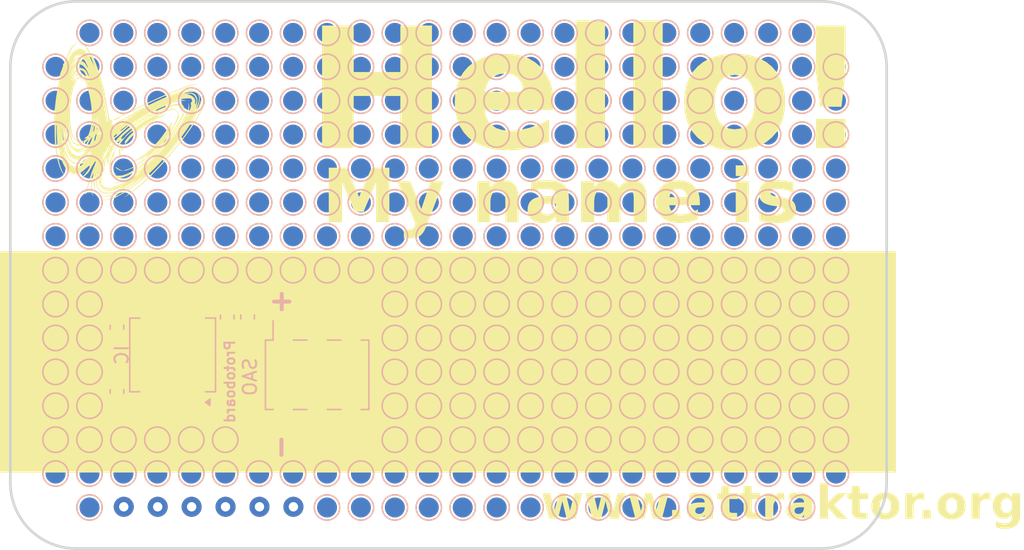
<source format=kicad_pcb>
(kicad_pcb (version 20240108) (generator "pcbnew") (generator_version "8.0")
  (layers (0 "F.Cu" signal) (31 "B.Cu" signal) (34 "B.Paste" user) (35 "F.Paste" user) (36 "B.SilkS" user "B.Silkscreen") (37 "F.SilkS" user "F.Silkscreen") (38 "B.Mask" user) (39 "F.Mask" user) (44 "Edge.Cuts" user))
  (net 0 "")
  (footprint "" (layer "F.Cu") (at 95.6564 104.8512)
    (property "Reference" "")
    (property "Value" "")
  )
  (footprint "" (layer "F.Cu") (at 108.3564 104.8512)
    (property "Reference" "")
    (property "Value" "")
  )
  (footprint "" (layer "F.Cu") (at 103.2764 104.8512)
    (property "Reference" "")
    (property "Value" "")
  )
  (footprint "" (layer "F.Cu") (at 100.7364 104.8512)
    (property "Reference" "")
    (property "Value" "")
  )
  (footprint "" (layer "F.Cu") (at 98.1964 104.8512)
    (property "Reference" "")
    (property "Value" "")
  )
  (footprint "" (layer "F.Cu") (at 105.8164 104.8512)
    (property "Reference" "")
    (property "Value" "")
  )
  (footprint "TestPoint:TestPoint_Pad_D1.5mm" (layer "B.Cu") (at 115.951 92.202 180)
    (property "Reference" "REF**94" (hide yes))
    (property "Value" "TestPoint_Pad_D1.5mm" (hide yes))
  )
  (footprint "TestPoint:TestPoint_Pad_D1.5mm" (layer "B.Cu") (at 146.431 92.202 180)
    (property "Reference" "REF**102" (hide yes))
    (property "Value" "TestPoint_Pad_D1.5mm" (hide yes))
  )
  (footprint "TestPoint:TestPoint_Pad_D1.5mm" (layer "B.Cu") (at 108.331 102.362 180)
    (property "Reference" "REF**217" (hide yes))
    (property "Value" "TestPoint_Pad_D1.5mm" (hide yes))
  )
  (footprint "TestPoint:TestPoint_Pad_D1.5mm" (layer "B.Cu") (at 110.871 74.422 180)
    (property "Reference" "REF**209" (hide yes))
    (property "Value" "TestPoint_Pad_D1.5mm" (hide yes))
  )
  (footprint "TestPoint:TestPoint_Pad_D1.5mm" (layer "B.Cu") (at 143.891 99.822 180)
    (property "Reference" "REF**196" (hide yes))
    (property "Value" "TestPoint_Pad_D1.5mm" (hide yes))
  )
  (footprint "TestPoint:TestPoint_Pad_D1.5mm" (layer "B.Cu") (at 141.351 79.502 180)
    (property "Reference" "REF**313" (hide yes))
    (property "Value" "TestPoint_Pad_D1.5mm" (hide yes))
  )
  (footprint "TestPoint:TestPoint_Pad_D1.5mm" (layer "B.Cu") (at 100.711 76.962 180)
    (property "Reference" "REF**279" (hide yes))
    (property "Value" "TestPoint_Pad_D1.5mm" (hide yes))
  )
  (footprint "TestPoint:TestPoint_Pad_D1.5mm" (layer "B.Cu") (at 128.651 99.822 180)
    (property "Reference" "REF**185" (hide yes))
    (property "Value" "TestPoint_Pad_D1.5mm" (hide yes))
  )
  (footprint "TestPoint:TestPoint_Pad_D1.5mm" (layer "B.Cu") (at 143.891 71.882 180)
    (property "Reference" "REF**200" (hide yes))
    (property "Value" "TestPoint_Pad_D1.5mm" (hide yes))
  )
  (footprint "TestPoint:TestPoint_Pad_D1.5mm" (layer "B.Cu") (at 136.271 99.822 180)
    (property "Reference" "REF**188" (hide yes))
    (property "Value" "TestPoint_Pad_D1.5mm" (hide yes))
  )
  (footprint "TestPoint:TestPoint_Pad_D1.5mm" (layer "B.Cu") (at 133.731 71.882 180)
    (property "Reference" "REF**177" (hide yes))
    (property "Value" "TestPoint_Pad_D1.5mm" (hide yes))
  )
  (footprint "TestPoint:TestPoint_Pad_D1.5mm" (layer "B.Cu") (at 118.491 76.962 180)
    (property "Reference" "REF**272" (hide yes))
    (property "Value" "TestPoint_Pad_D1.5mm" (hide yes))
  )
  (footprint "TestPoint:TestPoint_Pad_D1.5mm" (layer "B.Cu") (at 110.871 84.582 180)
    (property "Reference" "REF**6" (hide yes))
    (property "Value" "TestPoint_Pad_D1.5mm" (hide yes))
  )
  (footprint "TestPoint:TestPoint_Pad_D1.5mm" (layer "B.Cu") (at 126.111 71.882 180)
    (property "Reference" "REF**144" (hide yes))
    (property "Value" "TestPoint_Pad_D1.5mm" (hide yes))
  )
  (footprint "TestPoint:TestPoint_Pad_D1.5mm" (layer "B.Cu") (at 105.791 84.582 180)
    (property "Reference" "REF**8" (hide yes))
    (property "Value" "TestPoint_Pad_D1.5mm" (hide yes))
  )
  (footprint "TestPoint:TestPoint_Pad_D1.5mm" (layer "B.Cu") (at 141.351 69.342 180)
    (property "Reference" "REF**140" (hide yes))
    (property "Value" "TestPoint_Pad_D1.5mm" (hide yes))
  )
  (footprint "TestPoint:TestPoint_Pad_D1.5mm" (layer "B.Cu") (at 108.331 82.042 180)
    (property "Reference" "REF**324" (hide yes))
    (property "Value" "TestPoint_Pad_D1.5mm" (hide yes))
  )
  (footprint "TestPoint:TestPoint_Pad_D1.5mm" (layer "B.Cu") (at 146.431 74.422 180)
    (property "Reference" "REF**267" (hide yes))
    (property "Value" "TestPoint_Pad_D1.5mm" (hide yes))
  )
  (footprint "TestPoint:TestPoint_Pad_D1.5mm" (layer "B.Cu") (at 115.951 84.582 180)
    (property "Reference" "REF**4" (hide yes))
    (property "Value" "TestPoint_Pad_D1.5mm" (hide yes))
  )
  (footprint "TestPoint:TestPoint_Pad_D1.5mm" (layer "B.Cu") (at 133.731 74.422 180)
    (property "Reference" "REF**262" (hide yes))
    (property "Value" "TestPoint_Pad_D1.5mm" (hide yes))
  )
  (footprint "TestPoint:TestPoint_Pad_D1.5mm" (layer "B.Cu") (at 100.711 87.122 180)
    (property "Reference" "REF**40" (hide yes))
    (property "Value" "TestPoint_Pad_D1.5mm" (hide yes))
  )
  (footprint "TestPoint:TestPoint_Pad_D1.5mm" (layer "B.Cu") (at 148.971 76.962 180)
    (property "Reference" "REF**292" (hide yes))
    (property "Value" "TestPoint_Pad_D1.5mm" (hide yes))
  )
  (footprint "TestPoint:TestPoint_Pad_D1.5mm" (layer "B.Cu") (at 136.271 87.122 180)
    (property "Reference" "REF**48" (hide yes))
    (property "Value" "TestPoint_Pad_D1.5mm" (hide yes))
  )
  (footprint "TestPoint:TestPoint_Pad_D1.5mm" (layer "B.Cu") (at 143.891 94.742 180)
    (property "Reference" "REF**131" (hide yes))
    (property "Value" "TestPoint_Pad_D1.5mm" (hide yes))
  )
  (footprint "TestPoint:TestPoint_Pad_D1.5mm" (layer "B.Cu") (at 148.971 94.742 180)
    (property "Reference" "REF**135" (hide yes))
    (property "Value" "TestPoint_Pad_D1.5mm" (hide yes))
  )
  (footprint "TestPoint:TestPoint_Pad_D1.5mm" (layer "B.Cu") (at 136.271 69.342 180)
    (property "Reference" "REF**138" (hide yes))
    (property "Value" "TestPoint_Pad_D1.5mm" (hide yes))
  )
  (footprint "TestPoint:TestPoint_Pad_D1.5mm" (layer "B.Cu") (at 98.171 71.882 180)
    (property "Reference" "REF**171" (hide yes))
    (property "Value" "TestPoint_Pad_D1.5mm" (hide yes))
  )
  (footprint "TestPoint:TestPoint_Pad_D1.5mm" (layer "B.Cu") (at 141.351 94.742 180)
    (property "Reference" "REF**130" (hide yes))
    (property "Value" "TestPoint_Pad_D1.5mm" (hide yes))
  )
  (footprint "TestPoint:TestPoint_Pad_D1.5mm" (layer "B.Cu") (at 148.971 87.122 180)
    (property "Reference" "REF**53" (hide yes))
    (property "Value" "TestPoint_Pad_D1.5mm" (hide yes))
  )
  (footprint "TestPoint:TestPoint_Pad_D1.5mm" (layer "B.Cu") (at 115.951 97.282 180)
    (property "Reference" "REF**154" (hide yes))
    (property "Value" "TestPoint_Pad_D1.5mm" (hide yes))
  )
  (footprint "TestPoint:TestPoint_Pad_D1.5mm" (layer "B.Cu") (at 118.491 71.882 180)
    (property "Reference" "REF**147" (hide yes))
    (property "Value" "TestPoint_Pad_D1.5mm" (hide yes))
  )
  (footprint "TestPoint:TestPoint_Pad_D1.5mm" (layer "B.Cu") (at 133.731 87.122 180)
    (property "Reference" "REF**47" (hide yes))
    (property "Value" "TestPoint_Pad_D1.5mm" (hide yes))
  )
  (footprint "TestPoint:TestPoint_Pad_D1.5mm" (layer "B.Cu") (at 123.571 74.422 180)
    (property "Reference" "REF**204" (hide yes))
    (property "Value" "TestPoint_Pad_D1.5mm" (hide yes))
  )
  (footprint "TestPoint:TestPoint_Pad_D1.5mm" (layer "B.Cu") (at 93.091 89.662 180)
    (property "Reference" "REF**73" (hide yes))
    (property "Value" "TestPoint_Pad_D1.5mm" (hide yes))
  )
  (footprint "TestPoint:TestPoint_Pad_D1.5mm" (layer "B.Cu") (at 108.331 76.962 180)
    (property "Reference" "REF**276" (hide yes))
    (property "Value" "TestPoint_Pad_D1.5mm" (hide yes))
  )
  (footprint "TestPoint:TestPoint_Pad_D1.5mm" (layer "B.Cu") (at 95.631 102.362 180)
    (property "Reference" "REF**222" (hide yes))
    (property "Value" "TestPoint_Pad_D1.5mm" (hide yes))
  )
  (footprint "TestPoint:TestPoint_Pad_D1.5mm" (layer "B.Cu") (at 118.491 74.422 180)
    (property "Reference" "REF**206" (hide yes))
    (property "Value" "TestPoint_Pad_D1.5mm" (hide yes))
  )
  (footprint "TestPoint:TestPoint_Pad_D1.5mm" (layer "B.Cu") (at 103.251 87.122 180)
    (property "Reference" "REF**39" (hide yes))
    (property "Value" "TestPoint_Pad_D1.5mm" (hide yes))
  )
  (footprint "TestPoint:TestPoint_Pad_D1.5mm" (layer "B.Cu") (at 90.551 97.282 180)
    (property "Reference" "REF**164" (hide yes))
    (property "Value" "TestPoint_Pad_D1.5mm" (hide yes))
  )
  (footprint "TestPoint:TestPoint_Pad_D1.5mm" (layer "B.Cu") (at 115.951 69.342 180)
    (property "Reference" "REF**108" (hide yes))
    (property "Value" "TestPoint_Pad_D1.5mm" (hide yes))
  )
  (footprint "TestPoint:TestPoint_Pad_D1.5mm" (layer "B.Cu") (at 103.251 82.042 180)
    (property "Reference" "REF**326" (hide yes))
    (property "Value" "TestPoint_Pad_D1.5mm" (hide yes))
  )
  (footprint "TestPoint:TestPoint_Pad_D1.5mm" (layer "B.Cu") (at 123.571 79.502 180)
    (property "Reference" "REF**294" (hide yes))
    (property "Value" "TestPoint_Pad_D1.5mm" (hide yes))
  )
  (footprint "TestPoint:TestPoint_Pad_D1.5mm" (layer "B.Cu") (at 93.091 74.422 180)
    (property "Reference" "REF**258" (hide yes))
    (property "Value" "TestPoint_Pad_D1.5mm" (hide yes))
  )
  (footprint "TestPoint:TestPoint_Pad_D1.5mm" (layer "B.Cu") (at 110.871 82.042 180)
    (property "Reference" "REF**323" (hide yes))
    (property "Value" "TestPoint_Pad_D1.5mm" (hide yes))
  )
  (footprint "TestPoint:TestPoint_Pad_D1.5mm" (layer "B.Cu") (at 141.351 71.882 180)
    (property "Reference" "REF**199" (hide yes))
    (property "Value" "TestPoint_Pad_D1.5mm" (hide yes))
  )
  (footprint "TestPoint:TestPoint_Pad_D1.5mm" (layer "B.Cu") (at 128.651 79.502 180)
    (property "Reference" "REF**308" (hide yes))
    (property "Value" "TestPoint_Pad_D1.5mm" (hide yes))
  )
  (footprint "TestPoint:TestPoint_Pad_D1.5mm" (layer "B.Cu") (at 126.111 69.342 180)
    (property "Reference" "REF**88" (hide yes))
    (property "Value" "TestPoint_Pad_D1.5mm" (hide yes))
  )
  (footprint "TestPoint:TestPoint_Pad_D1.5mm" (layer "B.Cu") (at 126.111 82.042 180)
    (property "Reference" "REF**317" (hide yes))
    (property "Value" "TestPoint_Pad_D1.5mm" (hide yes))
  )
  (footprint "TestPoint:TestPoint_Pad_D1.5mm" (layer "B.Cu") (at 126.111 79.502 180)
    (property "Reference" "REF**293" (hide yes))
    (property "Value" "TestPoint_Pad_D1.5mm" (hide yes))
  )
  (footprint "TestPoint:TestPoint_Pad_D1.5mm" (layer "B.Cu") (at 90.551 102.362 180)
    (property "Reference" "REF**224" (hide yes))
    (property "Value" "TestPoint_Pad_D1.5mm" (hide yes))
  )
  (footprint "TestPoint:TestPoint_Pad_D1.5mm" (layer "B.Cu") (at 90.551 89.662 180)
    (property "Reference" "REF**74" (hide yes))
    (property "Value" "TestPoint_Pad_D1.5mm" (hide yes))
  )
  (footprint "Capacitor_SMD:C_0603_1608Metric" (layer "B.Cu") (at 95.1484 91.3892 -90)
    (property "Reference" "REF**" (hide yes))
    (property "Value" "C_0603_1608Metric" (hide yes))
  )
  (footprint "TestPoint:TestPoint_Pad_D1.5mm" (layer "B.Cu") (at 138.811 97.282 180)
    (property "Reference" "REF**159" (hide yes))
    (property "Value" "TestPoint_Pad_D1.5mm" (hide yes))
  )
  (footprint "TestPoint:TestPoint_Pad_D1.5mm" (layer "B.Cu") (at 90.551 92.202 180)
    (property "Reference" "REF**104" (hide yes))
    (property "Value" "TestPoint_Pad_D1.5mm" (hide yes))
  )
  (footprint "TestPoint:TestPoint_Pad_D1.5mm" (layer "B.Cu") (at 90.551 87.122 180)
    (property "Reference" "REF**44" (hide yes))
    (property "Value" "TestPoint_Pad_D1.5mm" (hide yes))
  )
  (footprint "TestPoint:TestPoint_Pad_D1.5mm" (layer "B.Cu") (at 126.111 97.282 180)
    (property "Reference" "REF**150" (hide yes))
    (property "Value" "TestPoint_Pad_D1.5mm" (hide yes))
  )
  (footprint "TestPoint:TestPoint_Pad_D1.5mm" (layer "B.Cu") (at 131.191 84.582 180)
    (property "Reference" "REF**16" (hide yes))
    (property "Value" "TestPoint_Pad_D1.5mm" (hide yes))
  )
  (footprint "TestPoint:TestPoint_Pad_D1.5mm" (layer "B.Cu") (at 100.711 69.342 180)
    (property "Reference" "REF**114" (hide yes))
    (property "Value" "TestPoint_Pad_D1.5mm" (hide yes))
  )
  (footprint "TestPoint:TestPoint_Pad_D1.5mm" (layer "B.Cu") (at 110.871 104.902 180)
    (property "Reference" "REF**246" (hide yes))
    (property "Value" "TestPoint_Pad_D1.5mm" (hide yes))
  )
  (footprint "TestPoint:TestPoint_Pad_D1.5mm" (layer "B.Cu") (at 136.271 76.962 180)
    (property "Reference" "REF**287" (hide yes))
    (property "Value" "TestPoint_Pad_D1.5mm" (hide yes))
  )
  (footprint "TestPoint:TestPoint_Pad_D1.5mm" (layer "B.Cu") (at 126.111 92.202 180)
    (property "Reference" "REF**90" (hide yes))
    (property "Value" "TestPoint_Pad_D1.5mm" (hide yes))
  )
  (footprint "TestPoint:TestPoint_Pad_D1.5mm" (layer "B.Cu") (at 100.711 71.882 180)
    (property "Reference" "REF**170" (hide yes))
    (property "Value" "TestPoint_Pad_D1.5mm" (hide yes))
  )
  (footprint "TestPoint:TestPoint_Pad_D1.5mm" (layer "B.Cu") (at 118.491 94.742 180)
    (property "Reference" "REF**123" (hide yes))
    (property "Value" "TestPoint_Pad_D1.5mm" (hide yes))
  )
  (footprint "TestPoint:TestPoint_Pad_D1.5mm" (layer "B.Cu") (at 95.631 69.342 180)
    (property "Reference" "REF**116" (hide yes))
    (property "Value" "TestPoint_Pad_D1.5mm" (hide yes))
  )
  (footprint "TestPoint:TestPoint_Pad_D1.5mm" (layer "B.Cu") (at 105.791 87.122 180)
    (property "Reference" "REF**38" (hide yes))
    (property "Value" "TestPoint_Pad_D1.5mm" (hide yes))
  )
  (footprint "TestPoint:TestPoint_Pad_D1.5mm" (layer "B.Cu") (at 115.951 79.502 180)
    (property "Reference" "REF**297" (hide yes))
    (property "Value" "TestPoint_Pad_D1.5mm" (hide yes))
  )
  (footprint "TestPoint:TestPoint_Pad_D1.5mm" (layer "B.Cu") (at 131.191 92.202 180)
    (property "Reference" "REF**96" (hide yes))
    (property "Value" "TestPoint_Pad_D1.5mm" (hide yes))
  )
  (footprint "TestPoint:TestPoint_Pad_D1.5mm" (layer "B.Cu") (at 113.411 82.042 180)
    (property "Reference" "REF**322" (hide yes))
    (property "Value" "TestPoint_Pad_D1.5mm" (hide yes))
  )
  (footprint "TestPoint:TestPoint_Pad_D1.5mm" (layer "B.Cu") (at 115.951 76.962 180)
    (property "Reference" "REF**273" (hide yes))
    (property "Value" "TestPoint_Pad_D1.5mm" (hide yes))
  )
  (footprint "TestPoint:TestPoint_Pad_D1.5mm" (layer "B.Cu") (at 105.791 69.342 180)
    (property "Reference" "REF**112" (hide yes))
    (property "Value" "TestPoint_Pad_D1.5mm" (hide yes))
  )
  (footprint "TestPoint:TestPoint_Pad_D1.5mm" (layer "B.Cu") (at 110.871 87.122 180)
    (property "Reference" "REF**36" (hide yes))
    (property "Value" "TestPoint_Pad_D1.5mm" (hide yes))
  )
  (footprint "TestPoint:TestPoint_Pad_D1.5mm" (layer "B.Cu") (at 146.431 84.582 180)
    (property "Reference" "REF**22" (hide yes))
    (property "Value" "TestPoint_Pad_D1.5mm" (hide yes))
  )
  (footprint "TestPoint:TestPoint_Pad_D1.5mm" (layer "B.Cu") (at 105.791 76.962 180)
    (property "Reference" "REF**277" (hide yes))
    (property "Value" "TestPoint_Pad_D1.5mm" (hide yes))
  )
  (footprint "TestPoint:TestPoint_Pad_D1.5mm" (layer "B.Cu") (at 143.891 104.902 180)
    (property "Reference" "REF**255" (hide yes))
    (property "Value" "TestPoint_Pad_D1.5mm" (hide yes))
  )
  (footprint "TestPoint:TestPoint_Pad_D1.5mm" (layer "B.Cu") (at 136.271 74.422 180)
    (property "Reference" "REF**263" (hide yes))
    (property "Value" "TestPoint_Pad_D1.5mm" (hide yes))
  )
  (footprint "TestPoint:TestPoint_Pad_D1.5mm" (layer "B.Cu") (at 123.571 71.882 180)
    (property "Reference" "REF**145" (hide yes))
    (property "Value" "TestPoint_Pad_D1.5mm" (hide yes))
  )
  (footprint "TestPoint:TestPoint_Pad_D1.5mm" (layer "B.Cu") (at 146.431 89.662 180)
    (property "Reference" "REF**72" (hide yes))
    (property "Value" "TestPoint_Pad_D1.5mm" (hide yes))
  )
  (footprint "TestPoint:TestPoint_Pad_D1.5mm" (layer "B.Cu") (at 133.731 99.822 180)
    (property "Reference" "REF**187" (hide yes))
    (property "Value" "TestPoint_Pad_D1.5mm" (hide yes))
  )
  (footprint "TestPoint:TestPoint_Pad_D1.5mm" (layer "B.Cu") (at 136.271 97.282 180)
    (property "Reference" "REF**158" (hide yes))
    (property "Value" "TestPoint_Pad_D1.5mm" (hide yes))
  )
  (footprint "TestPoint:TestPoint_Pad_D1.5mm" (layer "B.Cu") (at 118.491 97.282 180)
    (property "Reference" "REF**153" (hide yes))
    (property "Value" "TestPoint_Pad_D1.5mm" (hide yes))
  )
  (footprint "TestPoint:TestPoint_Pad_D1.5mm" (layer "B.Cu") (at 123.571 104.902 180)
    (property "Reference" "REF**241" (hide yes))
    (property "Value" "TestPoint_Pad_D1.5mm" (hide yes))
  )
  (footprint "TestPoint:TestPoint_Pad_D1.5mm" (layer "B.Cu") (at 136.271 79.502 180)
    (property "Reference" "REF**311" (hide yes))
    (property "Value" "TestPoint_Pad_D1.5mm" (hide yes))
  )
  (footprint "TestPoint:TestPoint_Pad_D1.5mm" (layer "B.Cu") (at 118.491 79.502 180)
    (property "Reference" "REF**296" (hide yes))
    (property "Value" "TestPoint_Pad_D1.5mm" (hide yes))
  )
  (footprint "TestPoint:TestPoint_Pad_D1.5mm" (layer "B.Cu") (at 93.091 76.962 180)
    (property "Reference" "REF**282" (hide yes))
    (property "Value" "TestPoint_Pad_D1.5mm" (hide yes))
  )
  (footprint "TestPoint:TestPoint_Pad_D1.5mm" (layer "B.Cu") (at 118.491 104.902 180)
    (property "Reference" "REF**243" (hide yes))
    (property "Value" "TestPoint_Pad_D1.5mm" (hide yes))
  )
  (footprint "TestPoint:TestPoint_Pad_D1.5mm" (layer "B.Cu") (at 128.651 76.962 180)
    (property "Reference" "REF**284" (hide yes))
    (property "Value" "TestPoint_Pad_D1.5mm" (hide yes))
  )
  (footprint "TestPoint:TestPoint_Pad_D1.5mm" (layer "B.Cu") (at 93.091 94.742 180)
    (property "Reference" "REF**133" (hide yes))
    (property "Value" "TestPoint_Pad_D1.5mm" (hide yes))
  )
  (footprint "TestPoint:TestPoint_Pad_D1.5mm" (layer "B.Cu") (at 113.411 104.902 180)
    (property "Reference" "REF**245" (hide yes))
    (property "Value" "TestPoint_Pad_D1.5mm" (hide yes))
  )
  (footprint "TestPoint:TestPoint_Pad_D1.5mm" (layer "B.Cu") (at 98.171 79.502 180)
    (property "Reference" "REF**304" (hide yes))
    (property "Value" "TestPoint_Pad_D1.5mm" (hide yes))
  )
  (footprint "Capacitor_SMD:C_0603_1608Metric" (layer "B.Cu") (at 95.1484 96.2152 -90)
    (property "Reference" "REF**" (hide yes))
    (property "Value" "C_0603_1608Metric" (hide yes))
  )
  (footprint "TestPoint:TestPoint_Pad_D1.5mm" (layer "B.Cu") (at 121.031 84.582 180)
    (property "Reference" "REF**2" (hide yes))
    (property "Value" "TestPoint_Pad_D1.5mm" (hide yes))
  )
  (footprint "TestPoint:TestPoint_Pad_D1.5mm" (layer "B.Cu") (at 115.951 82.042 180)
    (property "Reference" "REF**321" (hide yes))
    (property "Value" "TestPoint_Pad_D1.5mm" (hide yes))
  )
  (footprint "TestPoint:TestPoint_Pad_D1.5mm" (layer "B.Cu") (at 126.111 74.422 180)
    (property "Reference" "REF**203" (hide yes))
    (property "Value" "TestPoint_Pad_D1.5mm" (hide yes))
  )
  (footprint "TestPoint:TestPoint_Pad_D1.5mm" (layer "B.Cu") (at 93.091 102.362 180)
    (property "Reference" "REF**223" (hide yes))
    (property "Value" "TestPoint_Pad_D1.5mm" (hide yes))
  )
  (footprint "TestPoint:TestPoint_Pad_D1.5mm" (layer "B.Cu") (at 121.031 94.742 180)
    (property "Reference" "REF**122" (hide yes))
    (property "Value" "TestPoint_Pad_D1.5mm" (hide yes))
  )
  (footprint "TestPoint:TestPoint_Pad_D1.5mm" (layer "B.Cu") (at 110.871 71.882 180)
    (property "Reference" "REF**166" (hide yes))
    (property "Value" "TestPoint_Pad_D1.5mm" (hide yes))
  )
  (footprint "TestPoint:TestPoint_Pad_D1.5mm" (layer "B.Cu") (at 128.651 84.582 180)
    (property "Reference" "REF**15" (hide yes))
    (property "Value" "TestPoint_Pad_D1.5mm" (hide yes))
  )
  (footprint "TestPoint:TestPoint_Pad_D1.5mm" (layer "B.Cu") (at 138.811 102.362 180)
    (property "Reference" "REF**229" (hide yes))
    (property "Value" "TestPoint_Pad_D1.5mm" (hide yes))
  )
  (footprint "TestPoint:TestPoint_Pad_D1.5mm" (layer "B.Cu") (at 100.711 102.362 180)
    (property "Reference" "REF**220" (hide yes))
    (property "Value" "TestPoint_Pad_D1.5mm" (hide yes))
  )
  (footprint "TestPoint:TestPoint_Pad_D1.5mm" (layer "B.Cu") (at 136.271 89.662 180)
    (property "Reference" "REF**68" (hide yes))
    (property "Value" "TestPoint_Pad_D1.5mm" (hide yes))
  )
  (footprint "TestPoint:TestPoint_Pad_D1.5mm" (layer "B.Cu") (at 121.031 79.502 180)
    (property "Reference" "REF**295" (hide yes))
    (property "Value" "TestPoint_Pad_D1.5mm" (hide yes))
  )
  (footprint "TestPoint:TestPoint_Pad_D1.5mm" (layer "B.Cu") (at 143.891 102.362 180)
    (property "Reference" "REF**231" (hide yes))
    (property "Value" "TestPoint_Pad_D1.5mm" (hide yes))
  )
  (footprint "TestPoint:TestPoint_Pad_D1.5mm" (layer "B.Cu") (at 146.431 69.342 180)
    (property "Reference" "REF**142" (hide yes))
    (property "Value" "TestPoint_Pad_D1.5mm" (hide yes))
  )
  (footprint "TestPoint:TestPoint_Pad_D1.5mm" (layer "B.Cu") (at 128.651 89.662 180)
    (property "Reference" "REF**65" (hide yes))
    (property "Value" "TestPoint_Pad_D1.5mm" (hide yes))
  )
  (footprint "TestPoint:TestPoint_Pad_D1.5mm" (layer "B.Cu") (at 93.091 71.882 180)
    (property "Reference" "REF**173" (hide yes))
    (property "Value" "TestPoint_Pad_D1.5mm" (hide yes))
  )
  (footprint "TestPoint:TestPoint_Pad_D1.5mm" (layer "B.Cu") (at 93.091 79.502 180)
    (property "Reference" "REF**306" (hide yes))
    (property "Value" "TestPoint_Pad_D1.5mm" (hide yes))
  )
  (footprint "TestPoint:TestPoint_Pad_D1.5mm" (layer "B.Cu") (at 123.571 102.362 180)
    (property "Reference" "REF**211" (hide yes))
    (property "Value" "TestPoint_Pad_D1.5mm" (hide yes))
  )
  (footprint "TestPoint:TestPoint_Pad_D1.5mm" (layer "B.Cu") (at 123.571 84.582 180)
    (property "Reference" "REF**1" (hide yes))
    (property "Value" "TestPoint_Pad_D1.5mm" (hide yes))
  )
  (footprint "TestPoint:TestPoint_Pad_D1.5mm" (layer "B.Cu") (at 148.971 99.822 180)
    (property "Reference" "REF**198" (hide yes))
    (property "Value" "TestPoint_Pad_D1.5mm" (hide yes))
  )
  (footprint "TestPoint:TestPoint_Pad_D1.5mm" (layer "B.Cu") (at 138.811 92.202 180)
    (property "Reference" "REF**99" (hide yes))
    (property "Value" "TestPoint_Pad_D1.5mm" (hide yes))
  )
  (footprint "TestPoint:TestPoint_Pad_D1.5mm" (layer "B.Cu") (at 115.951 99.822 180)
    (property "Reference" "REF**184" (hide yes))
    (property "Value" "TestPoint_Pad_D1.5mm" (hide yes))
  )
  (footprint "TestPoint:TestPoint_Pad_D1.5mm" (layer "B.Cu") (at 115.951 94.742 180)
    (property "Reference" "REF**124" (hide yes))
    (property "Value" "TestPoint_Pad_D1.5mm" (hide yes))
  )
  (footprint "TestPoint:TestPoint_Pad_D1.5mm" (layer "B.Cu") (at 118.491 89.662 180)
    (property "Reference" "REF**63" (hide yes))
    (property "Value" "TestPoint_Pad_D1.5mm" (hide yes))
  )
  (footprint "TestPoint:TestPoint_Pad_D1.5mm" (layer "B.Cu") (at 90.551 99.822 180)
    (property "Reference" "REF**194" (hide yes))
    (property "Value" "TestPoint_Pad_D1.5mm" (hide yes))
  )
  (footprint "TestPoint:TestPoint_Pad_D1.5mm" (layer "B.Cu") (at 98.171 84.582 180)
    (property "Reference" "REF**11" (hide yes))
    (property "Value" "TestPoint_Pad_D1.5mm" (hide yes))
  )
  (footprint "TestPoint:TestPoint_Pad_D1.5mm" (layer "B.Cu") (at 133.731 76.962 180)
    (property "Reference" "REF**286" (hide yes))
    (property "Value" "TestPoint_Pad_D1.5mm" (hide yes))
  )
  (footprint "TestPoint:TestPoint_Pad_D1.5mm" (layer "B.Cu") (at 141.351 104.902 180)
    (property "Reference" "REF**252" (hide yes))
    (property "Value" "TestPoint_Pad_D1.5mm" (hide yes))
  )
  (footprint "TestPoint:TestPoint_Pad_D1.5mm" (layer "B.Cu") (at 128.651 104.902 180)
    (property "Reference" "REF**247" (hide yes))
    (property "Value" "TestPoint_Pad_D1.5mm" (hide yes))
  )
  (footprint "TestPoint:TestPoint_Pad_D1.5mm" (layer "B.Cu") (at 108.331 74.422 180)
    (property "Reference" "REF**234" (hide yes))
    (property "Value" "TestPoint_Pad_D1.5mm" (hide yes))
  )
  (footprint "TestPoint:TestPoint_Pad_D1.5mm" (layer "B.Cu") (at 123.571 99.822 180)
    (property "Reference" "REF**181" (hide yes))
    (property "Value" "TestPoint_Pad_D1.5mm" (hide yes))
  )
  (footprint "TestPoint:TestPoint_Pad_D1.5mm" (layer "B.Cu") (at 136.271 84.582 180)
    (property "Reference" "REF**18" (hide yes))
    (property "Value" "TestPoint_Pad_D1.5mm" (hide yes))
  )
  (footprint "TestPoint:TestPoint_Pad_D1.5mm" (layer "B.Cu") (at 143.891 97.282 180)
    (property "Reference" "REF**161" (hide yes))
    (property "Value" "TestPoint_Pad_D1.5mm" (hide yes))
  )
  (footprint "TestPoint:TestPoint_Pad_D1.5mm" (layer "B.Cu") (at 126.111 94.742 180)
    (property "Reference" "REF**120" (hide yes))
    (property "Value" "TestPoint_Pad_D1.5mm" (hide yes))
  )
  (footprint "TestPoint:TestPoint_Pad_D1.5mm" (layer "B.Cu") (at 126.111 87.122 180)
    (property "Reference" "REF**30" (hide yes))
    (property "Value" "TestPoint_Pad_D1.5mm" (hide yes))
  )
  (footprint "TestPoint:TestPoint_Pad_D1.5mm" (layer "B.Cu") (at 108.331 69.342 180)
    (property "Reference" "REF**111" (hide yes))
    (property "Value" "TestPoint_Pad_D1.5mm" (hide yes))
  )
  (footprint "TestPoint:TestPoint_Pad_D1.5mm" (layer "B.Cu") (at 90.551 94.742 180)
    (property "Reference" "REF**134" (hide yes))
    (property "Value" "TestPoint_Pad_D1.5mm" (hide yes))
  )
  (footprint "TestPoint:TestPoint_Pad_D1.5mm" (layer "B.Cu") (at 146.431 82.042 180)
    (property "Reference" "REF**339" (hide yes))
    (property "Value" "TestPoint_Pad_D1.5mm" (hide yes))
  )
  (footprint "TestPoint:TestPoint_Pad_D1.5mm" (layer "B.Cu") (at 126.111 102.362 180)
    (property "Reference" "REF**210" (hide yes))
    (property "Value" "TestPoint_Pad_D1.5mm" (hide yes))
  )
  (footprint "TestPoint:TestPoint_Pad_D1.5mm" (layer "B.Cu") (at 146.431 104.902 180)
    (property "Reference" "REF**256" (hide yes))
    (property "Value" "TestPoint_Pad_D1.5mm" (hide yes))
  )
  (footprint "TestPoint:TestPoint_Pad_D1.5mm" (layer "B.Cu") (at 95.631 84.582 180)
    (property "Reference" "REF**12" (hide yes))
    (property "Value" "TestPoint_Pad_D1.5mm" (hide yes))
  )
  (footprint "TestPoint:TestPoint_Pad_D1.5mm" (layer "B.Cu") (at 103.251 69.342 180)
    (property "Reference" "REF**113" (hide yes))
    (property "Value" "TestPoint_Pad_D1.5mm" (hide yes))
  )
  (footprint "TestPoint:TestPoint_Pad_D1.5mm" (layer "B.Cu") (at 138.811 87.122 180)
    (property "Reference" "REF**49" (hide yes))
    (property "Value" "TestPoint_Pad_D1.5mm" (hide yes))
  )
  (footprint "Capacitor_SMD:C_0603_1608Metric" (layer "B.Cu") (at 103.4034 90.6272 -90)
    (property "Reference" "REF**" (hide yes))
    (property "Value" "C_0603_1608Metric" (hide yes))
  )
  (footprint "TestPoint:TestPoint_Pad_D1.5mm" (layer "B.Cu") (at 98.171 87.122 180)
    (property "Reference" "REF**41" (hide yes))
    (property "Value" "TestPoint_Pad_D1.5mm" (hide yes))
  )
  (footprint "TestPoint:TestPoint_Pad_D1.5mm" (layer "B.Cu") (at 121.031 104.902 180)
    (property "Reference" "REF**242" (hide yes))
    (property "Value" "TestPoint_Pad_D1.5mm" (hide yes))
  )
  (footprint "TestPoint:TestPoint_Pad_D1.5mm" (layer "B.Cu") (at 113.411 79.502 180)
    (property "Reference" "REF**298" (hide yes))
    (property "Value" "TestPoint_Pad_D1.5mm" (hide yes))
  )
  (footprint "TestPoint:TestPoint_Pad_D1.5mm" (layer "B.Cu") (at 146.431 71.882 180)
    (property "Reference" "REF**201" (hide yes))
    (property "Value" "TestPoint_Pad_D1.5mm" (hide yes))
  )
  (footprint "TestPoint:TestPoint_Pad_D1.5mm" (layer "B.Cu") (at 136.271 94.742 180)
    (property "Reference" "REF**128" (hide yes))
    (property "Value" "TestPoint_Pad_D1.5mm" (hide yes))
  )
  (footprint "TestPoint:TestPoint_Pad_D1.5mm" (layer "B.Cu") (at 143.891 92.202 180)
    (property "Reference" "REF**101" (hide yes))
    (property "Value" "TestPoint_Pad_D1.5mm" (hide yes))
  )
  (footprint "TestPoint:TestPoint_Pad_D1.5mm" (layer "B.Cu") (at 93.091 82.042 180)
    (property "Reference" "REF**330" (hide yes))
    (property "Value" "TestPoint_Pad_D1.5mm" (hide yes))
  )
  (footprint "Connector_PinHeader_2.54mm:PinHeader_2x03_P2.54mm_Vertical_SMD" (layer "B.Cu") (at 110.1344 94.9602 -90)
    (property "Reference" "SAO")
    (property "Value" "PinHeader_2x03_P2.54mm_Vertical_SMD" (hide yes))
  )
  (footprint "TestPoint:TestPoint_Pad_D1.5mm" (layer "B.Cu") (at 123.571 89.662 180)
    (property "Reference" "REF**61" (hide yes))
    (property "Value" "TestPoint_Pad_D1.5mm" (hide yes))
  )
  (footprint "TestPoint:TestPoint_Pad_D1.5mm" (layer "B.Cu") (at 95.631 82.042 180)
    (property "Reference" "REF**329" (hide yes))
    (property "Value" "TestPoint_Pad_D1.5mm" (hide yes))
  )
  (footprint "TestPoint:TestPoint_Pad_D1.5mm" (layer "B.Cu") (at 131.191 76.962 180)
    (property "Reference" "REF**285" (hide yes))
    (property "Value" "TestPoint_Pad_D1.5mm" (hide yes))
  )
  (footprint "TestPoint:TestPoint_Pad_D1.5mm" (layer "B.Cu") (at 126.111 99.822 180)
    (property "Reference" "REF**180" (hide yes))
    (property "Value" "TestPoint_Pad_D1.5mm" (hide yes))
  )
  (footprint "TestPoint:TestPoint_Pad_D1.5mm" (layer "B.Cu") (at 95.631 87.122 180)
    (property "Reference" "REF**42" (hide yes))
    (property "Value" "TestPoint_Pad_D1.5mm" (hide yes))
  )
  (footprint "TestPoint:TestPoint_Pad_D1.5mm" (layer "B.Cu") (at 138.811 84.582 180)
    (property "Reference" "REF**19" (hide yes))
    (property "Value" "TestPoint_Pad_D1.5mm" (hide yes))
  )
  (footprint "TestPoint:TestPoint_Pad_D1.5mm" (layer "B.Cu") (at 131.191 79.502 180)
    (property "Reference" "REF**309" (hide yes))
    (property "Value" "TestPoint_Pad_D1.5mm" (hide yes))
  )
  (footprint "TestPoint:TestPoint_Pad_D1.5mm" (layer "B.Cu") (at 138.811 89.662 180)
    (property "Reference" "REF**69" (hide yes))
    (property "Value" "TestPoint_Pad_D1.5mm" (hide yes))
  )
  (footprint "TestPoint:TestPoint_Pad_D1.5mm" (layer "B.Cu") (at 103.251 102.362 180)
    (property "Reference" "REF**219" (hide yes))
    (property "Value" "TestPoint_Pad_D1.5mm" (hide yes))
  )
  (footprint "TestPoint:TestPoint_Pad_D1.5mm" (layer "B.Cu") (at 90.551 84.582 180)
    (property "Reference" "REF**14" (hide yes))
    (property "Value" "TestPoint_Pad_D1.5mm" (hide yes))
  )
  (footprint "TestPoint:TestPoint_Pad_D1.5mm" (layer "B.Cu") (at 148.971 79.502 180)
    (property "Reference" "REF**316" (hide yes))
    (property "Value" "TestPoint_Pad_D1.5mm" (hide yes))
  )
  (footprint "TestPoint:TestPoint_Pad_D1.5mm" (layer "B.Cu") (at 113.411 102.362 180)
    (property "Reference" "REF**215" (hide yes))
    (property "Value" "TestPoint_Pad_D1.5mm" (hide yes))
  )
  (footprint "TestPoint:TestPoint_Pad_D1.5mm" (layer "B.Cu") (at 103.251 74.422 180)
    (property "Reference" "REF**236" (hide yes))
    (property "Value" "TestPoint_Pad_D1.5mm" (hide yes))
  )
  (footprint "TestPoint:TestPoint_Pad_D1.5mm" (layer "B.Cu") (at 136.271 82.042 180)
    (property "Reference" "REF**335" (hide yes))
    (property "Value" "TestPoint_Pad_D1.5mm" (hide yes))
  )
  (footprint "TestPoint:TestPoint_Pad_D1.5mm" (layer "B.Cu") (at 121.031 76.962 180)
    (property "Reference" "REF**271" (hide yes))
    (property "Value" "TestPoint_Pad_D1.5mm" (hide yes))
  )
  (footprint "TestPoint:TestPoint_Pad_D1.5mm" (layer "B.Cu") (at 110.871 69.342 180)
    (property "Reference" "REF**110" (hide yes))
    (property "Value" "TestPoint_Pad_D1.5mm" (hide yes))
  )
  (footprint "TestPoint:TestPoint_Pad_D1.5mm" (layer "B.Cu") (at 108.331 71.882 180)
    (property "Reference" "REF**167" (hide yes))
    (property "Value" "TestPoint_Pad_D1.5mm" (hide yes))
  )
  (footprint "TestPoint:TestPoint_Pad_D1.5mm" (layer "B.Cu") (at 136.271 104.902 180)
    (property "Reference" "REF**250" (hide yes))
    (property "Value" "TestPoint_Pad_D1.5mm" (hide yes))
  )
  (footprint "TestPoint:TestPoint_Pad_D1.5mm" (layer "B.Cu") (at 121.031 69.342 180)
    (property "Reference" "REF**106" (hide yes))
    (property "Value" "TestPoint_Pad_D1.5mm" (hide yes))
  )
  (footprint "TestPoint:TestPoint_Pad_D1.5mm" (layer "B.Cu") (at 143.891 89.662 180)
    (property "Reference" "REF**71" (hide yes))
    (property "Value" "TestPoint_Pad_D1.5mm" (hide yes))
  )
  (footprint "TestPoint:TestPoint_Pad_D1.5mm" (layer "B.Cu") (at 143.891 74.422 180)
    (property "Reference" "REF**266" (hide yes))
    (property "Value" "TestPoint_Pad_D1.5mm" (hide yes))
  )
  (footprint "TestPoint:TestPoint_Pad_D1.5mm" (layer "B.Cu") (at 118.491 102.362 180)
    (property "Reference" "REF**213" (hide yes))
    (property "Value" "TestPoint_Pad_D1.5mm" (hide yes))
  )
  (footprint "TestPoint:TestPoint_Pad_D1.5mm" (layer "B.Cu") (at 115.951 71.882 180)
    (property "Reference" "REF**148" (hide yes))
    (property "Value" "TestPoint_Pad_D1.5mm" (hide yes))
  )
  (footprint "TestPoint:TestPoint_Pad_D1.5mm" (layer "B.Cu") (at 138.811 82.042 180)
    (property "Reference" "REF**336" (hide yes))
    (property "Value" "TestPoint_Pad_D1.5mm" (hide yes))
  )
  (footprint "TestPoint:TestPoint_Pad_D1.5mm" (layer "B.Cu") (at 148.971 92.202 180)
    (property "Reference" "REF**105" (hide yes))
    (property "Value" "TestPoint_Pad_D1.5mm" (hide yes))
  )
  (footprint "TestPoint:TestPoint_Pad_D1.5mm" (layer "B.Cu") (at 133.731 82.042 180)
    (property "Reference" "REF**334" (hide yes))
    (property "Value" "TestPoint_Pad_D1.5mm" (hide yes))
  )
  (footprint "TestPoint:TestPoint_Pad_D1.5mm" (layer "B.Cu") (at 118.491 82.042 180)
    (property "Reference" "REF**320" (hide yes))
    (property "Value" "TestPoint_Pad_D1.5mm" (hide yes))
  )
  (footprint "TestPoint:TestPoint_Pad_D1.5mm" (layer "B.Cu") (at 121.031 87.122 180)
    (property "Reference" "REF**32" (hide yes))
    (property "Value" "TestPoint_Pad_D1.5mm" (hide yes))
  )
  (footprint "TestPoint:TestPoint_Pad_D1.5mm" (layer "B.Cu") (at 131.191 94.742 180)
    (property "Reference" "REF**126" (hide yes))
    (property "Value" "TestPoint_Pad_D1.5mm" (hide yes))
  )
  (footprint "TestPoint:TestPoint_Pad_D1.5mm" (layer "B.Cu") (at 113.411 76.962 180)
    (property "Reference" "REF**274" (hide yes))
    (property "Value" "TestPoint_Pad_D1.5mm" (hide yes))
  )
  (footprint "TestPoint:TestPoint_Pad_D1.5mm" (layer "B.Cu") (at 118.491 87.122 180)
    (property "Reference" "REF**33" (hide yes))
    (property "Value" "TestPoint_Pad_D1.5mm" (hide yes))
  )
  (footprint "TestPoint:TestPoint_Pad_D1.5mm" (layer "B.Cu") (at 133.731 89.662 180)
    (property "Reference" "REF**67" (hide yes))
    (property "Value" "TestPoint_Pad_D1.5mm" (hide yes))
  )
  (footprint "TestPoint:TestPoint_Pad_D1.5mm" (layer "B.Cu") (at 148.971 71.882 180)
    (property "Reference" "REF**202" (hide yes))
    (property "Value" "TestPoint_Pad_D1.5mm" (hide yes))
  )
  (footprint "TestPoint:TestPoint_Pad_D1.5mm" (layer "B.Cu") (at 141.351 84.582 180)
    (property "Reference" "REF**20" (hide yes))
    (property "Value" "TestPoint_Pad_D1.5mm" (hide yes))
  )
  (footprint "TestPoint:TestPoint_Pad_D1.5mm" (layer "B.Cu") (at 100.711 79.502 180)
    (property "Reference" "REF**303" (hide yes))
    (property "Value" "TestPoint_Pad_D1.5mm" (hide yes))
  )
  (footprint "TestPoint:TestPoint_Pad_D1.5mm" (layer "B.Cu") (at 133.731 97.282 180)
    (property "Reference" "REF**157" (hide yes))
    (property "Value" "TestPoint_Pad_D1.5mm" (hide yes))
  )
  (footprint "TestPoint:TestPoint_Pad_D1.5mm" (layer "B.Cu") (at 93.091 84.582 180)
    (property "Reference" "REF**13" (hide yes))
    (property "Value" "TestPoint_Pad_D1.5mm" (hide yes))
  )
  (footprint "TestPoint:TestPoint_Pad_D1.5mm" (layer "B.Cu") (at 138.811 74.422 180)
    (property "Reference" "REF**264" (hide yes))
    (property "Value" "TestPoint_Pad_D1.5mm" (hide yes))
  )
  (footprint "Capacitor_SMD:C_0603_1608Metric" (layer "B.Cu") (at 104.9274 90.6272 -90)
    (property "Reference" "REF**" (hide yes))
    (property "Value" "C_0603_1608Metric" (hide yes))
  )
  (footprint "TestPoint:TestPoint_Pad_D1.5mm" (layer "B.Cu") (at 146.431 99.822 180)
    (property "Reference" "REF**197" (hide yes))
    (property "Value" "TestPoint_Pad_D1.5mm" (hide yes))
  )
  (footprint "TestPoint:TestPoint_Pad_D1.5mm" (layer "B.Cu") (at 93.091 97.282 180)
    (property "Reference" "REF**163" (hide yes))
    (property "Value" "TestPoint_Pad_D1.5mm" (hide yes))
  )
  (footprint "TestPoint:TestPoint_Pad_D1.5mm" (layer "B.Cu") (at 141.351 102.362 180)
    (property "Reference" "REF**230" (hide yes))
    (property "Value" "TestPoint_Pad_D1.5mm" (hide yes))
  )
  (footprint "TestPoint:TestPoint_Pad_D1.5mm" (layer "B.Cu") (at 115.951 102.362 180)
    (property "Reference" "REF**214" (hide yes))
    (property "Value" "TestPoint_Pad_D1.5mm" (hide yes))
  )
  (footprint "TestPoint:TestPoint_Pad_D1.5mm" (layer "B.Cu") (at 136.271 92.202 180)
    (property "Reference" "REF**98" (hide yes))
    (property "Value" "TestPoint_Pad_D1.5mm" (hide yes))
  )
  (footprint "TestPoint:TestPoint_Pad_D1.5mm" (layer "B.Cu") (at 118.491 92.202 180)
    (property "Reference" "REF**93" (hide yes))
    (property "Value" "TestPoint_Pad_D1.5mm" (hide yes))
  )
  (footprint "TestPoint:TestPoint_Pad_D1.5mm" (layer "B.Cu") (at 113.411 71.882 180)
    (property "Reference" "REF**149" (hide yes))
    (property "Value" "TestPoint_Pad_D1.5mm" (hide yes))
  )
  (footprint "TestPoint:TestPoint_Pad_D1.5mm" (layer "B.Cu") (at 108.331 79.502 180)
    (property "Reference" "REF**300" (hide yes))
    (property "Value" "TestPoint_Pad_D1.5mm" (hide yes))
  )
  (footprint "TestPoint:TestPoint_Pad_D1.5mm" (layer "B.Cu") (at 100.711 84.582 180)
    (property "Reference" "REF**10" (hide yes))
    (property "Value" "TestPoint_Pad_D1.5mm" (hide yes))
  )
  (footprint "TestPoint:TestPoint_Pad_D1.5mm" (layer "B.Cu") (at 136.271 71.882 180)
    (property "Reference" "REF**178" (hide yes))
    (property "Value" "TestPoint_Pad_D1.5mm" (hide yes))
  )
  (footprint "TestPoint:TestPoint_Pad_D1.5mm" (layer "B.Cu") (at 128.651 87.122 180)
    (property "Reference" "REF**45" (hide yes))
    (property "Value" "TestPoint_Pad_D1.5mm" (hide yes))
  )
  (footprint "TestPoint:TestPoint_Pad_D1.5mm" (layer "B.Cu") (at 115.951 89.662 180)
    (property "Reference" "REF**64" (hide yes))
    (property "Value" "TestPoint_Pad_D1.5mm" (hide yes))
  )
  (footprint "TestPoint:TestPoint_Pad_D1.5mm" (layer "B.Cu") (at 133.731 104.902 180)
    (property "Reference" "REF**249" (hide yes))
    (property "Value" "TestPoint_Pad_D1.5mm" (hide yes))
  )
  (footprint "TestPoint:TestPoint_Pad_D1.5mm" (layer "B.Cu") (at 103.251 99.822 180)
    (property "Reference" "REF**190" (hide yes))
    (property "Value" "TestPoint_Pad_D1.5mm" (hide yes))
  )
  (footprint "TestPoint:TestPoint_Pad_D1.5mm" (layer "B.Cu") (at 103.251 84.582 180)
    (property "Reference" "REF**9" (hide yes))
    (property "Value" "TestPoint_Pad_D1.5mm" (hide yes))
  )
  (footprint "TestPoint:TestPoint_Pad_D1.5mm" (layer "B.Cu") (at 138.811 76.962 180)
    (property "Reference" "REF**288" (hide yes))
    (property "Value" "TestPoint_Pad_D1.5mm" (hide yes))
  )
  (footprint "TestPoint:TestPoint_Pad_D1.5mm" (layer "B.Cu") (at 95.631 71.882 180)
    (property "Reference" "REF**172" (hide yes))
    (property "Value" "TestPoint_Pad_D1.5mm" (hide yes))
  )
  (footprint "TestPoint:TestPoint_Pad_D1.5mm" (layer "B.Cu") (at 113.411 87.122 180)
    (property "Reference" "REF**35" (hide yes))
    (property "Value" "TestPoint_Pad_D1.5mm" (hide yes))
  )
  (footprint "TestPoint:TestPoint_Pad_D1.5mm" (layer "B.Cu") (at 90.551 71.882 180)
    (property "Reference" "REF**174" (hide yes))
    (property "Value" "TestPoint_Pad_D1.5mm" (hide yes))
  )
  (footprint "TestPoint:TestPoint_Pad_D1.5mm" (layer "B.Cu") (at 131.191 71.882 180)
    (property "Reference" "REF**176" (hide yes))
    (property "Value" "TestPoint_Pad_D1.5mm" (hide yes))
  )
  (footprint "TestPoint:TestPoint_Pad_D1.5mm" (layer "B.Cu") (at 131.191 87.122 180)
    (property "Reference" "REF**46" (hide yes))
    (property "Value" "TestPoint_Pad_D1.5mm" (hide yes))
  )
  (footprint "TestPoint:TestPoint_Pad_D1.5mm" (layer "B.Cu") (at 93.091 69.342 180)
    (property "Reference" "REF**117" (hide yes))
    (property "Value" "TestPoint_Pad_D1.5mm" (hide yes))
  )
  (footprint "TestPoint:TestPoint_Pad_D1.5mm" (layer "B.Cu") (at 128.651 69.342 180)
    (property "Reference" "REF**119" (hide yes))
    (property "Value" "TestPoint_Pad_D1.5mm" (hide yes))
  )
  (footprint "TestPoint:TestPoint_Pad_D1.5mm" (layer "B.Cu") (at 133.731 94.742 180)
    (property "Reference" "REF**127" (hide yes))
    (property "Value" "TestPoint_Pad_D1.5mm" (hide yes))
  )
  (footprint "TestPoint:TestPoint_Pad_D1.5mm" (layer "B.Cu") (at 93.091 104.902 180)
    (property "Reference" "REF**253" (hide yes))
    (property "Value" "TestPoint_Pad_D1.5mm" (hide yes))
  )
  (footprint "TestPoint:TestPoint_Pad_D1.5mm" (layer "B.Cu") (at 131.191 82.042 180)
    (property "Reference" "REF**333" (hide yes))
    (property "Value" "TestPoint_Pad_D1.5mm" (hide yes))
  )
  (footprint "TestPoint:TestPoint_Pad_D1.5mm" (layer "B.Cu") (at 146.431 76.962 180)
    (property "Reference" "REF**291" (hide yes))
    (property "Value" "TestPoint_Pad_D1.5mm" (hide yes))
  )
  (footprint "TestPoint:TestPoint_Pad_D1.5mm" (layer "B.Cu") (at 136.271 102.362 180)
    (property "Reference" "REF**228" (hide yes))
    (property "Value" "TestPoint_Pad_D1.5mm" (hide yes))
  )
  (footprint "TestPoint:TestPoint_Pad_D1.5mm" (layer "B.Cu") (at 141.351 97.282 180)
    (property "Reference" "REF**160" (hide yes))
    (property "Value" "TestPoint_Pad_D1.5mm" (hide yes))
  )
  (footprint "TestPoint:TestPoint_Pad_D1.5mm" (layer "B.Cu") (at 98.171 99.822 180)
    (property "Reference" "REF**191" (hide yes))
    (property "Value" "TestPoint_Pad_D1.5mm" (hide yes))
  )
  (footprint "TestPoint:TestPoint_Pad_D1.5mm" (layer "B.Cu") (at 113.411 84.582 180)
    (property "Reference" "REF**5" (hide yes))
    (property "Value" "TestPoint_Pad_D1.5mm" (hide yes))
  )
  (footprint "TestPoint:TestPoint_Pad_D1.5mm" (layer "B.Cu") (at 123.571 87.122 180)
    (property "Reference" "REF**31" (hide yes))
    (property "Value" "TestPoint_Pad_D1.5mm" (hide yes))
  )
  (footprint "TestPoint:TestPoint_Pad_D1.5mm" (layer "B.Cu") (at 138.811 104.902 180)
    (property "Reference" "REF**251" (hide yes))
    (property "Value" "TestPoint_Pad_D1.5mm" (hide yes))
  )
  (footprint "TestPoint:TestPoint_Pad_D1.5mm" (layer "B.Cu") (at 143.891 82.042 180)
    (property "Reference" "REF**338" (hide yes))
    (property "Value" "TestPoint_Pad_D1.5mm" (hide yes))
  )
  (footprint "TestPoint:TestPoint_Pad_D1.5mm" (layer "B.Cu") (at 90.551 76.962 180)
    (property "Reference" "REF**283" (hide yes))
    (property "Value" "TestPoint_Pad_D1.5mm" (hide yes))
  )
  (footprint "TestPoint:TestPoint_Pad_D1.5mm" (layer "B.Cu") (at 138.811 79.502 180)
    (property "Reference" "REF**312" (hide yes))
    (property "Value" "TestPoint_Pad_D1.5mm" (hide yes))
  )
  (footprint "TestPoint:TestPoint_Pad_D1.5mm" (layer "B.Cu") (at 93.091 92.202 180)
    (property "Reference" "REF**103" (hide yes))
    (property "Value" "TestPoint_Pad_D1.5mm" (hide yes))
  )
  (footprint "TestPoint:TestPoint_Pad_D1.5mm" (layer "B.Cu") (at 146.431 87.122 180)
    (property "Reference" "REF**52" (hide yes))
    (property "Value" "TestPoint_Pad_D1.5mm" (hide yes))
  )
  (footprint "TestPoint:TestPoint_Pad_D1.5mm" (layer "B.Cu") (at 121.031 89.662 180)
    (property "Reference" "REF**62" (hide yes))
    (property "Value" "TestPoint_Pad_D1.5mm" (hide yes))
  )
  (footprint "TestPoint:TestPoint_Pad_D1.5mm" (layer "B.Cu") (at 113.411 69.342 180)
    (property "Reference" "REF**109" (hide yes))
    (property "Value" "TestPoint_Pad_D1.5mm" (hide yes))
  )
  (footprint "TestPoint:TestPoint_Pad_D1.5mm" (layer "B.Cu") (at 131.191 97.282 180)
    (property "Reference" "REF**156" (hide yes))
    (property "Value" "TestPoint_Pad_D1.5mm" (hide yes))
  )
  (footprint "TestPoint:TestPoint_Pad_D1.5mm" (layer "B.Cu") (at 115.951 104.902 180)
    (property "Reference" "REF**244" (hide yes))
    (property "Value" "TestPoint_Pad_D1.5mm" (hide yes))
  )
  (footprint "TestPoint:TestPoint_Pad_D1.5mm" (layer "B.Cu") (at 141.351 74.422 180)
    (property "Reference" "REF**265" (hide yes))
    (property "Value" "TestPoint_Pad_D1.5mm" (hide yes))
  )
  (footprint "TestPoint:TestPoint_Pad_D1.5mm" (layer "B.Cu") (at 143.891 76.962 180)
    (property "Reference" "REF**290" (hide yes))
    (property "Value" "TestPoint_Pad_D1.5mm" (hide yes))
  )
  (footprint "TestPoint:TestPoint_Pad_D1.5mm" (layer "B.Cu") (at 148.971 89.662 180)
    (property "Reference" "REF**75" (hide yes))
    (property "Value" "TestPoint_Pad_D1.5mm" (hide yes))
  )
  (footprint "TestPoint:TestPoint_Pad_D1.5mm" (layer "B.Cu") (at 121.031 71.882 180)
    (property "Reference" "REF**146" (hide yes))
    (property "Value" "TestPoint_Pad_D1.5mm" (hide yes))
  )
  (footprint "TestPoint:TestPoint_Pad_D1.5mm" (layer "B.Cu") (at 141.351 76.962 180)
    (property "Reference" "REF**289" (hide yes))
    (property "Value" "TestPoint_Pad_D1.5mm" (hide yes))
  )
  (footprint "TestPoint:TestPoint_Pad_D1.5mm" (layer "B.Cu") (at 93.091 87.122 180)
    (property "Reference" "REF**43" (hide yes))
    (property "Value" "TestPoint_Pad_D1.5mm" (hide yes))
  )
  (footprint "TestPoint:TestPoint_Pad_D1.5mm" (layer "B.Cu") (at 148.971 97.282 180)
    (property "Reference" "REF**165" (hide yes))
    (property "Value" "TestPoint_Pad_D1.5mm" (hide yes))
  )
  (footprint "TestPoint:TestPoint_Pad_D1.5mm" (layer "B.Cu") (at 110.871 79.502 180)
    (property "Reference" "REF**299" (hide yes))
    (property "Value" "TestPoint_Pad_D1.5mm" (hide yes))
  )
  (footprint "TestPoint:TestPoint_Pad_D1.5mm" (layer "B.Cu") (at 98.171 102.362 180)
    (property "Reference" "REF**221" (hide yes))
    (property "Value" "TestPoint_Pad_D1.5mm" (hide yes))
  )
  (footprint "TestPoint:TestPoint_Pad_D1.5mm" (layer "B.Cu") (at 121.031 102.362 180)
    (property "Reference" "REF**212" (hide yes))
    (property "Value" "TestPoint_Pad_D1.5mm" (hide yes))
  )
  (footprint "TestPoint:TestPoint_Pad_D1.5mm" (layer "B.Cu") (at 103.251 71.882 180)
    (property "Reference" "REF**169" (hide yes))
    (property "Value" "TestPoint_Pad_D1.5mm" (hide yes))
  )
  (footprint "TestPoint:TestPoint_Pad_D1.5mm" (layer "B.Cu") (at 95.631 76.962 180)
    (property "Reference" "REF**281" (hide yes))
    (property "Value" "TestPoint_Pad_D1.5mm" (hide yes))
  )
  (footprint "TestPoint:TestPoint_Pad_D1.5mm" (layer "B.Cu") (at 131.191 104.902 180)
    (property "Reference" "REF**248" (hide yes))
    (property "Value" "TestPoint_Pad_D1.5mm" (hide yes))
  )
  (footprint "TestPoint:TestPoint_Pad_D1.5mm" (layer "B.Cu") (at 126.111 89.662 180)
    (property "Reference" "REF**60" (hide yes))
    (property "Value" "TestPoint_Pad_D1.5mm" (hide yes))
  )
  (footprint "TestPoint:TestPoint_Pad_D1.5mm" (layer "B.Cu") (at 148.971 82.042 180)
    (property "Reference" "REF**340" (hide yes))
    (property "Value" "TestPoint_Pad_D1.5mm" (hide yes))
  )
  (footprint "TestPoint:TestPoint_Pad_D1.5mm" (layer "B.Cu") (at 100.711 99.822 180)
    (property "Reference" "REF**190" (hide yes))
    (property "Value" "TestPoint_Pad_D1.5mm" (hide yes))
  )
  (footprint "TestPoint:TestPoint_Pad_D1.5mm" (layer "B.Cu") (at 118.491 84.582 180)
    (property "Reference" "REF**3" (hide yes))
    (property "Value" "TestPoint_Pad_D1.5mm" (hide yes))
  )
  (footprint "TestPoint:TestPoint_Pad_D1.5mm" (layer "B.Cu") (at 121.031 92.202 180)
    (property "Reference" "REF**92" (hide yes))
    (property "Value" "TestPoint_Pad_D1.5mm" (hide yes))
  )
  (footprint "TestPoint:TestPoint_Pad_D1.5mm" (layer "B.Cu") (at 143.891 87.122 180)
    (property "Reference" "REF**51" (hide yes))
    (property "Value" "TestPoint_Pad_D1.5mm" (hide yes))
  )
  (footprint "TestPoint:TestPoint_Pad_D1.5mm" (layer "B.Cu") (at 131.191 74.422 180)
    (property "Reference" "REF**261" (hide yes))
    (property "Value" "TestPoint_Pad_D1.5mm" (hide yes))
  )
  (footprint "TestPoint:TestPoint_Pad_D1.5mm" (layer "B.Cu") (at 110.871 102.362 180)
    (property "Reference" "REF**216" (hide yes))
    (property "Value" "TestPoint_Pad_D1.5mm" (hide yes))
  )
  (footprint "TestPoint:TestPoint_Pad_D1.5mm" (layer "B.Cu") (at 105.791 82.042 180)
    (property "Reference" "REF**325" (hide yes))
    (property "Value" "TestPoint_Pad_D1.5mm" (hide yes))
  )
  (footprint "TestPoint:TestPoint_Pad_D1.5mm" (layer "B.Cu") (at 108.331 84.582 180)
    (property "Reference" "REF**7" (hide yes))
    (property "Value" "TestPoint_Pad_D1.5mm" (hide yes))
  )
  (footprint "TestPoint:TestPoint_Pad_D1.5mm" (layer "B.Cu") (at 128.651 97.282 180)
    (property "Reference" "REF**155" (hide yes))
    (property "Value" "TestPoint_Pad_D1.5mm" (hide yes))
  )
  (footprint "TestPoint:TestPoint_Pad_D1.5mm" (layer "B.Cu") (at 98.171 82.042 180)
    (property "Reference" "REF**328" (hide yes))
    (property "Value" "TestPoint_Pad_D1.5mm" (hide yes))
  )
  (footprint "TestPoint:TestPoint_Pad_D1.5mm" (layer "B.Cu") (at 123.571 94.742 180)
    (property "Reference" "REF**121" (hide yes))
    (property "Value" "TestPoint_Pad_D1.5mm" (hide yes))
  )
  (footprint "TestPoint:TestPoint_Pad_D1.5mm" (layer "B.Cu") (at 123.571 82.042 180)
    (property "Reference" "REF**318" (hide yes))
    (property "Value" "TestPoint_Pad_D1.5mm" (hide yes))
  )
  (footprint "TestPoint:TestPoint_Pad_D1.5mm" (layer "B.Cu") (at 131.191 102.362 180)
    (property "Reference" "REF**226" (hide yes))
    (property "Value" "TestPoint_Pad_D1.5mm" (hide yes))
  )
  (footprint "TestPoint:TestPoint_Pad_D1.5mm" (layer "B.Cu") (at 108.331 87.122 180)
    (property "Reference" "REF**37" (hide yes))
    (property "Value" "TestPoint_Pad_D1.5mm" (hide yes))
  )
  (footprint "TestPoint:TestPoint_Pad_D1.5mm" (layer "B.Cu") (at 103.251 79.502 180)
    (property "Reference" "REF**302" (hide yes))
    (property "Value" "TestPoint_Pad_D1.5mm" (hide yes))
  )
  (footprint "TestPoint:TestPoint_Pad_D1.5mm" (layer "B.Cu") (at 128.651 92.202 180)
    (property "Reference" "REF**95" (hide yes))
    (property "Value" "TestPoint_Pad_D1.5mm" (hide yes))
  )
  (footprint "TestPoint:TestPoint_Pad_D1.5mm" (layer "B.Cu") (at 121.031 82.042 180)
    (property "Reference" "REF**319" (hide yes))
    (property "Value" "TestPoint_Pad_D1.5mm" (hide yes))
  )
  (footprint "TestPoint:TestPoint_Pad_D1.5mm" (layer "B.Cu") (at 121.031 99.822 180)
    (property "Reference" "REF**182" (hide yes))
    (property "Value" "TestPoint_Pad_D1.5mm" (hide yes))
  )
  (footprint "TestPoint:TestPoint_Pad_D1.5mm" (layer "B.Cu") (at 131.191 89.662 180)
    (property "Reference" "REF**66" (hide yes))
    (property "Value" "TestPoint_Pad_D1.5mm" (hide yes))
  )
  (footprint "TestPoint:TestPoint_Pad_D1.5mm" (layer "B.Cu") (at 128.651 102.362 180)
    (property "Reference" "REF**225" (hide yes))
    (property "Value" "TestPoint_Pad_D1.5mm" (hide yes))
  )
  (footprint "TestPoint:TestPoint_Pad_D1.5mm" (layer "B.Cu") (at 128.651 94.742 180)
    (property "Reference" "REF**125" (hide yes))
    (property "Value" "TestPoint_Pad_D1.5mm" (hide yes))
  )
  (footprint "TestPoint:TestPoint_Pad_D1.5mm" (layer "B.Cu") (at 126.111 76.962 180)
    (property "Reference" "REF**269" (hide yes))
    (property "Value" "TestPoint_Pad_D1.5mm" (hide yes))
  )
  (footprint "TestPoint:TestPoint_Pad_D1.5mm" (layer "B.Cu") (at 143.891 69.342 180)
    (property "Reference" "REF**141" (hide yes))
    (property "Value" "TestPoint_Pad_D1.5mm" (hide yes))
  )
  (footprint "TestPoint:TestPoint_Pad_D1.5mm" (layer "B.Cu") (at 141.351 89.662 180)
    (property "Reference" "REF**70" (hide yes))
    (property "Value" "TestPoint_Pad_D1.5mm" (hide yes))
  )
  (footprint "TestPoint:TestPoint_Pad_D1.5mm" (layer "B.Cu") (at 146.431 102.362 180)
    (property "Reference" "REF**232" (hide yes))
    (property "Value" "TestPoint_Pad_D1.5mm" (hide yes))
  )
  (footprint "TestPoint:TestPoint_Pad_D1.5mm" (layer "B.Cu") (at 123.571 92.202 180)
    (property "Reference" "REF**91" (hide yes))
    (property "Value" "TestPoint_Pad_D1.5mm" (hide yes))
  )
  (footprint "TestPoint:TestPoint_Pad_D1.5mm" (layer "B.Cu") (at 118.491 99.822 180)
    (property "Reference" "REF**183" (hide yes))
    (property "Value" "TestPoint_Pad_D1.5mm" (hide yes))
  )
  (footprint "TestPoint:TestPoint_Pad_D1.5mm" (layer "B.Cu") (at 105.791 74.422 180)
    (property "Reference" "REF**235" (hide yes))
    (property "Value" "TestPoint_Pad_D1.5mm" (hide yes))
  )
  (footprint "TestPoint:TestPoint_Pad_D1.5mm" (layer "B.Cu") (at 110.871 76.962 180)
    (property "Reference" "REF**275" (hide yes))
    (property "Value" "TestPoint_Pad_D1.5mm" (hide yes))
  )
  (footprint "TestPoint:TestPoint_Pad_D1.5mm" (layer "B.Cu") (at 133.731 84.582 180)
    (property "Reference" "REF**17" (hide yes))
    (property "Value" "TestPoint_Pad_D1.5mm" (hide yes))
  )
  (footprint "TestPoint:TestPoint_Pad_D1.5mm" (layer "B.Cu") (at 100.711 74.422 180)
    (property "Reference" "REF**237" (hide yes))
    (property "Value" "TestPoint_Pad_D1.5mm" (hide yes))
  )
  (footprint "TestPoint:TestPoint_Pad_D1.5mm" (layer "B.Cu") (at 123.571 97.282 180)
    (property "Reference" "REF**151" (hide yes))
    (property "Value" "TestPoint_Pad_D1.5mm" (hide yes))
  )
  (footprint "TestPoint:TestPoint_Pad_D1.5mm" (layer "B.Cu") (at 105.791 71.882 180)
    (property "Reference" "REF**168" (hide yes))
    (property "Value" "TestPoint_Pad_D1.5mm" (hide yes))
  )
  (footprint "TestPoint:TestPoint_Pad_D1.5mm" (layer "B.Cu") (at 138.811 69.342 180)
    (property "Reference" "REF**139" (hide yes))
    (property "Value" "TestPoint_Pad_D1.5mm" (hide yes))
  )
  (footprint "TestPoint:TestPoint_Pad_D1.5mm" (layer "B.Cu") (at 90.551 82.042 180)
    (property "Reference" "REF**331" (hide yes))
    (property "Value" "TestPoint_Pad_D1.5mm" (hide yes))
  )
  (footprint "TestPoint:TestPoint_Pad_D1.5mm" (layer "B.Cu") (at 98.171 76.962 180)
    (property "Reference" "REF**280" (hide yes))
    (property "Value" "TestPoint_Pad_D1.5mm" (hide yes))
  )
  (footprint "TestPoint:TestPoint_Pad_D1.5mm" (layer "B.Cu") (at 118.491 69.342 180)
    (property "Reference" "REF**107" (hide yes))
    (property "Value" "TestPoint_Pad_D1.5mm" (hide yes))
  )
  (footprint "TestPoint:TestPoint_Pad_D1.5mm" (layer "B.Cu") (at 141.351 99.822 180)
    (property "Reference" "REF**195" (hide yes))
    (property "Value" "TestPoint_Pad_D1.5mm" (hide yes))
  )
  (footprint "TestPoint:TestPoint_Pad_D1.5mm" (layer "B.Cu") (at 143.891 84.582 180)
    (property "Reference" "REF**21" (hide yes))
    (property "Value" "TestPoint_Pad_D1.5mm" (hide yes))
  )
  (footprint "TestPoint:TestPoint_Pad_D1.5mm" (layer "B.Cu") (at 133.731 102.362 180)
    (property "Reference" "REF**227" (hide yes))
    (property "Value" "TestPoint_Pad_D1.5mm" (hide yes))
  )
  (footprint "TestPoint:TestPoint_Pad_D1.5mm" (layer "B.Cu") (at 90.551 74.422 180)
    (property "Reference" "REF**259" (hide yes))
    (property "Value" "TestPoint_Pad_D1.5mm" (hide yes))
  )
  (footprint "TestPoint:TestPoint_Pad_D1.5mm" (layer "B.Cu") (at 98.171 69.342 180)
    (property "Reference" "REF**115" (hide yes))
    (property "Value" "TestPoint_Pad_D1.5mm" (hide yes))
  )
  (footprint "TestPoint:TestPoint_Pad_D1.5mm" (layer "B.Cu") (at 146.431 97.282 180)
    (property "Reference" "REF**162" (hide yes))
    (property "Value" "TestPoint_Pad_D1.5mm" (hide yes))
  )
  (footprint "TestPoint:TestPoint_Pad_D1.5mm" (layer "B.Cu") (at 121.031 97.282 180)
    (property "Reference" "REF**152" (hide yes))
    (property "Value" "TestPoint_Pad_D1.5mm" (hide yes))
  )
  (footprint "TestPoint:TestPoint_Pad_D1.5mm" (layer "B.Cu") (at 148.971 84.582 180)
    (property "Reference" "REF**23" (hide yes))
    (property "Value" "TestPoint_Pad_D1.5mm" (hide yes))
  )
  (footprint "TestPoint:TestPoint_Pad_D1.5mm" (layer "B.Cu") (at 105.791 102.362 180)
    (property "Reference" "REF**218" (hide yes))
    (property "Value" "TestPoint_Pad_D1.5mm" (hide yes))
  )
  (footprint "TestPoint:TestPoint_Pad_D1.5mm" (layer "B.Cu") (at 128.651 82.042 180)
    (property "Reference" "REF**332" (hide yes))
    (property "Value" "TestPoint_Pad_D1.5mm" (hide yes))
  )
  (footprint "TestPoint:TestPoint_Pad_D1.5mm" (layer "B.Cu") (at 95.631 79.502 180)
    (property "Reference" "REF**305" (hide yes))
    (property "Value" "TestPoint_Pad_D1.5mm" (hide yes))
  )
  (footprint "TestPoint:TestPoint_Pad_D1.5mm" (layer "B.Cu") (at 90.551 79.502 180)
    (property "Reference" "REF**307" (hide yes))
    (property "Value" "TestPoint_Pad_D1.5mm" (hide yes))
  )
  (footprint "TestPoint:TestPoint_Pad_D1.5mm" (layer "B.Cu") (at 126.111 84.582 180)
    (property "Reference" "REF**" (hide yes))
    (property "Value" "TestPoint_Pad_D1.5mm" (hide yes))
  )
  (footprint "TestPoint:TestPoint_Pad_D1.5mm" (layer "B.Cu") (at 93.091 99.822 180)
    (property "Reference" "REF**193" (hide yes))
    (property "Value" "TestPoint_Pad_D1.5mm" (hide yes))
  )
  (footprint "TestPoint:TestPoint_Pad_D1.5mm" (layer "B.Cu") (at 131.191 99.822 180)
    (property "Reference" "REF**186" (hide yes))
    (property "Value" "TestPoint_Pad_D1.5mm" (hide yes))
  )
  (footprint "TestPoint:TestPoint_Pad_D1.5mm" (layer "B.Cu") (at 138.811 71.882 180)
    (property "Reference" "REF**179" (hide yes))
    (property "Value" "TestPoint_Pad_D1.5mm" (hide yes))
  )
  (footprint "TestPoint:TestPoint_Pad_D1.5mm" (layer "B.Cu") (at 138.811 99.822 180)
    (property "Reference" "REF**189" (hide yes))
    (property "Value" "TestPoint_Pad_D1.5mm" (hide yes))
  )
  (footprint "Package_SO:SO-8_5.3x6.2mm_P1.27mm" (layer "B.Cu") (at 99.314 93.472 90)
    (property "Reference" "IC")
    (property "Value" "SO-8_5.3x6.2mm_P1.27mm" (hide yes))
  )
  (footprint "TestPoint:TestPoint_Pad_D1.5mm" (layer "B.Cu") (at 95.631 99.822 180)
    (property "Reference" "REF**192" (hide yes))
    (property "Value" "TestPoint_Pad_D1.5mm" (hide yes))
  )
  (footprint "TestPoint:TestPoint_Pad_D1.5mm" (layer "B.Cu") (at 141.351 92.202 180)
    (property "Reference" "REF**100" (hide yes))
    (property "Value" "TestPoint_Pad_D1.5mm" (hide yes))
  )
  (footprint "TestPoint:TestPoint_Pad_D1.5mm" (layer "B.Cu") (at 133.731 92.202 180)
    (property "Reference" "REF**97" (hide yes))
    (property "Value" "TestPoint_Pad_D1.5mm" (hide yes))
  )
  (footprint "TestPoint:TestPoint_Pad_D1.5mm" (layer "B.Cu") (at 121.031 74.422 180)
    (property "Reference" "REF**205" (hide yes))
    (property "Value" "TestPoint_Pad_D1.5mm" (hide yes))
  )
  (footprint "TestPoint:TestPoint_Pad_D1.5mm" (layer "B.Cu") (at 141.351 82.042 180)
    (property "Reference" "REF**337" (hide yes))
    (property "Value" "TestPoint_Pad_D1.5mm" (hide yes))
  )
  (footprint "TestPoint:TestPoint_Pad_D1.5mm" (layer "B.Cu") (at 148.971 74.422 180)
    (property "Reference" "REF**268" (hide yes))
    (property "Value" "TestPoint_Pad_D1.5mm" (hide yes))
  )
  (footprint "TestPoint:TestPoint_Pad_D1.5mm" (layer "B.Cu") (at 123.571 76.962 180)
    (property "Reference" "REF**270" (hide yes))
    (property "Value" "TestPoint_Pad_D1.5mm" (hide yes))
  )
  (footprint "TestPoint:TestPoint_Pad_D1.5mm" (layer "B.Cu") (at 131.191 69.342 180)
    (property "Reference" "REF**136" (hide yes))
    (property "Value" "TestPoint_Pad_D1.5mm" (hide yes))
  )
  (footprint "TestPoint:TestPoint_Pad_D1.5mm" (layer "B.Cu") (at 126.111 104.902 180)
    (property "Reference" "REF**240" (hide yes))
    (property "Value" "TestPoint_Pad_D1.5mm" (hide yes))
  )
  (footprint "TestPoint:TestPoint_Pad_D1.5mm" (layer "B.Cu") (at 141.351 87.122 180)
    (property "Reference" "REF**50" (hide yes))
    (property "Value" "TestPoint_Pad_D1.5mm" (hide yes))
  )
  (footprint "TestPoint:TestPoint_Pad_D1.5mm" (layer "B.Cu") (at 143.891 79.502 180)
    (property "Reference" "REF**314" (hide yes))
    (property "Value" "TestPoint_Pad_D1.5mm" (hide yes))
  )
  (footprint "TestPoint:TestPoint_Pad_D1.5mm" (layer "B.Cu") (at 113.411 74.422 180)
    (property "Reference" "REF**208" (hide yes))
    (property "Value" "TestPoint_Pad_D1.5mm" (hide yes))
  )
  (footprint "TestPoint:TestPoint_Pad_D1.5mm" (layer "B.Cu") (at 133.731 69.342 180)
    (property "Reference" "REF**137" (hide yes))
    (property "Value" "TestPoint_Pad_D1.5mm" (hide yes))
  )
  (footprint "TestPoint:TestPoint_Pad_D1.5mm" (layer "B.Cu") (at 146.431 79.502 180)
    (property "Reference" "REF**315" (hide yes))
    (property "Value" "TestPoint_Pad_D1.5mm" (hide yes))
  )
  (footprint "TestPoint:TestPoint_Pad_D1.5mm" (layer "B.Cu") (at 123.571 69.342 180)
    (property "Reference" "REF**89" (hide yes))
    (property "Value" "TestPoint_Pad_D1.5mm" (hide yes))
  )
  (footprint "TestPoint:TestPoint_Pad_D1.5mm" (layer "B.Cu") (at 105.791 79.502 180)
    (property "Reference" "REF**301" (hide yes))
    (property "Value" "TestPoint_Pad_D1.5mm" (hide yes))
  )
  (footprint "TestPoint:TestPoint_Pad_D1.5mm" (layer "B.Cu") (at 128.651 71.882 180)
    (property "Reference" "REF**175" (hide yes))
    (property "Value" "TestPoint_Pad_D1.5mm" (hide yes))
  )
  (footprint "TestPoint:TestPoint_Pad_D1.5mm" (layer "B.Cu") (at 133.731 79.502 180)
    (property "Reference" "REF**310" (hide yes))
    (property "Value" "TestPoint_Pad_D1.5mm" (hide yes))
  )
  (footprint "TestPoint:TestPoint_Pad_D1.5mm" (layer "B.Cu") (at 115.951 87.122 180)
    (property "Reference" "REF**34" (hide yes))
    (property "Value" "TestPoint_Pad_D1.5mm" (hide yes))
  )
  (footprint "TestPoint:TestPoint_Pad_D1.5mm" (layer "B.Cu") (at 103.251 76.962 180)
    (property "Reference" "REF**278" (hide yes))
    (property "Value" "TestPoint_Pad_D1.5mm" (hide yes))
  )
  (footprint "TestPoint:TestPoint_Pad_D1.5mm" (layer "B.Cu") (at 115.951 74.422 180)
    (property "Reference" "REF**207" (hide yes))
    (property "Value" "TestPoint_Pad_D1.5mm" (hide yes))
  )
  (footprint "TestPoint:TestPoint_Pad_D1.5mm" (layer "B.Cu") (at 148.971 102.362 180)
    (property "Reference" "REF**233" (hide yes))
    (property "Value" "TestPoint_Pad_D1.5mm" (hide yes))
  )
  (footprint "TestPoint:TestPoint_Pad_D1.5mm" (layer "B.Cu") (at 98.171 74.422 180)
    (property "Reference" "REF**238" (hide yes))
    (property "Value" "TestPoint_Pad_D1.5mm" (hide yes))
  )
  (footprint "TestPoint:TestPoint_Pad_D1.5mm" (layer "B.Cu") (at 100.711 82.042 180)
    (property "Reference" "REF**327" (hide yes))
    (property "Value" "TestPoint_Pad_D1.5mm" (hide yes))
  )
  (footprint "TestPoint:TestPoint_Pad_D1.5mm" (layer "B.Cu") (at 128.651 74.422 180)
    (property "Reference" "REF**260" (hide yes))
    (property "Value" "TestPoint_Pad_D1.5mm" (hide yes))
  )
  (footprint "TestPoint:TestPoint_Pad_D1.5mm" (layer "B.Cu") (at 138.811 94.742 180)
    (property "Reference" "REF**129" (hide yes))
    (property "Value" "TestPoint_Pad_D1.5mm" (hide yes))
  )
  (footprint "TestPoint:TestPoint_Pad_D1.5mm" (layer "B.Cu") (at 95.631 74.422 180)
    (property "Reference" "REF**239" (hide yes))
    (property "Value" "TestPoint_Pad_D1.5mm" (hide yes))
  )
  (footprint "TestPoint:TestPoint_Pad_D1.5mm" (layer "B.Cu") (at 146.431 94.742 180)
    (property "Reference" "REF**132" (hide yes))
    (property "Value" "TestPoint_Pad_D1.5mm" (hide yes))
  )
  (gr_poly (pts (xy 92.746268 79.744632) (xy 92.689255 79.802155) (xy 92.644808 79.845362) (xy 92.611971 79.875555) (xy 92.58979 79.894038) (xy 92.577309 79.902113) (xy 92.574408 79.902655) (xy 92.573574 79.901083) (xy 92.574687 79.89756) (xy 92.577629 79.89225) (xy 92.588521 79.876918) (xy 92.605294 79.856388) (xy 92.626993 79.831964) (xy 92.652664 79.804949) (xy 92.681351 79.776644) (xy 92.7121 79.748354) (xy 92.743955 79.72138) (xy 92.775963 79.697025) (xy 92.807167 79.676592)) (stroke (width -0.000001)) (fill solid) (layer "F.SilkS"))
  (gr_poly (pts (xy 92.218237 70.074021) (xy 92.173759 70.096888) (xy 92.131185 70.122182) (xy 92.090443 70.149788) (xy 92.051459 70.179589) (xy 92.01416 70.21147) (xy 91.978473 70.245316) (xy 91.944325 70.28101) (xy 91.880353 70.35748) (xy 91.821659 70.439954) (xy 91.767658 70.527508) (xy 91.717766 70.619213) (xy 91.671397 70.714144) (xy 91.627966 70.811376) (xy 91.547579 71.009035) (xy 91.471927 71.204781) (xy 91.396329 71.391206) (xy 91.359891 71.492593) (xy 91.335186 71.568543) (xy 91.321047 71.621222) (xy 91.316309 71.652798) (xy 91.3171 71.661349) (xy 91.319804 71.665437) (xy 91.324274 71.665332) (xy 91.330365 71.661305) (xy 91.346827 71.642571) (xy 91.368021 71.611401) (xy 91.392781 71.569961) (xy 91.41994 71.520419) (xy 91.47679 71.405694) (xy 91.504147 71.344846) (xy 91.529236 71.284562) (xy 91.550891 71.227011) (xy 91.567944 71.174358) (xy 91.622036 71.049083) (xy 91.636059 71.020551) (xy 91.591972 71.140599) (xy 91.557897 71.232623) (xy 91.531827 71.308274) (xy 91.525549 71.331122) (xy 91.524757 71.337256) (xy 91.525779 71.339274) (xy 91.53402 71.329193) (xy 91.537365 71.323192) (xy 91.930254 71.323192) (xy 91.931923 71.326045) (xy 91.937665 71.325623) (xy 91.960371 71.31625) (xy 91.996375 71.297672) (xy 92.10029 71.243295) (xy 92.164207 71.212694) (xy 92.233436 71.183283) (xy 92.305979 71.157661) (xy 92.342869 71.147083) (xy 92.379839 71.138428) (xy 92.416639 71.132019) (xy 92.45302 71.128181) (xy 92.488732 71.12724) (xy 92.523525 71.12952) (xy 92.55715 71.135347) (xy 92.589357 71.145045) (xy 92.619898 71.158938) (xy 92.648521 71.177353) (xy 92.674977 71.200613) (xy 92.699018 71.229043) (xy 92.720392 71.262969) (xy 92.738852 71.302716) (xy 92.733338 71.271975) (xy 92.724703 71.242658) (xy 92.713134 71.214816) (xy 92.698822 71.188502) (xy 92.681956 71.163767) (xy 92.662725 71.140664) (xy 92.641318 71.119244) (xy 92.617926 71.09956) (xy 92.592736 71.081664) (xy 92.565938 71.065607) (xy 92.537722 71.051442) (xy 92.508276 71.03922) (xy 92.477791 71.028993) (xy 92.446455 71.020815) (xy 92.414458 71.014735) (xy 92.381989 71.010808) (xy 92.349237 71.009083) (xy 92.316392 71.009615) (xy 92.283642 71.012454) (xy 92.251178 71.017652) (xy 92.219188 71.025262) (xy 92.187862 71.035335) (xy 92.157389 71.047924) (xy 92.127958 71.063081) (xy 92.099758 71.080857) (xy 92.07298 71.101305) (xy 92.047812 71.124476) (xy 92.024443 71.150422) (xy 92.003063 71.179196) (xy 91.983861 71.21085) (xy 91.967026 71.245435) (xy 91.952748 71.283004) (xy 91.940134 71.306357) (xy 91.932908 71.316737) (xy 91.930254 71.323192) (xy 91.537365 71.323192) (xy 91.551772 71.297344) (xy 91.56912 71.241262) (xy 91.58981 71.185641) (xy 91.613663 71.130714) (xy 91.640499 71.076713) (xy 91.670141 71.02387) (xy 91.702409 70.972418) (xy 91.737124 70.922588) (xy 91.774107 70.874612) (xy 91.813178 70.828723) (xy 91.85416 70.785152) (xy 91.896872 70.744132) (xy 91.941136 70.705895) (xy 91.986773 70.670673) (xy 92.033604 70.638699) (xy 92.081449 70.610203) (xy 92.130131 70.585419) (xy 92.179468 70.564578) (xy 92.229284 70.547912) (xy 92.279398 70.535655) (xy 92.329632 70.528037) (xy 92.379806 70.525291) (xy 92.429742 70.527648) (xy 92.47926 70.535342) (xy 92.528182 70.548604) (xy 92.576328 70.567667) (xy 92.623519 70.592761) (xy 92.669577 70.624121) (xy 92.714323 70.661976) (xy 92.757576 70.706561) (xy 92.79916 70.758106) (xy 92.838893 70.816845) (xy 92.876597 70.883008) (xy 92.931887 70.96446) (xy 92.973481 71.022755) (xy 93.002548 71.060042) (xy 93.020261 71.078472) (xy 93.025224 71.081288) (xy 93.027788 71.080195) (xy 93.028098 71.075463) (xy 93.026301 71.067361) (xy 93.016969 71.042119) (xy 93.000964 71.00662) (xy 92.953614 70.913452) (xy 92.893614 70.805056) (xy 92.830326 70.698634) (xy 92.800376 70.651538) (xy 92.773115 70.611386) (xy 92.814583 70.650201) (xy 92.856624 70.698967) (xy 92.899107 70.756591) (xy 92.941897 70.821979) (xy 92.984861 70.894036) (xy 93.027866 70.971668) (xy 93.113466 71.13928) (xy 93.430847 71.813902) (xy 93.368562 71.622686) (xy 93.300443 71.431482) (xy 93.226037 71.241332) (xy 93.144891 71.053284) (xy 93.101649 70.960373) (xy 93.056553 70.86838) (xy 93.009544 70.777435) (xy 92.960568 70.687667) (xy 92.909567 70.599209) (xy 92.856485 70.51219) (xy 92.801264 70.426741) (xy 92.743849 70.342992) (xy 92.681867 70.28679) (xy 92.634078 70.239733) (xy 92.599412 70.201495) (xy 92.586665 70.185582) (xy 92.576798 70.171752) (xy 92.569675 70.159964) (xy 92.565164 70.150176) (xy 92.563131 70.14235) (xy 92.563441 70.136443) (xy 92.565961 70.132415) (xy 92.570557 70.130226) (xy 92.577095 70.129834) (xy 92.585441 70.131198) (xy 92.595462 70.134279) (xy 92.607023 70.139035) (xy 92.634231 70.15341) (xy 92.665995 70.173997) (xy 92.701243 70.200471) (xy 92.738905 70.232505) (xy 92.77791 70.269773) (xy 92.817187 70.31195) (xy 92.855665 70.358709) (xy 92.871212 70.373664) (xy 92.888127 70.393174) (xy 92.925452 70.44412) (xy 92.966431 70.508076) (xy 93.009852 70.581572) (xy 93.099179 70.743304) (xy 93.183746 70.901554) (xy 93.253869 71.028562) (xy 93.280486 71.071675) (xy 93.29986 71.096566) (xy 93.306452 71.101094) (xy 93.31078 71.099766) (xy 93.312691 71.092147) (xy 93.312034 71.077805) (xy 93.302413 71.027211) (xy 93.280705 70.944516) (xy 93.421329 71.263491) (xy 93.551724 71.586777) (xy 93.672939 71.913775) (xy 93.786025 72.243887) (xy 93.892032 72.576513) (xy 93.99201 72.911055) (xy 94.087009 73.246915) (xy 94.178079 73.583494) (xy 94.291941 74.162693) (xy 94.401026 74.743956) (xy 94.613217 75.907133) (xy 94.642846 75.885617) (xy 94.668983 75.870133) (xy 94.691861 75.860272) (xy 94.711714 75.855627) (xy 94.728774 75.855788) (xy 94.743273 75.860346) (xy 94.755446 75.868893) (xy 94.765526 75.881019) (xy 94.773744 75.896317) (xy 94.780334 75.914378) (xy 94.789563 75.957152) (xy 94.795077 76.00607) (xy 94.798738 76.057865) (xy 94.802412 76.109265) (xy 94.807963 76.157) (xy 94.817253 76.197802) (xy 94.823883 76.21458) (xy 94.832147 76.228399) (xy 94.842278 76.23885) (xy 94.854509 76.245523) (xy 94.869074 76.248011) (xy 94.886204 76.245904) (xy 94.906133 76.238793) (xy 94.929094 76.226271) (xy 94.955319 76.207927) (xy 94.985043 76.183354) (xy 95.040821 76.13064) (xy 95.05979 76.114904) (xy 95.260384 76.114904) (xy 95.336502 76.086937) (xy 95.414686 76.053049) (xy 95.494716 76.013929) (xy 95.57637 75.970264) (xy 95.659427 75.922745) (xy 95.743665 75.872058) (xy 95.914801 75.763941) (xy 96.26152 75.540009) (xy 96.433565 75.435214) (xy 96.518484 75.38702) (xy 96.602373 75.342546) (xy 96.456269 75.407163) (xy 96.294988 75.486502) (xy 96.123027 75.577761) (xy 95.944882 75.678142) (xy 95.765049 75.784846) (xy 95.588024 75.895074) (xy 95.418304 76.006026) (xy 95.260384 76.114904) (xy 95.05979 76.114904) (xy 95.100608 76.081043) (xy 95.163974 76.03416) (xy 95.230489 75.989585) (xy 95.299722 75.946912) (xy 95.371241 75.905736) (xy 95.519418 75.826253) (xy 95.824259 75.667409) (xy 95.899725 75.625359) (xy 95.974031 75.581561) (xy 96.046748 75.535612) (xy 96.117443 75.487104) (xy 97.141158 74.949531) (xy 97.658503 74.689617) (xy 98.180586 74.439547) (xy 98.708218 74.202271) (xy 99.242207 73.980735) (xy 99.313884 73.953867) (xy 100.385335 73.953867) (xy 100.412162 73.954342) (xy 100.439738 73.956271) (xy 100.467936 73.959634) (xy 100.496634 73.964414) (xy 100.555023 73.978149) (xy 100.613907 73.997326) (xy 100.643222 74.008909) (xy 100.672285 74.021796) (xy 100.700972 74.03597) (xy 100.729158 74.051411) (xy 100.756718 74.068101) (xy 100.783526 74.086022) (xy 100.809459 74.105155) (xy 100.83439 74.12548) (xy 100.858195 74.14698) (xy 100.880749 74.169636) (xy 100.901928 74.19343) (xy 100.921605 74.218342) (xy 100.939656 74.244355) (xy 100.955957 74.271449) (xy 100.970382 74.299606) (xy 100.982806 74.328807) (xy 100.993104 74.359034) (xy 101.001151 74.390268) (xy 101.006823 74.422491) (xy 101.009994 74.455684) (xy 101.01054 74.489828) (xy 101.008335 74.524905) (xy 101.003255 74.560896) (xy 100.995174 74.597783) (xy 100.990321 74.715831) (xy 101.015495 74.688317) (xy 101.037058 74.658298) (xy 101.055089 74.626049) (xy 101.069663 74.591844) (xy 101.080858 74.555957) (xy 101.088749 74.518663) (xy 101.093413 74.480236) (xy 101.094928 74.44095) (xy 101.093368 74.40108) (xy 101.088812 74.3609) (xy 101.081335 74.320685) (xy 101.071015 74.280708) (xy 101.057927 74.241245) (xy 101.042148 74.20257) (xy 101.023756 74.164956) (xy 101.002826 74.128679) (xy 100.979435 74.094012) (xy 100.95366 74.061231) (xy 100.925577 74.030609) (xy 100.895262 74.002421) (xy 100.862794 73.97694) (xy 100.828247 73.954443) (xy 100.791698 73.935202) (xy 100.753225 73.919493) (xy 100.712904 73.907589) (xy 100.670811 73.899765) (xy 100.627023 73.896296) (xy 100.581616 73.897455) (xy 100.534667 73.903518) (xy 100.486253 73.914757) (xy 100.43645 73.931449) (xy 100.385335 73.953867) (xy 99.313884 73.953867) (xy 99.548682 73.865855) (xy 100.198621 73.865855) (xy 100.201337 73.869586) (xy 100.210979 73.87216) (xy 100.228005 73.873437) (xy 100.286042 73.871545) (xy 100.379118 73.862797) (xy 100.453167 73.846705) (xy 100.523088 73.835923) (xy 100.588951 73.830249) (xy 100.650824 73.82948) (xy 100.708779 73.833413) (xy 100.762884 73.841846) (xy 100.813209 73.854575) (xy 100.859823 73.871397) (xy 100.902796 73.89211) (xy 100.942198 73.916511) (xy 100.978098 73.944396) (xy 101.010565 73.975564) (xy 101.039669 74.009811) (xy 101.06548 74.046934) (xy 101.088067 74.08673) (xy 101.1075 74.128997) (xy 101.123848 74.173532) (xy 101.137181 74.220132) (xy 101.147568 74.268593) (xy 101.155079 74.318714) (xy 101.159784 74.37029) (xy 101.161751 74.42312) (xy 101.157753 74.531729) (xy 101.14364 74.642917) (xy 101.119971 74.75506) (xy 101.0873 74.866537) (xy 101.046184 74.975723) (xy 101.069094 74.946909) (xy 101.09673 74.902339) (xy 101.127413 74.844118) (xy 101.159467 74.774352) (xy 101.191213 74.695146) (xy 101.220973 74.608605) (xy 101.247071 74.516835) (xy 101.267827 74.421942) (xy 101.281566 74.326031) (xy 101.285279 74.278351) (xy 101.286608 74.231207) (xy 101.285344 74.184861) (xy 101.281277 74.139576) (xy 101.274197 74.095616) (xy 101.263894 74.053244) (xy 101.25016 74.012723) (xy 101.232783 73.974316) (xy 101.211554 73.938286) (xy 101.186264 73.904897) (xy 101.156703 73.874412) (xy 101.122662 73.847093) (xy 101.083929 73.823205) (xy 101.040297 73.80301) (xy 101.018897 73.790496) (xy 100.99296 73.7803) (xy 100.962943 73.772284) (xy 100.929307 73.766307) (xy 100.853005 73.759919) (xy 100.767723 73.760024) (xy 100.67713 73.765508) (xy 100.584893 73.77526) (xy 100.49468 73.788167) (xy 100.41016 73.803118) (xy 100.335001 73.818999) (xy 100.272871 73.834699) (xy 100.227438 73.849105) (xy 100.202371 73.861105) (xy 100.198621 73.865855) (xy 99.548682 73.865855) (xy 99.769498 73.783083) (xy 100.033134 73.783083) (xy 100.036094 73.787469) (xy 100.042868 73.790299) (xy 100.066947 73.79174) (xy 100.10355 73.788307) (xy 100.207045 73.770404) (xy 100.338786 73.743777) (xy 100.484206 73.71561) (xy 100.557494 73.703193) (xy 100.628738 73.693087) (xy 100.69612 73.686187) (xy 100.757816 73.683393) (xy 100.812008 73.685603) (xy 100.83572 73.688865) (xy 100.856873 73.693714) (xy 100.928452 73.706245) (xy 100.993412 73.723888) (xy 101.051985 73.746369) (xy 101.104404 73.773416) (xy 101.150902 73.804756) (xy 101.191712 73.840117) (xy 101.227067 73.879225) (xy 101.257199 73.921808) (xy 101.282342 73.967593) (xy 101.302729 74.016308) (xy 101.318591 74.06768) (xy 101.330162 74.121435) (xy 101.337675 74.177302) (xy 101.341363 74.235007) (xy 101.341459 74.294278) (xy 101.338194 74.354842) (xy 101.322518 74.478758) (xy 101.296198 74.604574) (xy 101.261096 74.730107) (xy 101.219075 74.853175) (xy 101.171998 74.971597) (xy 101.121728 75.083191) (xy 101.070127 75.185775) (xy 101.019059 75.277167) (xy 101.028107 75.277056) (xy 101.038249 75.272903) (xy 101.049407 75.264918) (xy 101.061504 75.253313) (xy 101.088205 75.220088) (xy 101.117733 75.17492) (xy 101.149468 75.119499) (xy 101.182793 75.055516) (xy 101.251732 74.908631) (xy 101.3196 74.747795) (xy 101.381444 74.586536) (xy 101.432312 74.438384) (xy 101.452082 74.37345) (xy 101.467252 74.316867) (xy 101.493179 74.241462) (xy 101.51155 74.170523) (xy 101.522707 74.103966) (xy 101.526992 74.041708) (xy 101.524746 73.983665) (xy 101.516311 73.929754) (xy 101.50203 73.879891) (xy 101.482243 73.833994) (xy 101.457292 73.791978) (xy 101.42752 73.753759) (xy 101.393267 73.719255) (xy 101.354876 73.688382) (xy 101.312688 73.661056) (xy 101.267046 73.637194) (xy 101.218291 73.616713) (xy 101.166764 73.599528) (xy 101.112807 73.585557) (xy 101.056763 73.574715) (xy 100.998972 73.56692) (xy 100.939777 73.562088) (xy 100.81854 73.560979) (xy 100.695787 73.570719) (xy 100.574251 73.59064) (xy 100.456667 73.620075) (xy 100.345767 73.658356) (xy 100.244286 73.704814) (xy 100.126504 73.74015) (xy 100.039565 73.769196) (xy 100.034215 73.77703) (xy 100.033134 73.783083) (xy 99.769498 73.783083) (xy 99.783364 73.777886) (xy 100.056884 73.684391) (xy 100.332499 73.596673) (xy 100.380591 73.576529) (xy 100.43083 73.558542) (xy 100.482934 73.542757) (xy 100.536622 73.529217) (xy 100.591615 73.517967) (xy 100.647631 73.50905) (xy 100.70439 73.50251) (xy 100.761612 73.498391) (xy 100.819016 73.496736) (xy 100.876322 73.497591) (xy 100.933248 73.500998) (xy 100.989514 73.507002) (xy 101.04484 73.515646) (xy 101.098946 73.526975) (xy 101.15155 73.541032) (xy 101.202372 73.557861) (xy 101.251132 73.577506) (xy 101.297549 73.600011) (xy 101.341342 73.62542) (xy 101.382231 73.653777) (xy 101.419935 73.685125) (xy 101.454174 73.719509) (xy 101.484668 73.756972) (xy 101.511135 73.797559) (xy 101.533295 73.841313) (xy 101.550867 73.888278) (xy 101.563572 73.938498) (xy 101.571128 73.992018) (xy 101.573255 74.04888) (xy 101.569672 74.109128) (xy 101.560099 74.172808) (xy 101.544256 74.239962) (xy 101.486044 74.45634) (xy 101.417689 74.668617) (xy 101.339957 74.877029) (xy 101.253615 75.081811) (xy 101.159431 75.283199) (xy 101.058171 75.481428) (xy 100.950602 75.676735) (xy 100.837491 75.869355) (xy 100.719606 76.059523) (xy 100.597712 76.247476) (xy 100.344969 76.617676) (xy 99.825134 77.341856) (xy 99.825133 77.341858) (xy 99.65567 77.562727) (xy 99.483356 77.781378) (xy 99.308211 77.99777) (xy 99.130259 78.211858) (xy 98.689613 78.71204) (xy 98.235397 79.204009) (xy 98.002413 79.44507) (xy 97.765089 79.681866) (xy 97.523112 79.913659) (xy 97.276166 80.139713) (xy 97.023936 80.359289) (xy 96.766106 80.57165) (xy 96.50236 80.77606) (xy 96.232385 80.971781) (xy 95.955863 81.158075) (xy 95.672481 81.334205) (xy 95.381922 81.499434) (xy 95.083871 81.653025) (xy 95.060904 81.671898) (xy 95.032324 81.690172) (xy 94.998679 81.707826) (xy 94.960519 81.72484) (xy 94.872841 81.756861) (xy 94.773676 81.786067) (xy 94.66741 81.812292) (xy 94.558428 81.835366) (xy 94.349862 81.871396) (xy 94.18306 81.892814) (xy 94.126286 81.897626) (xy 94.093111 81.898281) (xy 94.086743 81.896999) (xy 94.087919 81.894614) (xy 94.115097 81.886456) (xy 94.179031 81.873639) (xy 94.284106 81.855996) (xy 94.500586 81.800427) (xy 94.71245 81.733267) (xy 94.919843 81.655287) (xy 95.122905 81.567257) (xy 95.321781 81.469948) (xy 95.516613 81.364128) (xy 95.707542 81.250569) (xy 95.894713 81.130041) (xy 96.078267 81.003314) (xy 96.258347 80.871158) (xy 96.435095 80.734343) (xy 96.608656 80.59364) (xy 96.77917 80.449819) (xy 96.946781 80.30365) (xy 97.273862 80.007349) (xy 96.556471 80.56264) (xy 96.374818 80.698392) (xy 96.190494 80.830376) (xy 96.002624 80.957321) (xy 95.907086 81.018507) (xy 95.810334 81.077957) (xy 95.597784 81.202075) (xy 95.487511 81.262584) (xy 95.374899 81.320903) (xy 95.260196 81.376166) (xy 95.143647 81.427504) (xy 95.025496 81.47405) (xy 94.905991 81.514937) (xy 94.785377 81.549297) (xy 94.6639 81.576263) (xy 94.541805 81.594967) (xy 94.419338 81.604542) (xy 94.296745 81.604121) (xy 94.235478 81.599891) (xy 94.174272 81.592836) (xy 94.113157 81.582849) (xy 94.052164 81.56982) (xy 93.991324 81.553642) (xy 93.930667 81.534206) (xy 93.995185 81.545762) (xy 94.059878 81.554348) (xy 94.124714 81.560062) (xy 94.189662 81.563004) (xy 94.319769 81.560967) (xy 94.44995 81.54903) (xy 94.579954 81.527986) (xy 94.709532 81.498627) (xy 94.838435 81.461747) (xy 94.966412 81.418139) (xy 95.093213 81.368595) (xy 95.21859 81.313909) (xy 95.342292 81.254873) (xy 95.464069 81.192281) (xy 95.583672 81.126926) (xy 95.700852 81.0596) (xy 95.926939 80.922209) (xy 96.002469 80.874005) (xy 96.109613 80.800232) (xy 96.232248 80.712409) (xy 96.354253 80.622055) (xy 96.459507 80.54069) (xy 96.500813 80.506977) (xy 96.531886 80.479832) (xy 96.55071 80.460693) (xy 96.554899 80.454575) (xy 96.55527 80.451) (xy 96.551572 80.450146) (xy 96.543551 80.452194) (xy 96.513537 80.465714) (xy 95.976357 80.815306) (xy 95.83716 80.900687) (xy 95.695942 80.982879) (xy 95.552672 81.060689) (xy 95.40732 81.132927) (xy 95.259856 81.1984) (xy 95.110249 81.255917) (xy 94.95847 81.304285) (xy 94.804489 81.342315) (xy 94.648274 81.368814) (xy 94.569319 81.377367) (xy 94.489795 81.38259) (xy 94.409698 81.384335) (xy 94.329023 81.382452) (xy 94.247767 81.376793) (xy 94.165927 81.367208) (xy 94.111639 81.352893) (xy 94.060535 81.335267) (xy 94.012533 81.31448) (xy 93.967551 81.290684) (xy 93.925508 81.264029) (xy 93.886321 81.234667) (xy 93.84991 81.202748) (xy 93.816192 81.168424) (xy 93.785087 81.131846) (xy 93.756511 81.093164) (xy 93.730385 81.05253) (xy 93.706625 81.010095) (xy 93.68515 80.966009) (xy 93.665879 80.920425) (xy 93.633621 80.825361) (xy 93.609197 80.726113) (xy 93.591955 80.623889) (xy 93.58124 80.519896) (xy 93.579006 80.471658) (xy 93.663925 80.471658) (xy 93.664472 80.548143) (xy 93.668172 80.618269) (xy 93.675361 80.679961) (xy 93.686375 80.731147) (xy 93.70027 80.805254) (xy 93.71929 80.873577) (xy 93.743171 80.936281) (xy 93.771649 80.993534) (xy 93.804459 81.045504) (xy 93.841338 81.092356) (xy 93.88202 81.134258) (xy 93.926243 81.171378) (xy 93.973741 81.203881) (xy 94.024251 81.231936) (xy 94.077509 81.255708) (xy 94.133249 81.275366) (xy 94.191209 81.291075) (xy 94.251124 81.303004) (xy 94.312729 81.311319) (xy 94.37576 81.316187) (xy 94.439954 81.317775) (xy 94.505047 81.316251) (xy 94.636868 81.304531) (xy 94.769113 81.282363) (xy 94.899666 81.251085) (xy 95.026414 81.212031) (xy 95.147245 81.166539) (xy 95.260044 81.115943) (xy 95.362698 81.061581) (xy 95.482313 81.00077) (xy 95.541805 80.969753) (xy 95.600931 80.938039) (xy 95.596867 80.931904) (xy 95.588728 80.928513) (xy 95.576716 80.927679) (xy 95.561035 80.929212) (xy 95.519477 80.938621) (xy 95.465676 80.955227) (xy 95.160507 81.06332) (xy 95.069841 81.09319) (xy 94.976671 81.12117) (xy 94.882621 81.145745) (xy 94.789315 81.165401) (xy 94.698374 81.178624) (xy 94.611424 81.183899) (xy 94.569952 81.183083) (xy 94.530086 81.179712) (xy 94.49203 81.173597) (xy 94.455985 81.164548) (xy 94.395084 81.156538) (xy 94.337363 81.14465) (xy 94.282761 81.129051) (xy 94.231215 81.109908) (xy 94.182666 81.087387) (xy 94.137052 81.061656) (xy 94.094312 81.032882) (xy 94.054384 81.001232) (xy 94.017208 80.966873) (xy 93.982722 80.929972) (xy 93.950865 80.890695) (xy 93.921577 80.849211) (xy 93.894795 80.805685) (xy 93.870458 80.760285) (xy 93.848506 80.713178) (xy 93.828877 80.66453) (xy 93.796345 80.563283) (xy 93.781152 80.496485) (xy 93.963591 80.496485) (xy 93.964148 80.540785) (xy 93.970746 80.583082) (xy 93.982957 80.623351) (xy 94.000352 80.661568) (xy 94.022502 80.697708) (xy 94.04898 80.731746) (xy 94.079356 80.763658) (xy 94.113202 80.793419) (xy 94.15009 80.821004) (xy 94.189591 80.846389) (xy 94.231277 80.869549) (xy 94.274718 80.89046) (xy 94.319487 80.909097) (xy 94.365155 80.925434) (xy 94.411293 80.939449) (xy 94.457474 80.951115) (xy 94.503267 80.960409) (xy 94.548246 80.967305) (xy 94.591981 80.971779) (xy 94.634044 80.973807) (xy 94.674006 80.973364) (xy 94.711439 80.970424) (xy 94.745914 80.964964) (xy 94.777003 80.956959) (xy 94.804277 80.946384) (xy 94.827309 80.933215) (xy 94.845668 80.917427) (xy 94.858927 80.898994) (xy 94.866657 80.877894) (xy 94.86843 80.854101) (xy 95.016454 80.816772) (xy 95.16258 80.773296) (xy 95.306742 80.723944) (xy 95.448877 80.668991) (xy 95.588922 80.608709) (xy 95.726811 80.543372) (xy 95.862483 80.473254) (xy 95.995871 80.398628) (xy 96.126913 80.319768) (xy 96.255544 80.236945) (xy 96.381701 80.150435) (xy 96.50532 80.060511) (xy 96.626336 79.967445) (xy 96.744686 79.871512) (xy 96.860306 79.772984) (xy 96.973131 79.672136) (xy 96.499035 79.993011) (xy 96.255166 80.148256) (xy 96.130981 80.221883) (xy 96.005089 80.291818) (xy 95.877334 80.357291) (xy 95.747561 80.417532) (xy 95.615614 80.471768) (xy 95.481337 80.51923) (xy 95.344575 80.559147) (xy 95.205172 80.590749) (xy 95.062972 80.613263) (xy 94.917821 80.62592) (xy 95.429225 80.473844) (xy 95.613836 80.409692) (xy 95.705413 80.374218) (xy 95.794264 80.336605) (xy 95.878708 80.296947) (xy 95.957064 80.255339) (xy 96.027654 80.211876) (xy 96.088795 80.166653) (xy 96.088794 80.166653) (xy 96.383101 79.963458) (xy 96.671787 79.75164) (xy 96.954642 79.531468) (xy 97.231455 79.303213) (xy 97.502014 79.067142) (xy 97.766109 78.823526) (xy 98.023527 78.572634) (xy 98.274057 78.314735) (xy 98.51749 78.050098) (xy 98.753612 77.778992) (xy 98.982213 77.501687) (xy 99.203082 77.218452) (xy 99.416008 76.929556) (xy 99.620779 76.635268) (xy 99.817184 76.335858) (xy 100.005012 76.031595) (xy 100.372715 75.323846) (xy 100.412159 75.232077) (xy 100.446271 75.139495) (xy 100.473886 75.046074) (xy 100.484893 74.999042) (xy 100.493839 74.951791) (xy 100.500578 74.904319) (xy 100.504964 74.856622) (xy 100.506853 74.808698) (xy 100.506097 74.760542) (xy 100.502553 74.712154) (xy 100.496073 74.663528) (xy 100.486512 74.614662) (xy 100.473726 74.565554) (xy 100.49227 74.601311) (xy 100.508065 74.637682) (xy 100.521221 74.674628) (xy 100.531851 74.712111) (xy 100.540066 74.750091) (xy 100.545978 74.78853) (xy 100.549699 74.827389) (xy 100.55134 74.86663) (xy 100.551013 74.906214) (xy 100.54883 74.946102) (xy 100.539342 75.026636) (xy 100.52377 75.107923) (xy 100.503007 75.189653) (xy 100.477949 75.271516) (xy 100.449487 75.353203) (xy 100.418516 75.434404) (xy 100.38593 75.514809) (xy 100.25731 75.822286) (xy 100.281791 75.785812) (xy 100.309043 75.741617) (xy 100.369909 75.633453) (xy 100.436003 75.504576) (xy 100.503421 75.361763) (xy 100.56826 75.211794) (xy 100.626615 75.06145) (xy 100.652142 74.988255) (xy 100.674583 74.917508) (xy 100.693452 74.850057) (xy 100.708259 74.78675) (xy 100.69697 74.753359) (xy 100.688355 74.722942) (xy 100.682218 74.695311) (xy 100.67836 74.670278) (xy 100.676584 74.647658) (xy 100.676692 74.627262) (xy 100.678488 74.608905) (xy 100.681774 74.5924) (xy 100.686352 74.57756) (xy 100.692025 74.564197) (xy 100.698596 74.552125) (xy 100.705866 74.541157) (xy 100.721717 74.521787) (xy 100.737998 74.50459) (xy 100.753129 74.488073) (xy 100.75977 74.479602) (xy 100.765532 74.470741) (xy 100.770216 74.461301) (xy 100.773625 74.451097) (xy 100.775563 74.439942) (xy 100.775831 74.427649) (xy 100.774232 74.414031) (xy 100.770568 74.398901) (xy 100.764643 74.382072) (xy 100.756258 74.363357) (xy 100.745217 74.34257) (xy 100.731321 74.319524) (xy 100.714373 74.294032) (xy 100.694176 74.265906) (xy 100.656044 74.258386) (xy 100.613108 74.252798) (xy 100.565705 74.249091) (xy 100.514171 74.247214) (xy 100.458845 74.247117) (xy 100.400062 74.248747) (xy 100.273474 74.256989) (xy 100.137105 74.271532) (xy 99.993648 74.291968) (xy 99.8458 74.31789) (xy 99.696255 74.34889) (xy 99.523377 74.407226) (xy 99.482054 74.423596) (xy 99.466622 74.432877) (xy 99.467633 74.435197) (xy 99.47394 74.436151) (xy 99.500869 74.4345) (xy 99.600998 74.420751) (xy 99.74189 74.400288) (xy 99.898425 74.381767) (xy 99.974709 74.375939) (xy 100.045484 74.373843) (xy 100.10761 74.376561) (xy 100.157947 74.385174) (xy 100.349973 74.438091) (xy 100.365193 74.442712) (xy 100.369288 74.444783) (xy 100.348085 74.443061) (xy 100.294328 74.436493) (xy 100.215977 74.428651) (xy 100.170067 74.425369) (xy 100.120995 74.423107) (xy 100.069755 74.422312) (xy 100.017343 74.42343) (xy 99.757314 74.485796) (xy 99.500064 74.557193) (xy 99.245573 74.637158) (xy 98.993824 74.725229) (xy 98.744798 74.820943) (xy 98.498478 74.923839) (xy 98.254845 75.033454) (xy 98.01388 75.149326) (xy 97.775567 75.270993) (xy 97.539886 75.397991) (xy 97.306818 75.52986) (xy 97.076347 75.666137) (xy 96.62312 75.950064) (xy 96.180059 76.246076) (xy 96.096845 76.296488) (xy 96.017023 76.350788) (xy 95.940188 76.408411) (xy 95.865936 76.468791) (xy 95.793864 76.531363) (xy 95.723567 76.59556) (xy 95.586686 76.726571) (xy 95.452061 76.8573) (xy 95.384585 76.921145) (xy 95.316462 76.983223) (xy 95.247287 77.042968) (xy 95.176657 77.099815) (xy 95.104168 77.153199) (xy 95.029416 77.202553) (xy 95.006188 77.231779) (xy 94.985526 77.259895) (xy 94.967347 77.286843) (xy 94.951568 77.312564) (xy 94.938106 77.337001) (xy 94.92688 77.360094) (xy 94.917805 77.381786) (xy 94.910799 77.402018) (xy 94.905779 77.420732) (xy 94.902662 77.43787) (xy 94.901365 77.453373) (xy 94.901806 77.467183) (xy 94.903901 77.479242) (xy 94.907569 77.489491) (xy 94.912725 77.497872) (xy 94.919287 77.504327) (xy 94.927173 77.508798) (xy 94.936299 77.511225) (xy 94.946583 77.511552) (xy 94.957941 77.509718) (xy 94.970291 77.505668) (xy 94.98355 77.49934) (xy 94.997635 77.490679) (xy 95.012464 77.479625) (xy 95.027953 77.466119) (xy 95.04402 77.450105) (xy 95.060581 77.431522) (xy 95.077554 77.410314) (xy 95.094857 77.386421) (xy 95.112405 77.359786) (xy 95.130117 77.33035) (xy 95.147909 77.298054) (xy 95.307106 77.128409) (xy 95.47152 76.963859) (xy 95.640874 76.804309) (xy 95.814893 76.649665) (xy 95.993302 76.499831) (xy 96.175826 76.354712) (xy 96.362188 76.214213) (xy 96.552113 76.07824) (xy 96.745326 75.946696) (xy 96.941551 75.819488) (xy 97.140512 75.696519) (xy 97.341934 75.577696) (xy 97.545541 75.462922) (xy 97.751058 75.352104) (xy 98.166719 75.141951) (xy 98.614153 74.951951) (xy 98.844274 74.858633) (xy 98.960674 74.81567) (xy 99.077866 74.77642) (xy 99.195776 74.741818) (xy 99.314329 74.7128) (xy 99.43345 74.690302) (xy 99.553065 74.67526) (xy 99.673098 74.66861) (xy 99.793474 74.671288) (xy 99.853768 74.676417) (xy 99.914119 74.68423) (xy 99.974519 74.694842) (xy 100.034958 74.708371) (xy 100.074308 74.752224) (xy 100.10827 74.797369) (xy 100.13707 74.84372) (xy 100.160936 74.891192) (xy 100.180094 74.939699) (xy 100.194774 74.989156) (xy 100.205201 75.039477) (xy 100.211604 75.090576) (xy 100.214209 75.142369) (xy 100.213244 75.19477) (xy 100.208937 75.247692) (xy 100.201515 75.301051) (xy 100.191204 75.354761) (xy 100.178234 75.408736) (xy 100.145222 75.517141) (xy 100.104297 75.625582) (xy 100.057279 75.733373) (xy 100.005986 75.839832) (xy 99.952238 75.944273) (xy 99.844653 76.144366) (xy 99.749077 76.328179) (xy 99.579679 76.588781) (xy 99.404119 76.846106) (xy 99.222369 77.099712) (xy 99.034398 77.34916) (xy 98.840178 77.594009) (xy 98.639679 77.833818) (xy 98.432873 78.068148) (xy 98.219729 78.296557) (xy 98.000219 78.518605) (xy 97.774314 78.733852) (xy 97.541984 78.941857) (xy 97.3032 79.142179) (xy 97.057932 79.334379) (xy 96.806152 79.518016) (xy 96.547831 79.692649) (xy 96.282938 79.857838) (xy 96.184855 79.912021) (xy 96.081083 79.966019) (xy 95.972593 80.018359) (xy 95.860352 80.067572) (xy 95.745329 80.112185) (xy 95.628495 80.150729) (xy 95.510817 80.181732) (xy 95.393265 80.203723) (xy 95.334839 80.21088) (xy 95.276807 80.215232) (xy 95.219292 80.216596) (xy 95.162413 80.214788) (xy 95.106293 80.209623) (xy 95.051052 80.200919) (xy 94.996811 80.188491) (xy 94.943692 80.172155) (xy 94.891816 80.151728) (xy 94.841303 80.127025) (xy 94.792275 80.097863) (xy 94.744854 80.064058) (xy 94.699159 80.025426) (xy 94.655313 79.981783) (xy 94.613436 79.932946) (xy 94.573649 79.87873) (xy 94.525803 79.750186) (xy 94.514066 79.714512) (xy 94.509472 79.695273) (xy 94.509623 79.691198) (xy 94.511283 79.690492) (xy 94.518762 79.698195) (xy 94.547779 79.743156) (xy 94.590629 79.814359) (xy 94.641417 79.896008) (xy 94.667945 79.935813) (xy 94.694248 79.972306) (xy 94.719588 80.003511) (xy 94.743229 80.027456) (xy 94.818358 80.072757) (xy 94.87211 80.102976) (xy 94.906697 80.119444) (xy 94.917497 80.122938) (xy 94.924336 80.123495) (xy 94.927492 80.121279) (xy 94.927241 80.116459) (xy 94.92386 80.109201) (xy 94.917627 80.099671) (xy 94.897707 80.074462) (xy 94.869698 80.042164) (xy 94.798268 79.961634) (xy 94.759277 79.916067) (xy 94.721054 79.86874) (xy 94.685815 79.820988) (xy 94.655774 79.774142) (xy 94.643395 79.751475) (xy 94.633146 79.729534) (xy 94.625303 79.708486) (xy 94.620145 79.688498) (xy 94.606406 79.639329) (xy 94.594996 79.590022) (xy 94.585838 79.5406) (xy 94.578858 79.491087) (xy 94.57398 79.441507) (xy 94.571127 79.391884) (xy 94.57115 79.357948) (xy 94.660959 79.357948) (xy 94.661915 79.406293) (xy 94.664923 79.454223) (xy 94.670076 79.501577) (xy 94.677466 79.548195) (xy 94.687183 79.593917) (xy 94.699321 79.638583) (xy 94.713971 79.682033) (xy 94.731224 79.724106) (xy 94.751172 79.764643) (xy 94.773908 79.803483) (xy 94.799522 79.840466) (xy 94.828108 79.875433) (xy 94.859756 79.908222) (xy 94.894558 79.938674) (xy 94.932606 79.966629) (xy 94.973992 79.991926) (xy 95.018807 80.014406) (xy 95.080378 80.026117) (xy 95.141585 80.034522) (xy 95.202425 80.039746) (xy 95.262894 80.041911) (xy 95.322988 80.041143) (xy 95.382703 80.037564) (xy 95.442036 80.031299) (xy 95.500982 80.022473) (xy 95.559539 80.011208) (xy 95.617701 79.997629) (xy 95.732827 79.964025) (xy 95.846331 79.922653) (xy 95.958181 79.874504) (xy 96.068347 79.820571) (xy 96.176799 79.761844) (xy 96.283504 79.699317) (xy 96.388434 79.633981) (xy 96.59284 79.498849) (xy 96.789772 79.364384) (xy 97.024076 79.175627) (xy 97.254573 78.981495) (xy 97.480957 78.782038) (xy 97.702918 78.577304) (xy 97.92015 78.36734) (xy 98.132344 78.152193) (xy 98.339192 77.931913) (xy 98.540387 77.706547) (xy 98.735621 77.476143) (xy 98.924585 77.240749) (xy 99.106973 77.000412) (xy 99.282476 76.755181) (xy 99.450785 76.505104) (xy 99.611595 76.250228) (xy 99.764595 75.990601) (xy 99.909479 75.726272) (xy 99.943678 75.680575) (xy 99.973646 75.633796) (xy 99.999466 75.586165) (xy 100.021222 75.537911) (xy 100.038999 75.489261) (xy 100.052881 75.440445) (xy 100.062951 75.391692) (xy 100.069293 75.34323) (xy 100.071993 75.295288) (xy 100.071132 75.248095) (xy 100.066796 75.20188) (xy 100.059069 75.156871) (xy 100.048034 75.113298) (xy 100.033776 75.071389) (xy 100.016378 75.031372) (xy 99.995925 74.993477) (xy 99.9725 74.957933) (xy 99.946188 74.924968) (xy 99.917072 74.894811) (xy 99.885236 74.86769) (xy 99.850765 74.843836) (xy 99.813743 74.823475) (xy 99.774253 74.806838) (xy 99.732379 74.794152) (xy 99.688206 74.785648) (xy 99.641818 74.781552) (xy 99.593298 74.782095) (xy 99.54273 74.787506) (xy 99.490199 74.798011) (xy 99.435788 74.813842) (xy 99.379582 74.835226) (xy 99.321664 74.862392) (xy 99.062381 74.951597) (xy 98.805289 75.047718) (xy 98.550612 75.150681) (xy 98.298579 75.26041) (xy 98.049416 75.376832) (xy 97.80335 75.499872) (xy 97.560608 75.629453) (xy 97.321416 75.765503) (xy 97.086001 75.907946) (xy 96.85459 76.056707) (xy 96.627411 76.211712) (xy 96.404688 76.372886) (xy 96.18665 76.540154) (xy 95.973524 76.713442) (xy 95.765535 76.892674) (xy 95.562911 77.077776) (xy 95.538723 77.111678) (xy 95.51845 77.142314) (xy 95.501907 77.169778) (xy 95.488911 77.194166) (xy 95.479278 77.215571) (xy 95.472824 77.234088) (xy 95.469366 77.249812) (xy 95.46872 77.262837) (xy 95.470702 77.273258) (xy 95.475128 77.281169) (xy 95.481814 77.286665) (xy 95.490577 77.28984) (xy 95.501232 77.29079) (xy 95.513597 77.289607) (xy 95.527487 77.286388) (xy 95.542719 77.281227) (xy 95.559108 77.274218) (xy 95.576471 77.265455) (xy 95.613385 77.243048) (xy 95.651989 77.214762) (xy 95.690813 77.181353) (xy 95.728387 77.143579) (xy 95.746247 77.12329) (xy 95.763242 77.102194) (xy 95.779189 77.080385) (xy 95.793906 77.057957) (xy 95.807207 77.035004) (xy 95.818909 77.011622) (xy 95.988816 76.851356) (xy 96.162964 76.694804) (xy 96.341269 76.542317) (xy 96.523644 76.394246) (xy 96.710007 76.250945) (xy 96.90027 76.112765) (xy 97.094349 75.980058) (xy 97.29216 75.853177) (xy 97.493617 75.732473) (xy 97.698635 75.618298) (xy 97.907128 75.511005) (xy 98.119013 75.410946) (xy 98.334204 75.318472) (xy 98.552615 75.233937) (xy 98.774162 75.157691) (xy 98.99876 75.090087) (xy 99.055979 75.06585) (xy 99.111749 75.047058) (xy 99.165975 75.033503) (xy 99.218559 75.024974) (xy 99.269405 75.021262) (xy 99.318415 75.022157) (xy 99.365493 75.027449) (xy 99.410541 75.036928) (xy 99.453464 75.050384) (xy 99.494164 75.067608) (xy 99.532544 75.08839) (xy 99.568507 75.112519) (xy 99.601957 75.139786) (xy 99.632797 75.169982) (xy 99.660929 75.202896) (xy 99.686257 75.238318) (xy 99.708684 75.276039) (xy 99.728113 75.315848) (xy 99.744448 75.357537) (xy 99.75759 75.400894) (xy 99.767445 75.445711) (xy 99.773914 75.491777) (xy 99.7769 75.538883) (xy 99.776307 75.586818) (xy 99.772039 75.635373) (xy 99.763997 75.684338) (xy 99.752086 75.733504) (xy 99.736208 75.78266) (xy 99.716267 75.831596) (xy 99.692165 75.880103) (xy 99.663806 75.92797) (xy 99.631093 75.974989) (xy 99.50844 76.227201) (xy 99.375282 76.473683) (xy 99.232086 76.714338) (xy 99.079315 76.949067) (xy 98.917434 77.177775) (xy 98.746908 77.400364) (xy 98.568201 77.616737) (xy 98.381779 77.826796) (xy 98.188105 78.030446) (xy 97.987645 78.227589) (xy 97.780862 78.418127) (xy 97.568223 78.601965) (xy 97.350191 78.779004) (xy 97.127232 78.949148) (xy 96.899809 79.112299) (xy 96.668388 79.268362) (xy 96.483327 79.373644) (xy 96.383736 79.427307) (xy 96.280494 79.479557) (xy 96.174393 79.528824) (xy 96.066226 79.573535) (xy 95.956784 79.612122) (xy 95.846859 79.643012) (xy 95.791963 79.655081) (xy 95.737243 79.664636) (xy 95.682799 79.671482) (xy 95.628729 79.675422) (xy 95.575133 79.676261) (xy 95.522109 79.673801) (xy 95.469756 79.667846) (xy 95.418174 79.6582) (xy 95.367461 79.644667) (xy 95.317716 79.62705) (xy 95.269039 79.605153) (xy 95.221529 79.57878) (xy 95.175284 79.547734) (xy 95.130403 79.511819) (xy 95.086986 79.470839) (xy 95.045131 79.424596) (xy 95.041061 79.409694) (xy 95.040349 79.399125) (xy 95.04283 79.392588) (xy 95.048341 79.389784) (xy 95.056716 79.390413) (xy 95.067791 79.394173) (xy 95.097384 79.409888) (xy 95.29088 79.537961) (xy 95.351458 79.574269) (xy 95.414287 79.60749) (xy 95.47805 79.635219) (xy 95.509872 79.646273) (xy 95.541434 79.655054) (xy 95.572573 79.66126) (xy 95.603123 79.664593) (xy 95.63292 79.66475) (xy 95.6618 79.661433) (xy 95.689599 79.65434) (xy 95.716151 79.643171) (xy 95.741294 79.627627) (xy 95.764861 79.607406) (xy 95.874321 79.582079) (xy 95.980841 79.550277) (xy 96.0846 79.512511) (xy 96.185773 79.469289) (xy 96.284537 79.421123) (xy 96.381069 79.368521) (xy 96.475544 79.311995) (xy 96.56814 79.252053) (xy 96.659033 79.189206) (xy 96.7484 79.123963) (xy 96.923261 78.988331) (xy 97.262434 78.710757) (xy 97.355784 78.618853) (xy 97.410481 78.559583) (xy 97.424839 78.54091) (xy 97.431339 78.528865) (xy 97.430584 78.522937) (xy 97.423174 78.522616) (xy 97.3908 78.536752) (xy 97.339032 78.567192) (xy 97.196574 78.660652) (xy 97.034316 78.770334) (xy 96.890779 78.863575) (xy 96.838068 78.893823) (xy 96.804481 78.907714) (xy 96.796363 78.907249) (xy 96.794833 78.901164) (xy 96.800491 78.888947) (xy 96.813939 78.87009) (xy 96.984261 78.741746) (xy 97.028615 78.704882) (xy 97.049251 78.683705) (xy 97.051492 78.678408) (xy 97.048784 78.676324) (xy 97.029829 78.680851) (xy 96.946914 78.718069) (xy 96.674289 78.852266) (xy 96.526419 78.919014) (xy 96.458748 78.945688) (xy 96.398738 78.965375) (xy 96.208073 79.00669) (xy 96.162233 79.014663) (xy 96.144681 79.015104) (xy 96.145409 79.012715) (xy 96.151885 79.008703) (xy 96.180312 78.996155) (xy 96.286714 78.955385) (xy 96.435635 78.898331) (xy 96.598823 78.830533) (xy 96.676938 78.794337) (xy 96.748026 78.757532) (xy 96.808555 78.720811) (xy 96.854993 78.684865) (xy 97.028311 78.564277) (xy 97.197831 78.438134) (xy 97.363437 78.306632) (xy 97.525015 78.169968) (xy 97.682449 78.02834) (xy 97.835624 77.881943) (xy 97.984425 77.730975) (xy 98.128737 77.575633) (xy 98.268445 77.416112) (xy 98.403434 77.25261) (xy 98.533589 77.085324) (xy 98.658794 76.91445) (xy 98.778934 76.740185) (xy 98.893895 76.562726) (xy 99.003561 76.38227) (xy 99.107817 76.199012) (xy 99.172786 76.134795) (xy 99.22356 76.088396) (xy 99.261446 76.058387) (xy 99.275966 76.049082) (xy 99.287754 76.043338) (xy 99.296975 76.040978) (xy 99.303792 76.041821) (xy 99.308369 76.04569) (xy 99.310869 76.052406) (xy 99.311456 76.06179) (xy 99.310294 76.073664) (xy 99.303376 76.104165) (xy 99.291423 76.142481) (xy 99.275744 76.187183) (xy 99.238444 76.290026) (xy 99.21944 76.345309) (xy 99.201946 76.401262) (xy 99.187269 76.456453) (xy 99.17672 76.509456) (xy 99.217614 76.477335) (xy 99.259518 76.436772) (xy 99.302009 76.388617) (xy 99.344666 76.333722) (xy 99.387067 76.272939) (xy 99.42879 76.207118) (xy 99.469413 76.13711) (xy 99.508515 76.063768) (xy 99.545673 75.987943) (xy 99.580465 75.910485) (xy 99.61247 75.832246) (xy 99.641266 75.754077) (xy 99.66643 75.67683) (xy 99.687542 75.601355) (xy 99.704179 75.528505) (xy 99.715919 75.459131) (xy 99.705925 75.396852) (xy 99.6911 75.341378) (xy 99.671711 75.292432) (xy 99.648025 75.249737) (xy 99.620309 75.213017) (xy 99.58883 75.181996) (xy 99.553855 75.156398) (xy 99.515652 75.135944) (xy 99.474487 75.12036) (xy 99.430628 75.109369) (xy 99.384341 75.102694) (xy 99.335894 75.100059) (xy 99.285554 75.101187) (xy 99.233588 75.105802) (xy 99.180264 75.113627) (xy 99.125847 75.124387) (xy 99.014807 75.153601) (xy 98.902605 75.191234) (xy 98.791378 75.235073) (xy 98.683263 75.282907) (xy 98.580396 75.332524) (xy 98.484915 75.381713) (xy 98.324657 75.469956) (xy 98.182372 75.542713) (xy 98.147378 75.563408) (xy 98.133199 75.57516) (xy 98.133146 75.578037) (xy 98.137372 75.579104) (xy 98.157434 75.576373) (xy 98.23537 75.555429) (xy 98.473524 75.483371) (xy 98.594332 75.450408) (xy 98.646547 75.438664) (xy 98.690019 75.431592) (xy 98.769 75.415713) (xy 98.817619 75.408019) (xy 98.840187 75.40742) (xy 98.843048 75.40944) (xy 98.841013 75.412825) (xy 98.824406 75.423145) (xy 98.794676 75.437289) (xy 98.713084 75.472689) (xy 98.630715 75.510305) (xy 98.600012 75.527217) (xy 98.582043 75.541413) (xy 98.579181 75.547152) (xy 98.581118 75.551802) (xy 98.588393 75.555228) (xy 98.601546 75.557294) (xy 98.647636 75.556798) (xy 98.723698 75.549225) (xy 98.522583 75.627964) (xy 98.323089 75.712609) (xy 98.125584 75.803168) (xy 97.930434 75.899647) (xy 97.738007 76.002055) (xy 97.548667 76.110398) (xy 97.362782 76.224685) (xy 97.180718 76.344922) (xy 97.002842 76.471117) (xy 96.82952 76.603278) (xy 96.661119 76.741411) (xy 96.498006 76.885524) (xy 96.340546 77.035625) (xy 96.189106 77.191721) (xy 96.044053 77.353819) (xy 95.905754 77.521927) (xy 95.888403 77.535043) (xy 95.870345 77.552927) (xy 95.832504 77.601207) (xy 95.793029 77.663183) (xy 95.752717 77.735273) (xy 95.672766 77.895461) (xy 95.599029 78.053105) (xy 95.53788 78.179539) (xy 95.514018 78.222095) (xy 95.495695 78.246099) (xy 95.488859 78.250024) (xy 95.483707 78.247968) (xy 95.480337 78.239482) (xy 95.47885 78.224118) (xy 95.481922 78.170968) (xy 95.49372 78.084933) (xy 95.475307 78.063979) (xy 95.458962 78.048744) (xy 95.444584 78.038922) (xy 95.432072 78.034207) (xy 95.421327 78.034292) (xy 95.412248 78.038872) (xy 95.404734 78.04764) (xy 95.398686 78.06029) (xy 95.394003 78.076517) (xy 95.390584 78.096015) (xy 95.38714 78.143596) (xy 95.387552 78.200586) (xy 95.391016 78.264537) (xy 95.403891 78.403525) (xy 95.419345 78.540974) (xy 95.430959 78.657296) (xy 95.433319 78.701413) (xy 95.43231 78.732904) (xy 95.415066 78.707643) (xy 95.398945 78.681012) (xy 95.383964 78.653102) (xy 95.370139 78.624004) (xy 95.346021 78.562606) (xy 95.326718 78.497547) (xy 95.312361 78.429554) (xy 95.303079 78.359356) (xy 95.298999 78.287678) (xy 95.300252 78.21525) (xy 95.306965 78.142799) (xy 95.319268 78.071052) (xy 95.33729 78.000737) (xy 95.348486 77.966343) (xy 95.36116 77.932581) (xy 95.375328 77.899541) (xy 95.391006 77.867313) (xy 95.40821 77.835989) (xy 95.426957 77.80566) (xy 95.447263 77.776416) (xy 95.469143 77.748349) (xy 95.492614 77.721549) (xy 95.517692 77.696108) (xy 95.516556 77.747946) (xy 95.518032 77.791034) (xy 95.521905 77.825893) (xy 95.52796 77.853042) (xy 95.535983 77.873) (xy 95.545759 77.886288) (xy 95.557074 77.893425) (xy 95.569713 77.89493) (xy 95.583461 77.891324) (xy 95.598104 77.883126) (xy 95.613428 77.870856) (xy 95.629217 77.855033) (xy 95.661334 77.814808) (xy 95.692739 77.766609) (xy 95.721715 77.714593) (xy 95.746546 77.662919) (xy 95.765515 77.615742) (xy 95.776905 77.577221) (xy 95.779222 77.562505) (xy 95.779 77.551512) (xy 95.776025 77.544762) (xy 95.770082 77.542775) (xy 95.760958 77.546069) (xy 95.748437 77.555165) (xy 95.732304 77.570582) (xy 95.712346 77.59284) (xy 95.712637 77.578828) (xy 95.713789 77.56501) (xy 95.715762 77.551381) (xy 95.718514 77.537933) (xy 95.722002 77.52466) (xy 95.726187 77.511556) (xy 95.731025 77.498613) (xy 95.736475 77.485826) (xy 95.742496 77.473187) (xy 95.749046 77.460691) (xy 95.763567 77.436097) (xy 95.779704 77.411993) (xy 95.797124 77.388323) (xy 95.815494 77.365037) (xy 95.834482 77.342081) (xy 95.872977 77.296945) (xy 95.891818 77.274661) (xy 95.909944 77.252494) (xy 95.927022 77.230392) (xy 95.942719 77.208303) (xy 95.969134 77.171779) (xy 96.009339 77.124913) (xy 96.060553 77.069898) (xy 96.119994 77.008923) (xy 96.384429 76.74926) (xy 96.493716 76.640645) (xy 96.532896 76.599311) (xy 96.558057 76.569547) (xy 96.564513 76.559689) (xy 96.566421 76.553545) (xy 96.563435 76.551389) (xy 96.555206 76.553496) (xy 96.521631 76.57159) (xy 96.462916 76.61002) (xy 96.355599 76.670371) (xy 96.25321 76.736334) (xy 96.155382 76.807442) (xy 96.061749 76.883229) (xy 95.971942 76.963228) (xy 95.885596 77.04697) (xy 95.802343 77.133989) (xy 95.721815 77.223818) (xy 95.643647 77.31599) (xy 95.56747 77.410037) (xy 95.419624 77.60189) (xy 95.131682 77.987547) (xy 95.113114 77.998468) (xy 95.095527 78.013233) (xy 95.078883 78.031528) (xy 95.063141 78.053041) (xy 95.048263 78.077459) (xy 95.03421 78.10447) (xy 95.008423 78.165016) (xy 94.985467 78.232178) (xy 94.96503 78.303452) (xy 94.946801 78.376335) (xy 94.930467 78.448326) (xy 94.902235 78.579617) (xy 94.889714 78.633912) (xy 94.877839 78.677304) (xy 94.866299 78.707289) (xy 94.860556 78.716472) (xy 94.854781 78.721365) (xy 94.848933 78.721655) (xy 94.842973 78.717029) (xy 94.836863 78.707175) (xy 94.830564 78.691779) (xy 94.793591 78.764494) (xy 94.759691 78.844514) (xy 94.729597 78.930557) (xy 94.704042 79.021343) (xy 94.683763 79.115591) (xy 94.669492 79.212019) (xy 94.661965 79.309347) (xy 94.660959 79.357948) (xy 94.57115 79.357948) (xy 94.571196 79.292604) (xy 94.578459 79.193439) (xy 94.592311 79.094581) (xy 94.612146 78.99622) (xy 94.637359 78.898548) (xy 94.667343 78.801756) (xy 94.701492 78.706037) (xy 94.739202 78.61158) (xy 94.779866 78.518578) (xy 94.822878 78.427222) (xy 94.867633 78.337704) (xy 94.959949 78.164944) (xy 94.992226 78.127906) (xy 95.029578 78.074995) (xy 95.070569 78.009497) (xy 95.113765 77.934701) (xy 95.201036 77.770355) (xy 95.279916 77.60825) (xy 95.338931 77.474679) (xy 95.357402 77.42681) (xy 95.366604 77.395934) (xy 95.36728 77.387895) (xy 95.365101 77.385337) (xy 95.359888 77.38867) (xy 95.351461 77.398306) (xy 95.324247 77.438129) (xy 95.282027 77.50809) (xy 95.262222 77.506617) (xy 95.242516 77.507889) (xy 95.222934 77.511785) (xy 95.203503 77.518183) (xy 95.184248 77.526965) (xy 95.165195 77.538008) (xy 95.146371 77.551191) (xy 95.1278 77.566395) (xy 95.091527 77.602378) (xy 95.056583 77.64499) (xy 95.023176 77.693265) (xy 94.991514 77.746236) (xy 94.961805 77.802936) (xy 94.934257 77.862399) (xy 94.909078 77.923657) (xy 94.886476 77.985744) (xy 94.866658 78.047694) (xy 94.849832 78.10854) (xy 94.836207 78.167314) (xy 94.825991 78.223051) (xy 94.821792 78.130119) (xy 94.816455 78.07075) (xy 94.810108 78.040544) (xy 94.806596 78.035003) (xy 94.802881 78.035102) (xy 94.794905 78.050023) (xy 94.786309 78.080908) (xy 94.767776 78.172969) (xy 94.748319 78.276085) (xy 94.738568 78.32079) (xy 94.728976 78.355058) (xy 94.719672 78.374492) (xy 94.715168 78.37727) (xy 94.710785 78.374689) (xy 94.706539 78.3662) (xy 94.702446 78.351252) (xy 94.694784 78.299779) (xy 94.688503 78.265942) (xy 94.684871 78.258367) (xy 94.680926 78.256546) (xy 94.67668 78.260122) (xy 94.672143 78.268737) (xy 94.662244 78.299659) (xy 94.639457 78.406277) (xy 94.613281 78.553561) (xy 94.584437 78.718669) (xy 94.553641 78.878761) (xy 94.537736 78.949788) (xy 94.521612 79.010996) (xy 94.50536 79.059529) (xy 94.489069 79.092534) (xy 94.480009 79.193952) (xy 94.472107 79.262151) (xy 94.465215 79.300738) (xy 94.4621 79.310054) (xy 94.459182 79.313319) (xy 94.456442 79.310983) (xy 94.453861 79.303499) (xy 94.449103 79.274883) (xy 94.440678 79.175693) (xy 94.424027 78.910435) (xy 94.413419 78.802063) (xy 94.407024 78.766562) (xy 94.403488 78.75506) (xy 94.399702 78.748325) (xy 94.374794 78.767368) (xy 94.35209 78.79329) (xy 94.331472 78.825469) (xy 94.312823 78.863277) (xy 94.296026 78.90609) (xy 94.280963 78.953282) (xy 94.255569 79.058304) (xy 94.235705 79.173342) (xy 94.22043 79.293392) (xy 94.199895 79.528525) (xy 94.186454 79.723688) (xy 94.180047 79.793775) (xy 94.172597 79.838864) (xy 94.168187 79.850471) (xy 94.163165 79.853953) (xy 94.157413 79.848684) (xy 94.150813 79.834039) (xy 94.134603 79.774121) (xy 94.113594 79.669197) (xy 94.099911 79.707302) (xy 94.086252 79.751641) (xy 94.072768 79.801097) (xy 94.059612 79.854555) (xy 94.034883 79.969012) (xy 94.013279 80.086084) (xy 93.996008 80.196843) (xy 93.984283 80.292363) (xy 93.980879 80.331618) (xy 93.979315 80.363716) (xy 93.979743 80.38754) (xy 93.982314 80.401974) (xy 93.969503 80.450206) (xy 93.963591 80.496485) (xy 93.781152 80.496485) (xy 93.772371 80.45788) (xy 93.756467 80.349655) (xy 93.748143 80.239946) (xy 93.74691 80.130089) (xy 93.752279 80.021418) (xy 93.763759 79.915271) (xy 93.780862 79.812984) (xy 93.775466 79.806027) (xy 93.769807 79.803963) (xy 93.763927 79.806532) (xy 93.757869 79.813476) (xy 93.745384 79.839451) (xy 93.73269 79.879811) (xy 93.720122 79.932483) (xy 93.708016 79.995393) (xy 93.686537 80.143625) (xy 93.670943 80.307912) (xy 93.666194 80.39089) (xy 93.663925 80.471658) (xy 93.579006 80.471658) (xy 93.576399 80.415344) (xy 93.57678 80.311439) (xy 93.581728 80.209391) (xy 93.590591 80.110407) (xy 93.602715 80.015697) (xy 93.593015 80.024108) (xy 93.583174 80.037288) (xy 93.563409 80.076878) (xy 93.544097 80.132321) (xy 93.525917 80.201469) (xy 93.509548 80.282174) (xy 93.495667 80.372287) (xy 93.484954 80.469662) (xy 93.478087 80.572151) (xy 93.475744 80.677606) (xy 93.478603 80.78388) (xy 93.487344 80.888824) (xy 93.502645 80.990292) (xy 93.525183 81.086134) (xy 93.539379 81.131275) (xy 93.555638 81.174205) (xy 93.574047 81.214654) (xy 93.594689 81.252355) (xy 93.617649 81.287039) (xy 93.643012 81.318438) (xy 93.633605 81.320315) (xy 93.623371 81.317669) (xy 93.612409 81.310736) (xy 93.600821 81.299749) (xy 93.576166 81.266546) (xy 93.550211 81.219933) (xy 93.52376 81.161778) (xy 93.497618 81.093953) (xy 93.472588 81.018328) (xy 93.449476 80.936773) (xy 93.429085 80.851158) (xy 93.41222 80.763355) (xy 93.399685 80.675233) (xy 93.392284 80.588664) (xy 93.390822 80.505517) (xy 93.396103 80.427662) (xy 93.401524 80.391304) (xy 93.408932 80.356971) (xy 93.418428 80.324896) (xy 93.430112 80.295313) (xy 93.398832 80.344219) (xy 93.37005 80.403179) (xy 93.344059 80.471004) (xy 93.321155 80.546506) (xy 93.301628 80.628496) (xy 93.285774 80.715785) (xy 93.273886 80.807184) (xy 93.266256 80.901504) (xy 93.263179 80.997558) (xy 93.264948 81.094154) (xy 93.271856 81.190106) (xy 93.284197 81.284224) (xy 93.302263 81.375318) (xy 93.32635 81.462202) (xy 93.356749 81.543685) (xy 93.374408 81.582029) (xy 93.393754 81.618578) (xy 93.360093 81.570392) (xy 93.330055 81.521246) (xy 93.303498 81.471194) (xy 93.280276 81.420292) (xy 93.260247 81.368592) (xy 93.243266 81.316149) (xy 93.229188 81.263017) (xy 93.217871 81.209251) (xy 93.209169 81.154903) (xy 93.202939 81.100029) (xy 93.197316 80.988918) (xy 93.199852 80.876349) (xy 93.209392 80.762756) (xy 93.224784 80.648571) (xy 93.244875 80.534227) (xy 93.268513 80.420158) (xy 93.294545 80.306796) (xy 93.399559 79.869074) (xy 93.390345 79.876289) (xy 93.380058 79.888074) (xy 93.356529 79.924384) (xy 93.329497 79.976076) (xy 93.299487 80.04122) (xy 93.232631 80.204145) (xy 93.160158 80.397723) (xy 93.086268 80.606517) (xy 93.015158 80.81509) (xy 92.898071 81.169829) (xy 92.887577 81.225117) (xy 92.875926 81.274777) (xy 92.863532 81.318439) (xy 92.850811 81.355731) (xy 92.838179 81.386282) (xy 92.826049 81.409721) (xy 92.820303 81.418657) (xy 92.814839 81.425676) (xy 92.809708 81.430732) (xy 92.804963 81.433777) (xy 92.800655 81.434766) (xy 92.796836 81.433652) (xy 92.793558 81.430389) (xy 92.790874 81.42493) (xy 92.788835 81.417229) (xy 92.787492 81.407239) (xy 92.786898 81.394915) (xy 92.787105 81.380209) (xy 92.79013 81.343468) (xy 92.79698 81.296644) (xy 92.808071 81.239368) (xy 92.823819 81.171266) (xy 92.901209 80.929916) (xy 92.974459 80.687129) (xy 93.118986 80.200955) (xy 93.195485 79.959423) (xy 93.27829 79.720166) (xy 93.322873 79.60168) (xy 93.370011 79.484111) (xy 93.420031 79.367575) (xy 93.47326 79.252187) (xy 93.519327 79.12459) (xy 93.547973 79.034077) (xy 93.560963 78.977044) (xy 93.561951 78.962693) (xy 94.072775 78.962693) (xy 94.175113 78.749769) (xy 94.282144 78.53384) (xy 94.391183 78.31871) (xy 94.499543 78.108183) (xy 94.499068 77.998941) (xy 94.496213 77.924636) (xy 94.491064 77.881201) (xy 94.487656 77.86979) (xy 94.483706 77.864571) (xy 94.479226 77.865037) (xy 94.474225 77.870679) (xy 94.462707 77.895459) (xy 94.433901 77.984765) (xy 94.39797 78.099959) (xy 94.377547 78.157097) (xy 94.3556 78.208508) (xy 94.332214 78.250125) (xy 94.320009 78.265989) (xy 94.307475 78.277881) (xy 94.294625 78.28529) (xy 94.281468 78.287709) (xy 94.268016 78.28463) (xy 94.254279 78.275545) (xy 94.254279 78.275543) (xy 94.246513 78.283383) (xy 94.238817 78.293104) (xy 94.22366 78.317789) (xy 94.20886 78.348798) (xy 94.194469 78.385327) (xy 94.180541 78.426577) (xy 94.167127 78.471747) (xy 94.14205 78.570637) (xy 94.119658 78.675587) (xy 94.10037 78.780186) (xy 94.084602 78.878025) (xy 94.072775 78.962693) (xy 93.561951 78.962693) (xy 93.562139 78.959956) (xy 93.560064 78.949886) (xy 93.554958 78.946384) (xy 93.547043 78.948999) (xy 93.523665 78.970778) (xy 93.491696 79.011618) (xy 93.452904 79.067915) (xy 93.361911 79.212463) (xy 93.264817 79.375585) (xy 93.10884 79.642206) (xy 93.097415 79.670903) (xy 93.080693 79.70185) (xy 93.059133 79.734765) (xy 93.033193 79.769369) (xy 92.970005 79.842516) (xy 92.894797 79.919042) (xy 92.811235 79.996697) (xy 92.722987 80.073233) (xy 92.633718 80.146402) (xy 92.547096 80.213954) (xy 92.466787 80.27364) (xy 92.396457 80.323212) (xy 92.339775 80.36042) (xy 92.300405 80.383017) (xy 92.288359 80.388133) (xy 92.282015 80.388752) (xy 92.281834 80.384594) (xy 92.288272 80.375378) (xy 92.322843 80.340645) (xy 92.389393 80.282305) (xy 92.445176 80.236682) (xy 92.505846 80.181652) (xy 92.569992 80.118769) (xy 92.636202 80.049588) (xy 92.703068 79.975662) (xy 92.769179 79.898545) (xy 92.833123 79.819791) (xy 92.893491 79.740954) (xy 92.948873 79.663588) (xy 92.997857 79.589247) (xy 93.039035 79.519484) (xy 93.070994 79.455854) (xy 93.083076 79.426824) (xy 93.092325 79.399911) (xy 93.098564 79.375307) (xy 93.101617 79.353208) (xy 93.101308 79.333807) (xy 93.09746 79.317299) (xy 93.089898 79.303879) (xy 93.078444 79.293739) (xy 93.022943 79.329281) (xy 92.962256 79.375985) (xy 92.826545 79.493434) (xy 92.673744 79.627201) (xy 92.591696 79.694302) (xy 92.506288 79.758401) (xy 92.417825 79.817137) (xy 92.372543 79.843756) (xy 92.326611 79.868149) (xy 92.280068 79.890022) (xy 92.232951 79.909077) (xy 92.185299 79.925022) (xy 92.137148 79.937561) (xy 92.088539 79.946398) (xy 92.039508 79.951239) (xy 91.990093 79.951788) (xy 91.940333 79.94775) (xy 91.890266 79.938831) (xy 91.839929 79.924735) (xy 91.789362 79.905168) (xy 91.7386 79.879833) (xy 91.67891 79.84289) (xy 91.622065 79.803434) (xy 91.567976 79.761574) (xy 91.516555 79.717419) (xy 91.467712 79.671077) (xy 91.42136 79.622656) (xy 91.335772 79.520013) (xy 91.259081 79.410359) (xy 91.190577 79.294562) (xy 91.129553 79.17349) (xy 91.075297 79.048013) (xy 91.027101 78.918997) (xy 90.984256 78.787311) (xy 90.946052 78.653825) (xy 90.911781 78.519405) (xy 90.862278 78.296617) (xy 91.210918 78.296617) (xy 91.214048 78.321758) (xy 91.22077 78.354294) (xy 91.231067 78.393428) (xy 91.244922 78.438362) (xy 91.262319 78.488297) (xy 91.28324 78.542434) (xy 91.307668 78.599977) (xy 91.319589 78.655981) (xy 91.33516 78.711199) (xy 91.354206 78.765452) (xy 91.376552 78.818561) (xy 91.402021 78.870349) (xy 91.43044 78.920637) (xy 91.461632 78.969245) (xy 91.495424 79.015995) (xy 91.531638 79.06071) (xy 91.570101 79.103209) (xy 91.610637 79.143315) (xy 91.653071 79.180849) (xy 91.697228 79.215633) (xy 91.742932 79.247487) (xy 91.790008 79.276233) (xy 91.838282 79.301693) (xy 91.887577 79.323687) (xy 91.937719 79.342039) (xy 91.988533 79.356568) (xy 92.039843 79.367096) (xy 92.091474 79.373445) (xy 92.143251 79.375435) (xy 92.194999 79.37289) (xy 92.246542 79.365629) (xy 92.297706 79.353474) (xy 92.348314 79.336247) (xy 92.398193 79.313769) (xy 92.447167 79.285862) (xy 92.49506 79.252346) (xy 92.541697 79.213044) (xy 92.586904 79.167776) (xy 92.630505 79.116364) (xy 92.58401 79.132607) (xy 92.537052 79.146671) (xy 92.489719 79.158553) (xy 92.442097 79.168248) (xy 92.394275 79.175751) (xy 92.34634 79.181059) (xy 92.29838 79.184168) (xy 92.250481 79.185074) (xy 92.202733 79.183771) (xy 92.155221 79.180257) (xy 92.108035 79.174526) (xy 92.06126 79.166575) (xy 92.014986 79.1564) (xy 91.969299 79.143996) (xy 91.924288 79.129359) (xy 91.880039 79.112485) (xy 91.83664 79.09337) (xy 91.794178 79.07201) (xy 91.752743 79.0484) (xy 91.712419 79.022536) (xy 91.673297 78.994415) (xy 91.635462 78.964031) (xy 91.599003 78.931382) (xy 91.564007 78.896462) (xy 91.530561 78.859267) (xy 91.498754 78.819794) (xy 91.468673 78.778037) (xy 91.440405 78.733994) (xy 91.414037 78.68766) (xy 91.389658 78.63903) (xy 91.367356 78.5881) (xy 91.347216 78.534867) (xy 91.317248 78.457526) (xy 91.291026 78.394765) (xy 91.268533 78.345785) (xy 91.249751 78.309789) (xy 91.234663 78.285977) (xy 91.2285 78.278392) (xy 91.223253 78.273553) (xy 91.218922 78.271361) (xy 91.215504 78.271717) (xy 91.212996 78.27452) (xy 91.211398 78.279671) (xy 91.210918 78.296617) (xy 90.862278 78.296617) (xy 90.852195 78.25124) (xy 90.799826 77.989763) (xy 90.791528 77.91194) (xy 90.783124 77.846858) (xy 90.774805 77.794069) (xy 90.766761 77.753121) (xy 90.759184 77.723565) (xy 90.752263 77.704952) (xy 90.749109 77.699609) (xy 90.74619 77.696832) (xy 90.743531 77.696566) (xy 90.741155 77.698755) (xy 90.739087 77.703343) (xy 90.73735 77.710272) (xy 90.734964 77.730932) (xy 90.734189 77.760287) (xy 90.735215 77.797885) (xy 90.738233 77.843279) (xy 90.743433 77.896017) (xy 90.751007 77.95565) (xy 90.761144 78.021729) (xy 90.75353 78.015643) (xy 90.746344 78.006029) (xy 90.733188 77.976974) (xy 90.721547 77.936077) (xy 90.71129 77.88485) (xy 90.702288 77.824805) (xy 90.694411 77.757454) (xy 90.681508 77.606882) (xy 90.648853 77.01476) (xy 90.644691 76.979831) (xy 90.641822 76.929532) (xy 90.638967 76.795048) (xy 90.637823 76.476145) (xy 90.635556 76.340639) (xy 90.633127 76.289573) (xy 90.632455 76.282916) (xy 90.948628 76.282916) (xy 91.08274 77.068452) (xy 91.174985 77.613846) (xy 91.200919 77.753597) (xy 91.23 77.892894) (xy 91.263226 78.03083) (xy 91.301595 78.166498) (xy 91.346107 78.298992) (xy 91.397758 78.427403) (xy 91.457549 78.550824) (xy 91.490808 78.61038) (xy 91.526476 78.668349) (xy 91.564679 78.724617) (xy 91.60554 78.77907) (xy 91.649185 78.831596) (xy 91.695738 78.88208) (xy 91.745325 78.93041) (xy 91.798069 78.976472) (xy 91.854097 79.020153) (xy 91.913532 79.061339) (xy 91.962698 79.07609) (xy 92.011736 79.087063) (xy 92.060597 79.094391) (xy 92.109231 79.098206) (xy 92.157592 79.098643) (xy 92.205629 79.095834) (xy 92.253294 79.089914) (xy 92.30054 79.081016) (xy 92.347317 79.069272) (xy 92.393576 79.054817) (xy 92.43927 79.037783) (xy 92.484349 79.018305) (xy 92.528766 78.996516) (xy 92.572471 78.972549) (xy 92.615416 78.946537) (xy 92.657553 78.918614) (xy 92.698833 78.888914) (xy 92.739207 78.857569) (xy 92.817043 78.790481) (xy 92.890675 78.718417) (xy 92.959713 78.642444) (xy 93.023769 78.563631) (xy 93.082455 78.483043) (xy 93.135382 78.401749) (xy 93.182161 78.320815) (xy 93.182161 78.320814) (xy 93.190451 78.300798) (xy 93.195879 78.284668) (xy 93.198607 78.272208) (xy 93.198799 78.263203) (xy 93.19662 78.257438) (xy 93.192232 78.254696) (xy 93.1858 78.254762) (xy 93.177487 78.25742) (xy 93.167457 78.262456) (xy 93.155873 78.269653) (xy 93.128701 78.28967) (xy 93.09728 78.315745) (xy 93.06292 78.346155) (xy 92.922279 78.476646) (xy 92.892867 78.502859) (xy 92.868374 78.523059) (xy 92.850109 78.535522) (xy 92.843721 78.538313) (xy 92.839381 78.538523) (xy 92.801222 78.581304) (xy 92.761057 78.620792) (xy 92.719058 78.656996) (xy 92.675399 78.689923) (xy 92.63025 78.719583) (xy 92.583784 78.745982) (xy 92.536172 78.769131) (xy 92.487586 78.789037) (xy 92.438198 78.805708) (xy 92.388179 78.819154) (xy 92.337703 78.829381) (xy 92.28694 78.836399) (xy 92.236063 78.840216) (xy 92.185242 78.840841) (xy 92.134652 78.838281) (xy 92.084462 78.832545) (xy 92.034844 78.823641) (xy 91.985972 78.811578) (xy 91.938016 78.796364) (xy 91.891149 78.778008) (xy 91.845542 78.756517) (xy 91.801367 78.731901) (xy 91.758796 78.704167) (xy 91.718001 78.673324) (xy 91.679154 78.63938) (xy 91.642427 78.602343) (xy 91.607991 78.562223) (xy 91.576018 78.519027) (xy 91.54668 78.472763) (xy 91.52015 78.42344) (xy 91.496598 78.371067) (xy 91.476197 78.315652) (xy 91.410242 78.157091) (xy 91.350347 77.996605) (xy 91.295934 77.834387) (xy 91.246422 77.670628) (xy 91.201232 77.505521) (xy 91.159784 77.339258) (xy 91.085793 77.004035) (xy 91.001998 76.563646) (xy 91.264879 76.563646) (xy 91.26739 76.629953) (xy 91.280866 76.789634) (xy 91.304114 76.974167) (xy 91.335336 77.170065) (xy 91.37273 77.363845) (xy 91.414496 77.542019) (xy 91.436457 77.621041) (xy 91.458835 77.691104) (xy 91.468972 77.741048) (xy 91.48187 77.791676) (xy 91.497428 77.842734) (xy 91.515546 77.893969) (xy 91.536123 77.945127) (xy 91.559057 77.995955) (xy 91.584248 78.046201) (xy 91.611595 78.09561) (xy 91.640998 78.143929) (xy 91.672355 78.190906) (xy 91.705567 78.236286) (xy 91.740531 78.279816) (xy 91.777147 78.321244) (xy 91.815315 78.360316) (xy 91.854933 78.396778) (xy 91.895901 78.430377) (xy 91.938118 78.46086) (xy 91.981483 78.487974) (xy 92.025896 78.511465) (xy 92.071255 78.53108) (xy 92.11746 78.546566) (xy 92.16441 78.557669) (xy 92.212004 78.564136) (xy 92.260141 78.565714) (xy 92.308721 78.56215) (xy 92.357642 78.55319) (xy 92.406805 78.53858) (xy 92.456108 78.518069) (xy 92.505449 78.491401) (xy 92.55473 78.458325) (xy 92.603848 78.418586) (xy 92.652703 78.371931) (xy 92.722516 78.298194) (xy 92.746748 78.269353) (xy 92.764362 78.245429) (xy 92.775736 78.226096) (xy 92.781242 78.211026) (xy 92.781257 78.199893) (xy 92.776155 78.19237) (xy 92.766311 78.188132) (xy 92.7521 78.186851) (xy 92.712079 78.191855) (xy 92.65909 78.20477) (xy 92.596133 78.222983) (xy 92.452316 78.264854) (xy 92.377456 78.283288) (xy 92.304628 78.296569) (xy 92.269913 78.300462) (xy 92.236831 78.302087) (xy 92.205757 78.301118) (xy 92.177065 78.297228) (xy 92.151132 78.290091) (xy 92.128331 78.27938) (xy 92.109038 78.264769) (xy 92.093628 78.24593) (xy 92.034221 78.213469) (xy 92.026895 78.20885) (xy 92.213471 78.20885) (xy 92.21828 78.212308) (xy 92.250275 78.217812) (xy 92.315705 78.221771) (xy 92.418891 78.224585) (xy 92.418891 78.224586) (xy 92.458422 78.219662) (xy 92.496863 78.212734) (xy 92.53423 78.203872) (xy 92.570536 78.193145) (xy 92.605797 78.180624) (xy 92.640028 78.16638) (xy 92.673243 78.150481) (xy 92.705458 78.132999) (xy 92.736686 78.114003) (xy 92.766943 78.093565) (xy 92.796244 78.071753) (xy 92.824602 78.048638) (xy 92.878554 77.998781) (xy 92.928915 77.944555) (xy 92.975805 77.886521) (xy 92.996722 77.85708) (xy 93.65013 77.85708) (xy 93.655968 77.854138) (xy 93.661478 77.850886) (xy 93.666673 77.84734) (xy 93.67157 77.843517) (xy 93.676185 77.839432) (xy 93.680533 77.835101) (xy 93.684631 77.830541) (xy 93.688493 77.825768) (xy 93.68952 77.8243) (xy 94.640005 77.8243) (xy 94.648931 77.837591) (xy 94.658497 77.846138) (xy 94.668592 77.850302) (xy 94.679108 77.850448) (xy 94.689932 77.846938) (xy 94.700954 77.840136) (xy 94.712065 77.830405) (xy 94.723153 77.818108) (xy 94.744821 77.78727) (xy 94.765074 77.750526) (xy 94.783029 77.710783) (xy 94.797801 77.670946) (xy 94.808508 77.633921) (xy 94.814265 77.602613) (xy 94.815012 77.59001) (xy 94.81419 77.579927) (xy 94.811688 77.572726) (xy 94.807398 77.56877) (xy 94.801207 77.568423) (xy 94.793006 77.572047) (xy 94.782683 77.580006) (xy 94.77013 77.592663) (xy 94.755234 77.610381) (xy 94.737887 77.633524) (xy 94.695392 77.697536) (xy 94.659145 77.762878) (xy 94.640005 77.8243) (xy 93.68952 77.8243) (xy 93.695575 77.815645) (xy 93.701906 77.804862) (xy 93.70761 77.793548) (xy 93.712815 77.781831) (xy 93.717646 77.76984) (xy 93.722228 77.757704) (xy 93.731152 77.733511) (xy 93.735746 77.721712) (xy 93.740595 77.710283) (xy 93.745825 77.699353) (xy 93.751563 77.68905) (xy 93.787516 77.609005) (xy 93.812184 77.548427) (xy 93.826778 77.505731) (xy 93.832507 77.479334) (xy 93.832425 77.471751) (xy 93.83058 77.46765) (xy 93.827124 77.46683) (xy 93.822208 77.469095) (xy 93.808601 77.482085) (xy 93.790967 77.505035) (xy 93.770517 77.536361) (xy 93.748461 77.574479) (xy 93.726008 77.617803) (xy 93.704367 77.664751) (xy 93.68475 77.713737) (xy 93.668364 77.763176) (xy 93.656421 77.811486) (xy 93.652493 77.834721) (xy 93.65013 77.85708) (xy 92.996722 77.85708) (xy 93.019342 77.82524) (xy 93.059644 77.761275) (xy 93.096829 77.695187) (xy 93.131015 77.627537) (xy 93.162321 77.558887) (xy 93.190865 77.489797) (xy 93.216764 77.42083) (xy 93.221748 77.407284) (xy 93.458906 77.407284) (xy 93.461532 77.432619) (xy 93.466165 77.455892) (xy 93.47725 77.439766) (xy 93.487298 77.423084) (xy 93.496407 77.405903) (xy 93.504672 77.388279) (xy 93.512189 77.370271) (xy 93.519055 77.351934) (xy 93.525365 77.333328) (xy 93.531215 77.314509) (xy 93.541921 77.27646) (xy 93.551942 77.238245) (xy 93.562045 77.200324) (xy 93.572999 77.163154) (xy 93.57917 77.135425) (xy 94.899792 77.135425) (xy 94.900086 77.14293) (xy 94.903014 77.148359) (xy 94.908332 77.151795) (xy 94.915798 77.153323) (xy 94.925169 77.153025) (xy 94.9362 77.150986) (xy 94.94865 77.14729) (xy 94.962275 77.14202) (xy 94.992077 77.127094) (xy 95.02366 77.106881) (xy 95.039513 77.095) (xy 95.055081 77.082049) (xy 95.070123 77.068111) (xy 95.084394 77.05327) (xy 95.097653 77.03761) (xy 95.109654 77.021214) (xy 95.120157 77.004167) (xy 95.128916 76.986553) (xy 95.13569 76.968454) (xy 95.140235 76.949955) (xy 95.142307 76.931141) (xy 95.141665 76.912093) (xy 95.09561 76.931024) (xy 95.021432 76.990568) (xy 94.991903 77.017704) (xy 94.966952 77.042092) (xy 94.946338 77.063816) (xy 94.929816 77.082962) (xy 94.917144 77.099611) (xy 94.908078 77.113849) (xy 94.902375 77.125759) (xy 94.899792 77.135425) (xy 93.57917 77.135425) (xy 93.594198 77.067887) (xy 93.606105 76.998862) (xy 93.608312 76.972709) (xy 93.839796 76.972709) (xy 93.849522 76.977543) (xy 93.858289 76.978265) (xy 93.866131 76.975238) (xy 93.873085 76.968826) (xy 93.879184 76.959391) (xy 93.884462 76.947297) (xy 93.892699 76.916581) (xy 93.898073 76.879585) (xy 93.90086 76.839211) (xy 93.90134 76.798364) (xy 93.899789 76.75995) (xy 93.896484 76.726871) (xy 93.891705 76.702033) (xy 93.888848 76.693612) (xy 93.885727 76.68834) (xy 93.882376 76.68658) (xy 93.87883 76.688696) (xy 93.875123 76.695051) (xy 93.871289 76.706006) (xy 93.863384 76.743175) (xy 93.855391 76.803106) (xy 93.847588 76.888704) (xy 93.839796 76.972709) (xy 93.608312 76.972709) (xy 93.609915 76.953701) (xy 93.609157 76.939325) (xy 93.606823 76.930023) (xy 93.603061 76.925498) (xy 93.598022 76.925452) (xy 93.591855 76.929588) (xy 93.584708 76.937609) (xy 93.568076 76.964114) (xy 93.54932 77.00259) (xy 93.529634 77.050657) (xy 93.510214 77.105937) (xy 93.492254 77.166052) (xy 93.476948 77.228623) (xy 93.465492 77.291271) (xy 93.459079 77.351617) (xy 93.458906 77.407284) (xy 93.221748 77.407284) (xy 93.257491 77.310138) (xy 93.282329 77.232627) (xy 93.292915 77.18506) (xy 93.293377 77.171493) (xy 93.290889 77.164197) (xy 93.285659 77.162767) (xy 93.277889 77.166799) (xy 93.255552 77.189628) (xy 93.225518 77.229446) (xy 93.189424 77.283012) (xy 93.105612 77.418439) (xy 93.017222 77.57) (xy 92.879134 77.817881) (xy 92.877497 77.84977) (xy 92.869636 77.879921) (xy 92.856093 77.908384) (xy 92.837407 77.935209) (xy 92.814119 77.960447) (xy 92.786767 77.984147) (xy 92.755893 78.006359) (xy 92.722037 78.027133) (xy 92.647536 78.06457) (xy 92.567586 78.096857) (xy 92.486508 78.124394) (xy 92.408621 78.147583) (xy 92.279704 78.182515) (xy 92.237315 78.195059) (xy 92.2154 78.204857) (xy 92.213471 78.20885) (xy 92.026895 78.20885) (xy 91.978229 78.178172) (xy 91.925529 78.140168) (xy 91.875998 78.099586) (xy 91.829514 78.056554) (xy 91.785953 78.011202) (xy 91.745192 77.963657) (xy 91.707109 77.914049) (xy 91.67158 77.862507) (xy 91.638484 77.809158) (xy 91.579095 77.697558) (xy 91.52796 77.580279) (xy 91.484095 77.45835) (xy 91.446517 77.332801) (xy 91.414244 77.204661) (xy 91.386293 77.074961) (xy 91.36168 76.94473) (xy 91.282382 76.471464) (xy 91.441198 76.471464) (xy 91.443589 76.523834) (xy 91.449517 76.586449) (xy 91.458604 76.657445) (xy 91.484755 76.817127) (xy 91.51903 76.987975) (xy 91.55842 77.155085) (xy 91.599915 77.30355) (xy 91.620511 77.366133) (xy 91.640505 77.418466) (xy 91.651614 77.4811) (xy 91.667082 77.540919) (xy 91.686652 77.59784) (xy 91.710067 77.65178) (xy 91.737069 77.702657) (xy 91.767402 77.750387) (xy 91.800809 77.794889) (xy 91.837033 77.836078) (xy 91.875816 77.873873) (xy 91.916901 77.908189) (xy 91.960032 77.938946) (xy 92.004951 77.966059) (xy 92.051401 77.989446) (xy 92.099126 78.009024) (xy 92.147868 78.02471) (xy 92.19737 78.036422) (xy 92.247374 78.044076) (xy 92.297625 78.04759) (xy 92.347865 78.04688) (xy 92.397837 78.041865) (xy 92.447283 78.032461) (xy 92.495947 78.018585) (xy 92.543572 78.000155) (xy 92.589901 77.977088) (xy 92.634676 77.9493) (xy 92.67764 77.91671) (xy 92.718537 77.879233) (xy 92.757109 77.836789) (xy 92.7931 77.789292) (xy 92.826252 77.736662) (xy 92.856308 77.678814) (xy 92.883011 77.615666) (xy 92.943446 77.492246) (xy 92.980486 77.410583) (xy 92.99616 77.365588) (xy 92.996618 77.355249) (xy 92.992496 77.352168) (xy 92.984047 77.355708) (xy 92.971524 77.365234) (xy 92.935274 77.399693) (xy 92.825052 77.51243) (xy 92.755139 77.580526) (xy 92.678063 77.649651) (xy 92.595854 77.714716) (xy 92.553459 77.744134) (xy 92.510541 77.770629) (xy 92.467354 77.793562) (xy 92.424152 77.812298) (xy 92.381189 77.826201) (xy 92.338718 77.834634) (xy 92.296992 77.836961) (xy 92.256266 77.832545) (xy 92.216793 77.82075) (xy 92.178827 77.80094) (xy 92.135326 77.781997) (xy 92.094009 77.76081) (xy 92.054799 77.737479) (xy 92.01762 77.712105) (xy 91.982398 77.684789) (xy 91.949057 77.655632) (xy 91.91752 77.624734) (xy 91.887712 77.592196) (xy 91.859557 77.558119) (xy 91.83298 77.522604) (xy 91.784255 77.447661) (xy 91.740932 77.368173) (xy 91.702405 77.284946) (xy 91.668069 77.198785) (xy 91.637318 77.110498) (xy 91.609545 77.020889) (xy 91.584146 76.930765) (xy 91.494172 76.581232) (xy 91.477645 76.490164) (xy 91.591789 76.490164) (xy 91.596016 76.53125) (xy 91.61549 76.652618) (xy 91.646091 76.804364) (xy 91.683535 76.960225) (xy 91.703485 77.031493) (xy 91.723539 77.093941) (xy 91.743162 77.144288) (xy 91.761818 77.179249) (xy 91.763434 77.229857) (xy 91.770153 77.277997) (xy 91.781639 77.323646) (xy 91.79756 77.366778) (xy 91.81758 77.407372) (xy 91.841367 77.445403) (xy 91.868584 77.480846) (xy 91.898899 77.51368) (xy 91.931976 77.543878) (xy 91.967482 77.571419) (xy 92.005083 77.596277) (xy 92.044444 77.61843) (xy 92.085232 77.637853) (xy 92.127111 77.654523) (xy 92.169747 77.668416) (xy 92.212808 77.679507) (xy 92.255957 77.687774) (xy 92.298861 77.693193) (xy 92.341187 77.695739) (xy 92.382599 77.695388) (xy 92.422763 77.692118) (xy 92.461345 77.685904) (xy 92.498012 77.676723) (xy 92.532428 77.66455) (xy 92.56426 77.649362) (xy 92.593173 77.631136) (xy 92.618833 77.609846) (xy 92.640906 77.58547) (xy 92.659057 77.557984) (xy 92.672953 77.527363) (xy 92.68226 77.493585) (xy 92.686642 77.456625) (xy 92.634834 77.481607) (xy 92.583947 77.501159) (xy 92.534014 77.515494) (xy 92.485068 77.524822) (xy 92.437141 77.529356) (xy 92.390266 77.529306) (xy 92.344475 77.524885) (xy 92.299801 77.516303) (xy 92.256276 77.503772) (xy 92.213933 77.487504) (xy 92.172804 77.467709) (xy 92.132922 77.4446) (xy 92.094319 77.418388) (xy 92.057029 77.389285) (xy 92.021082 77.357501) (xy 91.986512 77.323249) (xy 91.953352 77.28674) (xy 91.921633 77.248184) (xy 91.862652 77.165782) (xy 91.809829 77.077735) (xy 91.763423 76.985734) (xy 91.723695 76.891472) (xy 91.690906 76.796639) (xy 91.665314 76.702927) (xy 91.647181 76.612029) (xy 91.624115 76.533075) (xy 91.607578 76.484694) (xy 91.597035 76.463603) (xy 91.593843 76.462266) (xy 91.59195 76.466521) (xy 91.591789 76.490164) (xy 91.477645 76.490164) (xy 91.474847 76.474744) (xy 91.459006 76.39445) (xy 91.453161 76.397584) (xy 91.44853 76.404909) (xy 91.44272 76.431201) (xy 91.441198 76.471464) (xy 91.282382 76.471464) (xy 91.276957 76.439088) (xy 91.269438 76.466528) (xy 91.265487 76.508609) (xy 91.264879 76.563646) (xy 91.001998 76.563646) (xy 90.957197 76.328191) (xy 90.948628 76.282916) (xy 90.632455 76.282916) (xy 90.629504 76.253707) (xy 90.624438 76.236098) (xy 90.621285 76.235096) (xy 90.617679 76.239804) (xy 90.60898 76.267883) (xy 90.598091 76.32339) (xy 90.591083 76.76726) (xy 90.594322 77.214274) (xy 90.612758 77.66196) (xy 90.629222 77.885283) (xy 90.651342 78.107846) (xy 90.679737 78.32934) (xy 90.715025 78.549457) (xy 90.757825 78.767887) (xy 90.808757 78.984321) (xy 90.868439 79.19845) (xy 90.93749 79.409966) (xy 91.016528 79.618558) (xy 91.106173 79.823918) (xy 91.147069 79.890242) (xy 91.1758 79.939627) (xy 91.193558 79.973509) (xy 91.201531 79.993325) (xy 91.20222 79.998406) (xy 91.200909 80.000509) (xy 91.197746 79.999813) (xy 91.192879 79.996498) (xy 91.178633 79.982727) (xy 91.159358 79.960632) (xy 91.136243 79.93165) (xy 91.110479 79.897215) (xy 91.083253 79.858763) (xy 91.055756 79.817731) (xy 91.029176 79.775554) (xy 91.004703 79.733668) (xy 90.983525 79.693508) (xy 90.966831 79.656511) (xy 90.883623 79.454648) (xy 90.810195 79.249942) (xy 90.745961 79.042663) (xy 90.690337 78.83308) (xy 90.642739 78.621464) (xy 90.602581 78.408086) (xy 90.569279 78.193214) (xy 90.542247 77.977119) (xy 90.520902 77.760072) (xy 90.504657 77.542342) (xy 90.485133 77.105915) (xy 90.478995 76.669998) (xy 90.481566 76.236753) (xy 90.483931 76.090187) (xy 90.482696 76.047787) (xy 90.480104 76.02346) (xy 90.478359 76.017485) (xy 90.476347 76.015321) (xy 90.474091 76.016732) (xy 90.471615 76.021483) (xy 90.466101 76.04006) (xy 90.459994 76.069166) (xy 90.446772 76.151419) (xy 90.433477 76.253154) (xy 90.421641 76.35928) (xy 90.412794 76.454708) (xy 90.424898 75.987097) (xy 90.448113 75.565215) (xy 91.633683 75.565215) (xy 91.639626 75.803248) (xy 91.646115 75.922033) (xy 91.655184 76.040573) (xy 91.667011 76.158799) (xy 91.681771 76.27664) (xy 91.699643 76.39403) (xy 91.720801 76.510898) (xy 91.745424 76.627175) (xy 91.773688 76.742793) (xy 91.777885 76.795766) (xy 91.786118 76.847749) (xy 91.798183 76.898595) (xy 91.813878 76.948156) (xy 91.833001 76.996284) (xy 91.855349 77.042831) (xy 91.88072 77.087649) (xy 91.908911 77.130589) (xy 91.93972 77.171506) (xy 91.972944 77.210249) (xy 92.008381 77.246671) (xy 92.045828 77.280625) (xy 92.085082 77.311963) (xy 92.125942 77.340536) (xy 92.168204 77.366196) (xy 92.211667 77.388796) (xy 92.256127 77.408188) (xy 92.301383 77.424224) (xy 92.347231 77.436755) (xy 92.393469 77.445635) (xy 92.439895 77.450714) (xy 92.486306 77.451846) (xy 92.5325 77.448881) (xy 92.578273 77.441673) (xy 92.623425 77.430073) (xy 92.667751 77.413934) (xy 92.71105 77.393107) (xy 92.75312 77.367444) (xy 92.793757 77.336798) (xy 92.832758 77.30102) (xy 92.869923 77.259964) (xy 92.905047 77.213479) (xy 92.837825 77.243155) (xy 92.786159 77.263197) (xy 92.765765 77.269882) (xy 92.748787 77.274491) (xy 92.735067 77.277134) (xy 92.724448 77.277922) (xy 92.716771 77.276967) (xy 92.711878 77.274377) (xy 92.709613 77.270266) (xy 92.709817 77.264742) (xy 92.712332 77.257917) (xy 92.717001 77.249901) (xy 92.73217 77.230742) (xy 92.754061 77.20815) (xy 92.781411 77.18301) (xy 92.807632 77.160735) (xy 93.05959 77.160735) (xy 93.069953 77.1566) (xy 93.07961 77.151947) (xy 93.088565 77.146849) (xy 93.096823 77.141379) (xy 93.104389 77.13561) (xy 93.111269 77.129616) (xy 93.117469 77.12347) (xy 93.122992 77.117246) (xy 93.127845 77.111015) (xy 93.132033 77.104852) (xy 93.13556 77.09883) (xy 93.138433 77.093023) (xy 93.140655 77.087502) (xy 93.142234 77.082342) (xy 93.143173 77.077615) (xy 93.143478 77.073396) (xy 93.143155 77.069757) (xy 93.142208 77.066771) (xy 93.140643 77.064511) (xy 93.138464 77.063052) (xy 93.135678 77.062466) (xy 93.132289 77.062826) (xy 93.128303 77.064205) (xy 93.123725 77.066677) (xy 93.118559 77.070315) (xy 93.112812 77.075193) (xy 93.106488 77.081383) (xy 93.099594 77.088958) (xy 93.092133 77.097992) (xy 93.084111 77.108559) (xy 93.075534 77.120731) (xy 93.066406 77.134581) (xy 93.05959 77.160735) (xy 92.807632 77.160735) (xy 92.812959 77.156209) (xy 92.847443 77.128633) (xy 92.8836 77.101167) (xy 92.92017 77.074697) (xy 92.955888 77.050108) (xy 92.989495 77.028288) (xy 93.043944 76.889519) (xy 93.170866 76.889519) (xy 93.17173 76.897236) (xy 93.174706 76.897872) (xy 93.186122 76.880178) (xy 93.203376 76.840989) (xy 93.238969 76.742536) (xy 93.359859 76.742536) (xy 93.373553 76.73629) (xy 93.386356 76.726538) (xy 93.3983 76.713468) (xy 93.409418 76.69727) (xy 93.421807 76.671719) (xy 95.393918 76.671719) (xy 95.404214 76.673768) (xy 95.415058 76.674273) (xy 95.426421 76.673315) (xy 95.438268 76.670976) (xy 95.45057 76.667335) (xy 95.463293 76.662475) (xy 95.476407 76.656476) (xy 95.489878 76.649419) (xy 95.517769 76.632455) (xy 95.546711 76.612232) (xy 95.576449 76.589398) (xy 95.606728 76.5646) (xy 95.728165 76.458735) (xy 95.757331 76.43384) (xy 95.78551 76.41087) (xy 95.812447 76.390472) (xy 95.837888 76.373295) (xy 95.992103 76.246688) (xy 96.027616 76.214047) (xy 96.039322 76.19916) (xy 96.037167 76.197745) (xy 96.030164 76.200013) (xy 96.003085 76.214589) (xy 95.90693 76.276849) (xy 95.774397 76.369816) (xy 95.629025 76.477367) (xy 95.494352 76.583376) (xy 95.438384 76.630764) (xy 95.393918 76.671719) (xy 93.421807 76.671719) (xy 93.42931 76.656245) (xy 93.446295 76.604976) (xy 93.460636 76.544975) (xy 93.469075 76.497559) (xy 93.639355 76.497559) (xy 93.64042 76.553315) (xy 93.644742 76.576171) (xy 93.647918 76.576585) (xy 93.651659 76.570362) (xy 93.660505 76.540126) (xy 93.681335 76.423317) (xy 93.683834 76.403451) (xy 94.860784 76.403451) (xy 94.862087 76.419458) (xy 94.865549 76.431503) (xy 94.870952 76.439868) (xy 94.878076 76.444834) (xy 94.886701 76.446683) (xy 94.896608 76.445697) (xy 94.907577 76.442159) (xy 94.91939 76.436348) (xy 94.931825 76.428548) (xy 94.957689 76.408105) (xy 94.983412 76.383084) (xy 95.007238 76.355738) (xy 95.027412 76.328322) (xy 95.042178 76.303089) (xy 95.046984 76.291996) (xy 95.047931 76.288709) (xy 95.312506 76.288709) (xy 95.327347 76.281582) (xy 95.341819 76.273843) (xy 95.355966 76.265563) (xy 95.369828 76.256812) (xy 95.383447 76.247662) (xy 95.396866 76.238182) (xy 95.423268 76.218517) (xy 95.475502 76.178344) (xy 95.502002 76.158966) (xy 95.515494 76.149701) (xy 95.529203 76.140813) (xy 95.602001 76.092859) (xy 95.65194 76.057531) (xy 95.681452 76.033758) (xy 95.689307 76.02587) (xy 95.692968 76.020469) (xy 95.692737 76.01742) (xy 95.688919 76.016591) (xy 95.671738 76.021054) (xy 95.643854 76.032786) (xy 95.607701 76.050716) (xy 95.565708 76.073772) (xy 95.520308 76.100884) (xy 95.473931 76.130979) (xy 95.42901 76.162986) (xy 95.387976 76.195834) (xy 95.35326 76.228451) (xy 95.33903 76.244339) (xy 95.327293 76.259767) (xy 95.31835 76.274601) (xy 95.312506 76.288709) (xy 95.047931 76.288709) (xy 95.049779 76.282294) (xy 95.050345 76.274265) (xy 95.04846 76.26819) (xy 95.043907 76.264352) (xy 95.036465 76.263031) (xy 95.025914 76.264511) (xy 95.012037 76.269072) (xy 94.994612 76.276996) (xy 94.97342 76.288565) (xy 94.948243 76.304061) (xy 94.918859 76.323766) (xy 94.861861 76.3832) (xy 94.860784 76.403451) (xy 93.683834 76.403451) (xy 93.701922 76.259633) (xy 93.716956 76.082965) (xy 93.720731 76.000353) (xy 93.721127 75.927204) (xy 93.71748 75.867755) (xy 93.712111 75.841076) (xy 94.33362 75.841076) (xy 94.333775 75.874114) (xy 94.337298 75.913018) (xy 94.344772 75.957285) (xy 94.350172 75.981272) (xy 94.356777 76.006412) (xy 94.364662 76.032641) (xy 94.373897 76.059897) (xy 94.387741 76.008628) (xy 94.389262 75.943953) (xy 94.387748 75.890675) (xy 94.383783 75.848291) (xy 94.377947 75.816299) (xy 94.374509 75.804043) (xy 94.370823 75.794195) (xy 94.366959 75.786695) (xy 94.362992 75.781478) (xy 94.358994 75.778481) (xy 94.355038 75.777643) (xy 94.351196 75.778899) (xy 94.347542 75.782188) (xy 94.344147 75.787446) (xy 94.341085 75.79461) (xy 94.338429 75.803619) (xy 94.33625 75.814408) (xy 94.33362 75.841076) (xy 93.712111 75.841076) (xy 93.709125 75.826241) (xy 93.702787 75.651414) (xy 93.699606 75.609131) (xy 93.696396 75.592739) (xy 93.694775 75.59327) (xy 93.693141 75.599093) (xy 93.689824 75.625047) (xy 93.682938 75.723168) (xy 93.667706 76.016173) (xy 93.659097 76.160719) (xy 93.649654 76.2704) (xy 93.642212 76.404666) (xy 93.639355 76.497559) (xy 93.469075 76.497559) (xy 93.472599 76.477757) (xy 93.482446 76.404834) (xy 93.490442 76.327718) (xy 93.501936 76.16696) (xy 93.509191 76.007588) (xy 93.519429 75.741415) (xy 93.511912 75.716681) (xy 93.50836 75.713027) (xy 93.504922 75.714748) (xy 93.49831 75.733012) (xy 93.491927 75.768872) (xy 93.479247 75.882968) (xy 93.465687 76.036214) (xy 93.450051 76.207789) (xy 93.431142 76.376873) (xy 93.420086 76.453973) (xy 93.407763 76.522643) (xy 93.394025 76.580279) (xy 93.37872 76.62428) (xy 93.359859 76.742536) (xy 93.238969 76.742536) (xy 93.24844 76.716341) (xy 93.295985 76.560348) (xy 93.316342 76.481979) (xy 93.332102 76.409432) (xy 93.341526 76.34726) (xy 93.342877 76.300016) (xy 93.339981 76.283414) (xy 93.334414 76.272252) (xy 93.32596 76.267097) (xy 93.3144 76.268521) (xy 93.30501 76.318255) (xy 93.294879 76.367841) (xy 93.284073 76.417285) (xy 93.272657 76.466595) (xy 93.248255 76.564844) (xy 93.222193 76.662651) (xy 93.19287 76.776461) (xy 93.176341 76.850566) (xy 93.170866 76.889519) (xy 93.043944 76.889519) (xy 93.059777 76.849167) (xy 93.118672 76.667078) (xy 93.166795 76.482379) (xy 93.204766 76.295426) (xy 93.233203 76.106576) (xy 93.252724 75.916184) (xy 93.263945 75.724608) (xy 93.267487 75.532203) (xy 93.263966 75.339327) (xy 93.254001 75.146336) (xy 93.238209 74.953586) (xy 93.217209 74.761434) (xy 93.162056 74.38035) (xy 93.093486 74.005935) (xy 93.067207 73.921795) (xy 93.040618 73.824342) (xy 93.037005 73.810248) (xy 94.05104 73.810248) (xy 94.164323 74.361645) (xy 94.26883 74.9148) (xy 94.316817 75.192129) (xy 94.361441 75.470009) (xy 94.402311 75.748475) (xy 94.439038 76.027565) (xy 94.451666 75.986305) (xy 94.461826 75.944005) (xy 94.469642 75.900721) (xy 94.475237 75.856511) (xy 94.480258 75.76554) (xy 94.477879 75.671549) (xy 94.469089 75.574995) (xy 94.454874 75.476335) (xy 94.436225 75.376027) (xy 94.414129 75.274526) (xy 94.311054 74.865747) (xy 94.264541 74.666089) (xy 94.246 74.569043) (xy 94.231922 74.474461) (xy 94.210557 74.391265) (xy 94.190177 74.307542) (xy 94.149691 74.13967) (xy 94.128244 74.056094) (xy 94.1051 73.97314) (xy 94.079589 73.891096) (xy 94.065736 73.850504) (xy 94.05104 73.810248) (xy 93.037005 73.810248) (xy 92.983555 73.601689) (xy 92.951608 73.482585) (xy 92.916401 73.36236) (xy 92.877195 73.244061) (xy 92.833255 73.130737) (xy 92.809279 73.076893) (xy 92.783843 73.025436) (xy 92.756854 72.976746) (xy 92.72822 72.931205) (xy 92.69785 72.889193) (xy 92.665651 72.851091) (xy 92.631531 72.817282) (xy 92.595398 72.788144) (xy 92.557159 72.76406) (xy 92.516722 72.745411) (xy 92.473996 72.732577) (xy 92.428888 72.725939) (xy 92.381306 72.725879) (xy 92.331158 72.732778) (xy 92.278351 72.747015) (xy 92.222794 72.768973) (xy 92.145873 72.882654) (xy 92.077401 73.000294) (xy 92.016761 73.121515) (xy 91.963332 73.245943) (xy 91.916496 73.373201) (xy 91.875634 73.502914) (xy 91.840127 73.634706) (xy 91.809355 73.768202) (xy 91.782701 73.903025) (xy 91.759545 74.0388) (xy 91.721251 74.311701) (xy 91.659405 74.852392) (xy 91.644986 75.089235) (xy 91.635941 75.327027) (xy 91.633683 75.565215) (xy 90.448113 75.565215) (xy 90.450603 75.519967) (xy 90.489131 75.053576) (xy 90.539698 74.588179) (xy 90.601526 74.124034) (xy 90.673833 73.661397) (xy 90.755838 73.200525) (xy 90.794539 73.005217) (xy 91.790261 73.005217) (xy 91.791757 73.009043) (xy 91.795261 73.007489) (xy 91.80066 73.000965) (xy 91.816672 72.974652) (xy 91.833443 72.942834) (xy 91.947054 72.942834) (xy 91.956675 72.925589) (xy 91.968872 72.907196) (xy 92.000396 72.867824) (xy 92.040429 72.826431) (xy 92.087775 72.784729) (xy 92.14124 72.744431) (xy 92.199626 72.70725) (xy 92.230291 72.690364) (xy 92.261739 72.674899) (xy 92.293819 72.66107) (xy 92.326382 72.64909) (xy 92.359279 72.639174) (xy 92.39236 72.631537) (xy 92.425475 72.626391) (xy 92.458476 72.623951) (xy 92.491213 72.624432) (xy 92.523537 72.628046) (xy 92.555297 72.635009) (xy 92.586344 72.645535) (xy 92.616529 72.659837) (xy 92.645703 72.67813) (xy 92.673716 72.700628) (xy 92.700418 72.727544) (xy 92.725661 72.759093) (xy 92.749294 72.79549) (xy 92.771168 72.836948) (xy 92.791133 72.88368) (xy 92.860361 72.9759) (xy 92.860399 72.931298) (xy 92.855455 72.888001) (xy 92.845843 72.84616) (xy 92.831875 72.805926) (xy 92.813868 72.767449) (xy 92.792133 72.730879) (xy 92.766985 72.696368) (xy 92.738738 72.664065) (xy 92.707706 72.634121) (xy 92.674202 72.606688) (xy 92.63854 72.581914) (xy 92.601035 72.559952) (xy 92.561999 72.540951) (xy 92.521748 72.525062) (xy 92.480594 72.512436) (xy 92.438852 72.503223) (xy 92.396835 72.497573) (xy 92.354858 72.495637) (xy 92.313234 72.497567) (xy 92.272276 72.503511) (xy 92.2323 72.513621) (xy 92.193618 72.528048) (xy 92.156545 72.546941) (xy 92.121394 72.570452) (xy 92.088479 72.598731) (xy 92.058114 72.631929) (xy 92.030614 72.670196) (xy 92.006291 72.713682) (xy 91.985459 72.762538) (xy 91.968434 72.816915) (xy 91.955527 72.876964) (xy 91.947054 72.942834) (xy 91.833443 72.942834) (xy 91.866316 72.880467) (xy 91.933267 72.752786) (xy 91.970913 72.684602) (xy 92.010104 72.617904) (xy 92.049911 72.55598) (xy 92.089407 72.502116) (xy 92.127663 72.4596) (xy 92.146037 72.443625) (xy 92.163754 72.431719) (xy 92.192344 72.408869) (xy 92.220917 72.389611) (xy 92.249437 72.373807) (xy 92.277872 72.361319) (xy 92.306189 72.35201) (xy 92.334355 72.345742) (xy 92.362335 72.342376) (xy 92.390097 72.341775) (xy 92.417607 72.343801) (xy 92.444832 72.348315) (xy 92.471739 72.35518) (xy 92.498295 72.364259) (xy 92.524466 72.375412) (xy 92.550218 72.388503) (xy 92.575519 72.403392) (xy 92.600335 72.419943) (xy 92.624633 72.438018) (xy 92.64838 72.457477) (xy 92.694086 72.500001) (xy 92.737186 72.546412) (xy 92.777415 72.595606) (xy 92.814505 72.646479) (xy 92.848191 72.697929) (xy 92.878206 72.748852) (xy 92.904283 72.798144) (xy 92.948073 72.887791) (xy 92.980605 72.949351) (xy 93.002818 72.985672) (xy 93.010349 72.995258) (xy 93.015652 72.9996) (xy 93.018845 72.999057) (xy 93.020046 72.993983) (xy 93.016939 72.971666) (xy 93.00727 72.935496) (xy 92.991978 72.888321) (xy 92.948285 72.772343) (xy 92.921761 72.709233) (xy 92.893372 72.646504) (xy 92.864056 72.587005) (xy 92.834753 72.533581) (xy 92.806402 72.48908) (xy 92.779942 72.456348) (xy 92.754277 72.39685) (xy 92.726808 72.344213) (xy 92.697691 72.298203) (xy 92.667085 72.258586) (xy 92.635148 72.225126) (xy 92.602037 72.197591) (xy 92.56791 72.175745) (xy 92.532924 72.159354) (xy 92.497237 72.148183) (xy 92.461008 72.142) (xy 92.424393 72.140568) (xy 92.387551 72.143654) (xy 92.350638 72.151024) (xy 92.313814 72.162443) (xy 92.277235 72.177677) (xy 92.24106 72.196491) (xy 92.205445 72.218651) (xy 92.170549 72.243924) (xy 92.13653 72.272074) (xy 92.103545 72.302867) (xy 92.071751 72.336069) (xy 92.041307 72.371446) (xy 92.012371 72.408763) (xy 91.985099 72.447785) (xy 91.959651 72.48828) (xy 91.936182 72.530012) (xy 91.914852 72.572746) (xy 91.895818 72.61625) (xy 91.879237 72.660287) (xy 91.865268 72.704625) (xy 91.854067 72.749028) (xy 91.845794 72.793263) (xy 91.79899 72.957345) (xy 91.790891 72.995599) (xy 91.790261 73.005217) (xy 90.794539 73.005217) (xy 90.846761 72.741674) (xy 90.845777 72.705165) (xy 90.847005 72.667869) (xy 90.850282 72.629888) (xy 90.854668 72.597099) (xy 91.719889 72.597099) (xy 91.721786 72.601025) (xy 91.72577 72.600219) (xy 91.731965 72.594327) (xy 91.740499 72.582993) (xy 91.765089 72.542579) (xy 91.800553 72.476138) (xy 91.816817 72.416717) (xy 91.836696 72.36091) (xy 91.859956 72.308731) (xy 91.886363 72.260193) (xy 91.915683 72.215307) (xy 91.947681 72.174088) (xy 91.982123 72.136547) (xy 92.018775 72.102699) (xy 92.057404 72.072554) (xy 92.097773 72.046127) (xy 92.13965 72.02343) (xy 92.182801 72.004477) (xy 92.22699 71.989278) (xy 92.271984 71.977849) (xy 92.317548 71.970201) (xy 92.363449 71.966347) (xy 92.409452 71.9663) (xy 92.455322 71.970073) (xy 92.500827 71.977679) (xy 92.54573 71.989131) (xy 92.589799 72.00444) (xy 92.632799 72.023621) (xy 92.674496 72.046686) (xy 92.714655 72.073647) (xy 92.753043 72.104519) (xy 92.789425 72.139312) (xy 92.823567 72.178041) (xy 92.855234 72.220718) (xy 92.884193 72.267356) (xy 92.910209 72.317968) (xy 92.933048 72.372566) (xy 92.952476 72.431163) (xy 92.954246 72.436952) (xy 92.958883 72.446895) (xy 92.965863 72.460069) (xy 92.974662 72.475551) (xy 92.995616 72.509752) (xy 93.006723 72.526624) (xy 93.017552 72.542114) (xy 93.027577 72.555299) (xy 93.036274 72.565257) (xy 93.039961 72.568737) (xy 93.04312 72.571064) (xy 93.045684 72.572122) (xy 93.047589 72.571797) (xy 93.048768 72.569973) (xy 93.049157 72.566535) (xy 93.048689 72.561367) (xy 93.0473 72.554354) (xy 93.041494 72.534331) (xy 93.031214 72.505544) (xy 93.018357 72.461493) (xy 93.003027 72.415968) (xy 92.965412 72.321822) (xy 92.919301 72.225753) (xy 92.865627 72.130408) (xy 92.836244 72.083835) (xy 92.805321 72.038435) (xy 92.772972 71.99454) (xy 92.739314 71.95248) (xy 92.704465 71.912587) (xy 92.66854 71.875191) (xy 92.631656 71.840623) (xy 92.59393 71.809214) (xy 92.555477 71.781296) (xy 92.516415 71.757198) (xy 92.47686 71.737253) (xy 92.436929 71.721789) (xy 92.396737 71.71114) (xy 92.356402 71.705635) (xy 92.316039 71.705606) (xy 92.275766 71.711382) (xy 92.235699 71.723296) (xy 92.195954 71.741678) (xy 92.156648 71.76686) (xy 92.117897 71.799171) (xy 92.079818 71.838942) (xy 92.042528 71.886506) (xy 92.006142 71.942192) (xy 91.970778 72.006332) (xy 91.960609 72.017321) (xy 91.949486 72.032098) (xy 91.924889 72.071598) (xy 91.897997 72.12199) (xy 91.869825 72.180435) (xy 91.841385 72.244093) (xy 91.81369 72.310124) (xy 91.764587 72.437944) (xy 91.745205 72.494054) (xy 91.730619 72.541176) (xy 91.721843 72.576471) (xy 91.719889 72.597099) (xy 90.854668 72.597099) (xy 90.855441 72.591324) (xy 90.862319 72.552281) (xy 90.87075 72.512859) (xy 90.891613 72.433292) (xy 90.916712 72.353441) (xy 90.944729 72.274125) (xy 91.002422 72.125076) (xy 91.663586 72.125076) (xy 91.664068 72.125988) (xy 91.666127 72.123866) (xy 91.675453 72.109592) (xy 91.718283 72.034437) (xy 91.734234 71.989222) (xy 91.752783 71.944691) (xy 91.773789 71.901003) (xy 91.797115 71.858318) (xy 91.82262 71.816798) (xy 91.850167 71.776602) (xy 91.879617 71.737891) (xy 91.910831 71.700825) (xy 91.943669 71.665565) (xy 91.977993 71.632272) (xy 92.013665 71.601105) (xy 92.050545 71.572226) (xy 92.088494 71.545794) (xy 92.127374 71.521971) (xy 92.167045 71.500915) (xy 92.20737 71.482789) (xy 92.248209 71.467752) (xy 92.289422 71.455965) (xy 92.330872 71.447588) (xy 92.37242 71.442782) (xy 92.413926 71.441708) (xy 92.455252 71.444524) (xy 92.496259 71.451393) (xy 92.536808 71.462474) (xy 92.57676 71.477928) (xy 92.615977 71.497916) (xy 92.654319 71.522597) (xy 92.691647 71.552133) (xy 92.727824 71.586683) (xy 92.762709 71.626408) (xy 92.796165 71.671469) (xy 92.828052 71.722026) (xy 92.869294 71.785543) (xy 92.903891 71.837192) (xy 92.932098 71.877524) (xy 92.95417 71.907088) (xy 92.970363 71.926432) (xy 92.980933 71.936106) (xy 92.984188 71.937489) (xy 92.986134 71.93666) (xy 92.986801 71.933689) (xy 92.986222 71.928643) (xy 92.981452 71.912604) (xy 92.972081 71.889091) (xy 92.958363 71.858656) (xy 92.940553 71.821846) (xy 92.893683 71.731301) (xy 92.833512 71.62185) (xy 92.811345 71.564806) (xy 92.786611 71.512897) (xy 92.759504 71.466013) (xy 92.730218 71.424043) (xy 92.698948 71.386877) (xy 92.665887 71.354404) (xy 92.63123 71.326513) (xy 92.595171 71.303095) (xy 92.557904 71.284039) (xy 92.519623 71.269234) (xy 92.480524 71.258569) (xy 92.440799 71.251935) (xy 92.400643 71.249221) (xy 92.36025 71.250316) (xy 92.319814 71.25511) (xy 92.279531 71.263492) (xy 92.239593 71.275353) (xy 92.200195 71.29058) (xy 92.161531 71.309065) (xy 92.123796 71.330696) (xy 92.087183 71.355363) (xy 92.051888 71.382955) (xy 92.018103 71.413363) (xy 91.986024 71.446475) (xy 91.955843 71.482181) (xy 91.927757 71.52037) (xy 91.901958 71.560933) (xy 91.878642 71.603758) (xy 91.858002 71.648736) (xy 91.840232 71.695755) (xy 91.825527 71.744705) (xy 91.81408 71.795476) (xy 91.800869 71.826546) (xy 91.772706 71.886938) (xy 91.702134 72.036357) (xy 91.675031 72.09572) (xy 91.666873 72.115076) (xy 91.663586 72.125076) (xy 91.002422 72.125076) (xy 91.004242 72.120374) (xy 91.059606 71.978587) (xy 91.082435 71.914227) (xy 91.100272 71.855314) (xy 91.106906 71.828155) (xy 91.111797 71.802666) (xy 91.114781 71.778947) (xy 91.115693 71.757102) (xy 91.114368 71.737233) (xy 91.110641 71.719441) (xy 91.104348 71.70383) (xy 91.095323 71.690502) (xy 91.140508 71.657018) (xy 91.174041 71.63013) (xy 91.186875 71.618911) (xy 91.197321 71.609043) (xy 91.205554 71.600425) (xy 91.211749 71.59296) (xy 91.216081 71.586546) (xy 91.218726 71.581086) (xy 91.219857 71.576479) (xy 91.219651 71.572626) (xy 91.218281 71.569427) (xy 91.215924 71.566783) (xy 91.212755 71.564595) (xy 91.208948 71.562763) (xy 91.190842 71.557007) (xy 91.182514 71.55368) (xy 91.179144 71.551556) (xy 91.176537 71.548993) (xy 91.174867 71.545891) (xy 91.17431 71.54215) (xy 91.175041 71.537671) (xy 91.177234 71.532355) (xy 91.181065 71.526103) (xy 91.186709 71.518814) (xy 91.194341 71.510389) (xy 91.204136 71.50073) (xy 91.257613 71.403351) (xy 91.307846 71.300707) (xy 91.355896 71.194125) (xy 91.402823 71.084931) (xy 91.497556 70.864012) (xy 91.547484 70.754941) (xy 91.600535 70.648563) (xy 91.657769 70.546206) (xy 91.688287 70.49695) (xy 91.720248 70.449196) (xy 91.753786 70.40311) (xy 91.789033 70.358858) (xy 91.826122 70.316607) (xy 91.865186 70.276521) (xy 91.906356 70.238767) (xy 91.949767 70.20351) (xy 91.99555 70.170916) (xy 92.043837 70.141151) (xy 92.094763 70.114381) (xy 92.148459 70.090771) (xy 92.205058 70.070488) (xy 92.264692 70.053697)) (stroke (width -0.000001)) (fill solid) (layer "F.SilkS"))
  (gr_poly (pts (xy 95.712346 77.592841) (xy 95.712345 77.59284) (xy 95.712346 77.59284)) (stroke (width -0.000001)) (fill solid) (layer "F.SilkS"))
  (gr_rect (start 86.44128 85.75548) (end 153.416 102.235) (stroke (width 0.1)) (fill solid) (layer "F.SilkS"))
  (gr_poly (pts (xy 101.850457 74.3581) (xy 101.850976 74.36392) (xy 101.85017 74.37326) (xy 101.844208 74.403444) (xy 101.831816 74.450548) (xy 101.706631 74.73153) (xy 101.573007 75.007988) (xy 101.431486 75.280141) (xy 101.282615 75.548213) (xy 101.126938 75.812426) (xy 100.965 76.073) (xy 100.797344 76.330158) (xy 100.624517 76.584122) (xy 100.265525 77.083354) (xy 99.892381 77.572471) (xy 99.509443 78.053248) (xy 99.121068 78.527458) (xy 98.730027 78.968452) (xy 98.331578 79.405827) (xy 97.923212 79.835087) (xy 97.714525 80.045269) (xy 97.502417 80.251736) (xy 97.286575 80.453927) (xy 97.066684 80.65128) (xy 96.842431 80.843232) (xy 96.613501 81.029222) (xy 96.379581 81.208688) (xy 96.140358 81.381068) (xy 95.895517 81.5458) (xy 95.644744 81.702322) (xy 95.868706 81.533505) (xy 96.092469 81.361783) (xy 96.315229 81.186879) (xy 96.536183 81.008518) (xy 96.754527 80.826422) (xy 96.969458 80.640315) (xy 97.180171 80.44992) (xy 97.385864 80.254961) (xy 98.01051 79.629484) (xy 98.616343 78.983978) (xy 99.200231 78.317993) (xy 99.482967 77.977181) (xy 99.759043 77.631079) (xy 100.028066 77.279633) (xy 100.289646 76.922785) (xy 100.543391 76.56048) (xy 100.788911 76.192661) (xy 101.025812 75.819271) (xy 101.253704 75.440256) (xy 101.472196 75.055557) (xy 101.680895 74.66512) (xy 101.680896 74.665121) (xy 101.685751 74.657583) (xy 101.694737 74.640411) (xy 101.722083 74.584749) (xy 101.756899 74.513309) (xy 101.793151 74.441265) (xy 101.824803 74.383793) (xy 101.837019 74.365263) (xy 101.841894 74.359379) (xy 101.845821 74.356066) (xy 101.848707 74.355561)) (stroke (width -0.000001)) (fill solid) (layer "F.SilkS"))
  (gr_poly (pts (xy 93.320299 76.291833) (xy 93.323237 76.298) (xy 93.325259 76.309005) (xy 93.326497 76.343956) (xy 93.323899 76.393538) (xy 93.317352 76.454604) (xy 93.306743 76.524003) (xy 93.291958 76.598589) (xy 93.272883 76.675212) (xy 93.249405 76.750724) (xy 93.22141 76.821976) (xy 93.188785 76.88582) (xy 93.170701 76.913981) (xy 93.151417 76.939108) (xy 93.150983 76.927843) (xy 93.151059 76.916607) (xy 93.152625 76.894213) (xy 93.155875 76.87191) (xy 93.160573 76.849681) (xy 93.166483 76.827512) (xy 93.173367 76.805384) (xy 93.180988 76.783282) (xy 93.189109 76.761191) (xy 93.205904 76.716972) (xy 93.221856 76.672598) (xy 93.228922 76.650313) (xy 93.235068 76.62794) (xy 93.240054 76.605463) (xy 93.243644 76.582867) (xy 93.265511 76.463913) (xy 93.284223 76.378481) (xy 93.299668 76.323423) (xy 93.311731 76.29559) (xy 93.316459 76.290899)) (stroke (width -0.000001)) (fill solid) (layer "F.SilkS"))
  (gr_poly (pts (xy 100.870829 73.253116) (xy 100.54853 73.356179) (xy 100.228706 73.466118) (xy 99.911153 73.582315) (xy 99.282038 73.830999) (xy 98.659547 74.09727) (xy 98.042038 74.376166) (xy 97.427875 74.662726) (xy 96.203024 75.238994) (xy 96.121446 75.274483) (xy 96.040698 75.311995) (xy 95.960715 75.351293) (xy 95.881434 75.39214) (xy 95.724721 75.477539) (xy 95.570046 75.566296) (xy 95.264761 75.746314) (xy 95.113128 75.833788) (xy 94.961484 75.917049) (xy 94.948183 75.910526) (xy 94.93751 75.9031) (xy 94.929337 75.894856) (xy 94.923538 75.885879) (xy 94.919988 75.876255) (xy 94.918561 75.86607) (xy 94.919129 75.85541) (xy 94.921567 75.844359) (xy 94.925749 75.833004) (xy 94.931549 75.82143) (xy 94.938839 75.809723) (xy 94.947495 75.797968) (xy 94.95739 75.786251) (xy 94.968398 75.774658) (xy 94.993246 75.752185) (xy 95.021032 75.731234) (xy 95.050745 75.71249) (xy 95.081376 75.696638) (xy 95.096721 75.69001) (xy 95.111916 75.684362) (xy 95.126837 75.67978) (xy 95.141356 75.676348) (xy 95.155347 75.674154) (xy 95.168685 75.673281) (xy 95.181242 75.673817) (xy 95.192894 75.675846) (xy 95.203513 75.679454) (xy 95.212974 75.684727) (xy 95.667114 75.438262) (xy 96.126604 75.201148) (xy 96.59049 74.971856) (xy 97.057819 74.748853) (xy 97.998992 74.315593) (xy 98.942495 73.889124) (xy 100.047017 73.442962) (xy 100.186832 73.391749) (xy 100.327468 73.34369) (xy 100.469056 73.299427) (xy 100.611725 73.259604) (xy 100.755604 73.224862) (xy 100.900825 73.195844) (xy 101.047516 73.173193) (xy 101.195808 73.157551)) (stroke (width -0.000001)) (fill solid) (layer "F.SilkS"))
  (gr_line (start 152.7664 71.8976) (end 152.7664 103.0576) (stroke (width 0.2)) (layer "Edge.Cuts"))
  (gr_line (start 147.8464 107.977598) (end 92.0864 107.977598) (stroke (width 0.2)) (layer "Edge.Cuts"))
  (gr_line (start 87.1664 103.0576) (end 87.1664 71.8976) (stroke (width 0.2)) (layer "Edge.Cuts"))
  (gr_arc (start 87.1664 71.8976) (mid 88.607426 68.418626) (end 92.0864 66.977602) (stroke (width 0.2)) (layer "Edge.Cuts"))
  (gr_arc (start 92.0864 107.977598) (mid 88.607434 106.536564) (end 87.1664 103.0576) (stroke (width 0.2)) (layer "Edge.Cuts"))
  (gr_line (start 92.0864 66.977602) (end 147.8464 66.977602) (stroke (width 0.2)) (layer "Edge.Cuts"))
  (gr_arc (start 152.7664 103.0576) (mid 151.325355 106.536555) (end 147.8464 107.977598) (stroke (width 0.2)) (layer "Edge.Cuts"))
  (gr_arc (start 147.8464 66.977602) (mid 151.32534 68.41866) (end 152.7664 71.8976) (stroke (width 0.2)) (layer "Edge.Cuts"))
  (gr_text "Protoboard" (at 104.0384 92.2782 90) (layer "B.SilkS") (effects (font (size 0.75 0.75) (thickness 0.15) (bold yes)) (justify left bottom mirror)))
  (gr_text "-" (at 108.2294 99.2632 90) (layer "B.SilkS") (effects (font (size 1.5 1.5) (thickness 0.3) (bold yes)) (justify left bottom mirror)))
  (gr_text "+" (at 108.6104 90.2462 0) (layer "B.SilkS") (effects (font (size 1.5 1.5) (thickness 0.3) (bold yes)) (justify left bottom mirror)))
  (gr_text "www.attraktor.org" (at 126.873 106.172 0) (layer "F.SilkS") (effects (font (size 2.5 2.5) (thickness 0.2) (bold yes)) (justify left bottom)))
  (gr_text "My name is" (at 110.49 84.201 0) (layer "F.SilkS") (effects (font (size 4 4) (thickness 0.3) (bold yes)) (justify left bottom)))
  (gr_text "Hello!" (at 109.347 79.502 0) (layer "F.SilkS") (effects (font (size 9 9) (thickness 0.5) (bold yes)) (justify left bottom)))
  (segment (start 97.409 89.972) (end 97.409 88.9) (width 0.2) (layer "B.Cu") (net 0))
  (segment (start 101.473 89.408) (end 101.473 88.9) (width 0.2) (layer "B.Cu") (net 0))
  (segment (start 99.949 99.06) (end 100.711 99.822) (width 0.2) (layer "B.Cu") (net 0))
  (segment (start 97.409 96.972) (end 97.409 98.044) (width 0.2) (layer "B.Cu") (net 0))
  (segment (start 101.219 97.79) (end 101.219 96.972) (width 0.2) (layer "B.Cu") (net 0))
  (segment (start 99.949 87.884) (end 100.711 87.122) (width 0.2) (layer "B.Cu") (net 0))
  (segment (start 101.473 88.9) (end 103.251 87.122) (width 0.2) (layer "B.Cu") (net 0))
  (segment (start 98.679 96.972) (end 98.679 99.314) (width 0.2) (layer "B.Cu") (net 0))
  (segment (start 98.679 87.63) (end 98.171 87.122) (width 0.2) (layer "B.Cu") (net 0))
  (segment (start 97.409 98.044) (end 95.631 99.822) (width 0.2) (layer "B.Cu") (net 0))
  (segment (start 99.949 89.972) (end 99.949 87.884) (width 0.2) (layer "B.Cu") (net 0))
  (segment (start 99.949 96.972) (end 99.949 99.06) (width 0.2) (layer "B.Cu") (net 0))
  (segment (start 103.251 99.822) (end 101.219 97.79) (width 0.2) (layer "B.Cu") (net 0))
  (segment (start 101.219 89.972) (end 101.219 89.662) (width 0.2) (layer "B.Cu") (net 0))
  (segment (start 98.679 99.314) (end 98.171 99.822) (width 0.2) (layer "B.Cu") (net 0))
  (segment (start 98.679 89.972) (end 98.679 87.63) (width 0.2) (layer "B.Cu") (net 0))
  (segment (start 101.219 89.662) (end 101.473 89.408) (width 0.2) (layer "B.Cu") (net 0))
  (segment (start 97.409 88.9) (end 95.631 87.122) (width 0.2) (layer "B.Cu") (net 0))
)
</source>
